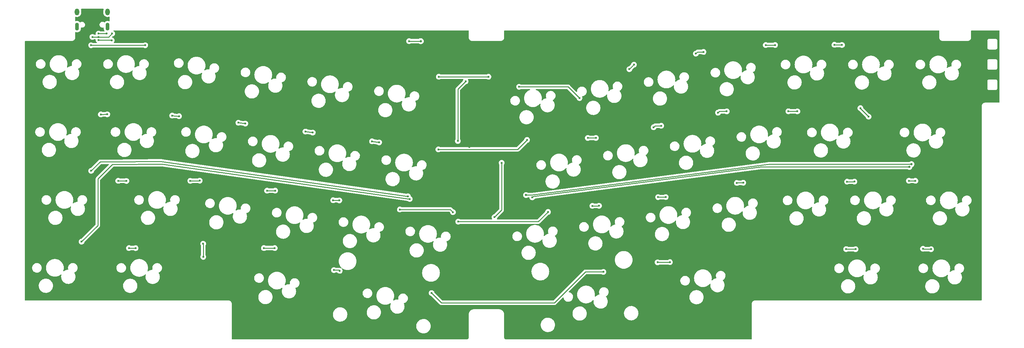
<source format=gbr>
%TF.GenerationSoftware,KiCad,Pcbnew,(5.99.0-9176-ga1730d51ff)*%
%TF.CreationDate,2021-05-08T16:46:04-05:00*%
%TF.ProjectId,prime e clone,7072696d-6520-4652-9063-6c6f6e652e6b,rev?*%
%TF.SameCoordinates,Original*%
%TF.FileFunction,Copper,L1,Top*%
%TF.FilePolarity,Positive*%
%FSLAX46Y46*%
G04 Gerber Fmt 4.6, Leading zero omitted, Abs format (unit mm)*
G04 Created by KiCad (PCBNEW (5.99.0-9176-ga1730d51ff)) date 2021-05-08 16:46:04*
%MOMM*%
%LPD*%
G01*
G04 APERTURE LIST*
%TA.AperFunction,ComponentPad*%
%ADD10O,1.300000X1.900000*%
%TD*%
%TA.AperFunction,ComponentPad*%
%ADD11O,1.100000X2.200000*%
%TD*%
%TA.AperFunction,ViaPad*%
%ADD12C,0.600000*%
%TD*%
%TA.AperFunction,ViaPad*%
%ADD13C,0.650000*%
%TD*%
%TA.AperFunction,Conductor*%
%ADD14C,0.254000*%
%TD*%
G04 APERTURE END LIST*
D10*
%TO.P,J1,S,SHIELD*%
%TO.N,Net-(C9-Pad1)*%
X97760000Y-86060000D03*
D11*
X106360000Y-90260000D03*
D10*
X106360000Y-86060000D03*
D11*
X97760000Y-90260000D03*
%TD*%
D12*
%TO.N,/DBUS+*%
X102100000Y-93175000D03*
D13*
%TO.N,GND*%
X208610000Y-124300000D03*
X209400000Y-119260000D03*
%TO.N,Net-(R7-Pad2)*%
X194920000Y-94370000D03*
%TO.N,ROW1*%
X224680000Y-137948000D03*
%TO.N,ROW0*%
X333040000Y-129970000D03*
%TO.N,ROW1*%
X333640000Y-129210000D03*
%TO.N,GND*%
X219030000Y-130350000D03*
D12*
%TO.N,ROW0*%
X214050000Y-104450000D03*
X200020000Y-104450000D03*
X117020000Y-95520000D03*
%TO.N,ROW1*%
X199890000Y-125020000D03*
X224960000Y-122330000D03*
%TO.N,COL7*%
X222710000Y-107290000D03*
%TO.N,ROW3*%
X336890000Y-153160000D03*
X339160000Y-153280000D03*
X315160000Y-153250000D03*
X317820000Y-153260000D03*
X265340000Y-156950000D03*
X261860000Y-156990000D03*
X246550000Y-159700000D03*
X197970000Y-165690000D03*
X171990000Y-159410000D03*
X170370000Y-159190000D03*
%TO.N,COL2*%
X133400000Y-151730000D03*
%TO.N,ROW3*%
X153630000Y-152970000D03*
X150570000Y-152970000D03*
%TO.N,ROW2*%
X332900000Y-133900000D03*
X334730000Y-133920000D03*
X317500000Y-134140000D03*
X315440000Y-134160000D03*
X284270000Y-134520000D03*
X286080000Y-134450000D03*
X264160000Y-138510000D03*
X262010000Y-138530000D03*
X245310000Y-140980000D03*
X243440000Y-141010000D03*
X230870000Y-142730000D03*
X205500000Y-145470000D03*
X204020000Y-142790000D03*
X189010000Y-142040000D03*
X171890000Y-139460000D03*
X170140000Y-139420000D03*
X153760000Y-136690000D03*
X151470000Y-136710000D03*
X132430000Y-133870000D03*
X129750000Y-133930000D03*
X111700000Y-133950000D03*
X109390000Y-133920000D03*
%TO.N,ROW3*%
X114280000Y-152980000D03*
X112420000Y-152960000D03*
X99030000Y-151140000D03*
%TO.N,ROW2*%
X101730000Y-131100000D03*
%TO.N,ROW3*%
X191790000Y-139070000D03*
%TO.N,ROW2*%
X191280000Y-138310000D03*
%TO.N,ROW0*%
X311850000Y-95400000D03*
X313990000Y-95430000D03*
X292440000Y-95470000D03*
X295080000Y-95460000D03*
X272680000Y-97890000D03*
X274840000Y-97430000D03*
X255180000Y-101010000D03*
X253870000Y-102300000D03*
%TO.N,ROW1*%
X242140000Y-121760000D03*
X244430000Y-121760000D03*
X260730000Y-118760000D03*
X262890000Y-118320000D03*
X278940000Y-114630000D03*
X281410000Y-114250000D03*
%TO.N,COL11*%
X319200000Y-113340000D03*
X321500000Y-115740000D03*
%TO.N,ROW1*%
X298840000Y-114220000D03*
X301370000Y-114230000D03*
X183150000Y-123040000D03*
X104470000Y-115120000D03*
X162310000Y-119970000D03*
X145310000Y-117710000D03*
X181140000Y-122740000D03*
X164370000Y-120260000D03*
X126580000Y-115610000D03*
X106290000Y-115090000D03*
X124650000Y-115450000D03*
X143370000Y-117460000D03*
%TO.N,ROW0*%
X101730000Y-95520000D03*
X226430000Y-138600000D03*
%TO.N,COL2*%
X133430000Y-155450000D03*
%TO.N,COL7*%
X239790000Y-110490000D03*
%TO.N,COL11*%
X207600000Y-105740000D03*
X205400000Y-122630000D03*
%TO.N,GND*%
X219090000Y-131940000D03*
X208540000Y-127680000D03*
X206590000Y-128770000D03*
X211000000Y-130231000D03*
%TO.N,/RESET*%
X215760000Y-144200000D03*
X217780000Y-128820000D03*
%TO.N,Net-(J1-PadB5)*%
X103829000Y-92230000D03*
X106150000Y-92220000D03*
%TO.N,Net-(R7-Pad2)*%
X191620000Y-94370000D03*
%TO.N,/DBUS+*%
X107670000Y-92230000D03*
X103825000Y-93175000D03*
%TO.N,/DBUS-*%
X103829000Y-94025000D03*
X107550000Y-94125000D03*
%TD*%
D14*
%TO.N,/DBUS+*%
X102100000Y-93175000D02*
X103825000Y-93175000D01*
%TO.N,GND*%
X208610000Y-124300000D02*
X208610000Y-120050000D01*
X208610000Y-120050000D02*
X209400000Y-119260000D01*
%TO.N,Net-(R7-Pad2)*%
X194919038Y-94369038D02*
X194920000Y-94370000D01*
X194520962Y-94369038D02*
X194919038Y-94369038D01*
%TO.N,ROW1*%
X293440000Y-129210000D02*
X226324363Y-137944363D01*
X224680000Y-137948000D02*
X224683637Y-137944363D01*
X224683637Y-137944363D02*
X226324363Y-137944363D01*
%TO.N,ROW0*%
X226673185Y-138356815D02*
X226430000Y-138600000D01*
X333040000Y-129970000D02*
X291118240Y-129970000D01*
X291118240Y-129970000D02*
X226673185Y-138356815D01*
%TO.N,GND*%
X219030000Y-130350000D02*
X219030000Y-131880000D01*
X219030000Y-131880000D02*
X219090000Y-131940000D01*
%TO.N,ROW0*%
X200020000Y-104450000D02*
X214050000Y-104450000D01*
%TO.N,ROW1*%
X222270000Y-125020000D02*
X199890000Y-125020000D01*
X224960000Y-122330000D02*
X222270000Y-125020000D01*
%TO.N,COL7*%
X239790000Y-110490000D02*
X236590000Y-107290000D01*
X236590000Y-107290000D02*
X222710000Y-107290000D01*
%TO.N,ROW3*%
X337010000Y-153280000D02*
X336890000Y-153160000D01*
X339160000Y-153280000D02*
X337010000Y-153280000D01*
X315170000Y-153260000D02*
X315160000Y-153250000D01*
X317820000Y-153260000D02*
X315170000Y-153260000D01*
X261860000Y-156990000D02*
X265300000Y-156990000D01*
X265300000Y-156990000D02*
X265340000Y-156950000D01*
X240220000Y-160930000D02*
X241450000Y-159700000D01*
X241450000Y-159700000D02*
X246550000Y-159700000D01*
X232620000Y-168480000D02*
X232670000Y-168480000D01*
X232670000Y-168480000D02*
X240220000Y-160930000D01*
X197970000Y-165690000D02*
X200760000Y-168480000D01*
X231920000Y-168480000D02*
X232620000Y-168480000D01*
X200760000Y-168480000D02*
X231920000Y-168480000D01*
X171770000Y-159190000D02*
X171990000Y-159410000D01*
X170370000Y-159190000D02*
X171770000Y-159190000D01*
%TO.N,COL2*%
X133430000Y-151760000D02*
X133400000Y-151730000D01*
X133430000Y-155450000D02*
X133430000Y-151760000D01*
%TO.N,ROW3*%
X150570000Y-152970000D02*
X153630000Y-152970000D01*
%TO.N,ROW2*%
X332920000Y-133920000D02*
X332900000Y-133900000D01*
X334730000Y-133920000D02*
X332920000Y-133920000D01*
X317480000Y-134160000D02*
X317500000Y-134140000D01*
X315440000Y-134160000D02*
X317480000Y-134160000D01*
X284340000Y-134450000D02*
X284270000Y-134520000D01*
X286080000Y-134450000D02*
X284340000Y-134450000D01*
X264140000Y-138530000D02*
X264160000Y-138510000D01*
X262010000Y-138530000D02*
X264140000Y-138530000D01*
X245280000Y-141010000D02*
X245310000Y-140980000D01*
X243440000Y-141010000D02*
X245280000Y-141010000D01*
X228130000Y-145470000D02*
X230870000Y-142730000D01*
X205500000Y-145470000D02*
X228130000Y-145470000D01*
X203270000Y-142040000D02*
X204020000Y-142790000D01*
X189010000Y-142040000D02*
X203270000Y-142040000D01*
X171850000Y-139420000D02*
X171890000Y-139460000D01*
X170140000Y-139420000D02*
X171850000Y-139420000D01*
X153740000Y-136710000D02*
X153760000Y-136690000D01*
X151470000Y-136710000D02*
X153740000Y-136710000D01*
X132370000Y-133930000D02*
X132430000Y-133870000D01*
X129750000Y-133930000D02*
X132370000Y-133930000D01*
X109390000Y-133920000D02*
X111670000Y-133920000D01*
X111670000Y-133920000D02*
X111700000Y-133950000D01*
%TO.N,ROW3*%
X114260000Y-152960000D02*
X114280000Y-152980000D01*
X112420000Y-152960000D02*
X114260000Y-152960000D01*
X103650000Y-146520000D02*
X99030000Y-151140000D01*
X103650000Y-146500000D02*
X103650000Y-146520000D01*
X107750000Y-129280000D02*
X103650000Y-133380000D01*
X103650000Y-133380000D02*
X103650000Y-146500000D01*
%TO.N,ROW2*%
X104300000Y-128530000D02*
X101730000Y-131100000D01*
X107070000Y-128530000D02*
X104300000Y-128530000D01*
%TO.N,ROW3*%
X121870000Y-129230000D02*
X107750000Y-129280000D01*
X191790000Y-139070000D02*
X121870000Y-129230000D01*
%TO.N,ROW2*%
X121430000Y-128400000D02*
X107070000Y-128530000D01*
X191280000Y-138310000D02*
X121430000Y-128400000D01*
%TO.N,ROW0*%
X311880000Y-95430000D02*
X311850000Y-95400000D01*
X313990000Y-95430000D02*
X311880000Y-95430000D01*
X292450000Y-95460000D02*
X292440000Y-95470000D01*
X295080000Y-95460000D02*
X292450000Y-95460000D01*
X273140000Y-97430000D02*
X272680000Y-97890000D01*
X274840000Y-97430000D02*
X273140000Y-97430000D01*
X253890000Y-102300000D02*
X255180000Y-101010000D01*
X253870000Y-102300000D02*
X253890000Y-102300000D01*
%TO.N,ROW1*%
X244430000Y-121760000D02*
X242140000Y-121760000D01*
X261170000Y-118320000D02*
X260730000Y-118760000D01*
X262890000Y-118320000D02*
X261170000Y-118320000D01*
X281410000Y-114250000D02*
X279320000Y-114250000D01*
X279320000Y-114250000D02*
X278940000Y-114630000D01*
%TO.N,COL11*%
X319200000Y-113440000D02*
X319200000Y-113340000D01*
X321500000Y-115740000D02*
X319200000Y-113440000D01*
%TO.N,ROW1*%
X298850000Y-114230000D02*
X298840000Y-114220000D01*
X301370000Y-114230000D02*
X298850000Y-114230000D01*
X333640000Y-129210000D02*
X293440000Y-129210000D01*
X124650000Y-115450000D02*
X126580000Y-115610000D01*
X143370000Y-117460000D02*
X145310000Y-117710000D01*
X181140000Y-122740000D02*
X183150000Y-123040000D01*
X162310000Y-119970000D02*
X164370000Y-120260000D01*
X104470000Y-115120000D02*
X106290000Y-115090000D01*
%TO.N,ROW0*%
X101730000Y-95520000D02*
X117020000Y-95520000D01*
%TO.N,COL2*%
X133460000Y-155420000D02*
X133430000Y-155450000D01*
%TO.N,COL11*%
X205400000Y-107940000D02*
X207600000Y-105740000D01*
X205400000Y-122630000D02*
X205400000Y-107940000D01*
%TO.N,GND*%
X211000000Y-130231000D02*
X211000000Y-130140000D01*
X207450000Y-128770000D02*
X208540000Y-127680000D01*
X211000000Y-130140000D02*
X208540000Y-127680000D01*
X206590000Y-128770000D02*
X207450000Y-128770000D01*
%TO.N,/RESET*%
X217780000Y-142180000D02*
X215760000Y-144200000D01*
X217780000Y-128820000D02*
X217780000Y-142180000D01*
%TO.N,Net-(J1-PadB5)*%
X103829000Y-92230000D02*
X106140000Y-92230000D01*
X106140000Y-92230000D02*
X106150000Y-92220000D01*
%TO.N,Net-(R7-Pad2)*%
X194520962Y-94369038D02*
X194520000Y-94370000D01*
X194520000Y-94370000D02*
X191620000Y-94370000D01*
%TO.N,/DBUS+*%
X106725000Y-93175000D02*
X107670000Y-92230000D01*
X103825000Y-93175000D02*
X106725000Y-93175000D01*
%TO.N,/DBUS-*%
X107450000Y-94025000D02*
X107550000Y-94125000D01*
X103829000Y-94025000D02*
X107450000Y-94025000D01*
%TD*%
%TA.AperFunction,Conductor*%
%TO.N,GND*%
G36*
X105215275Y-85228002D02*
G01*
X105261768Y-85281658D01*
X105271872Y-85351932D01*
X105267489Y-85371355D01*
X105221925Y-85518095D01*
X105201500Y-85690669D01*
X105201500Y-86414414D01*
X105215983Y-86572031D01*
X105273779Y-86776961D01*
X105367953Y-86967927D01*
X105495351Y-87138533D01*
X105651706Y-87283067D01*
X105656589Y-87286148D01*
X105656593Y-87286151D01*
X105826898Y-87393605D01*
X105826903Y-87393607D01*
X105831782Y-87396686D01*
X106029548Y-87475587D01*
X106035205Y-87476712D01*
X106035211Y-87476714D01*
X106232714Y-87515999D01*
X106232716Y-87515999D01*
X106238381Y-87517126D01*
X106244156Y-87517202D01*
X106244160Y-87517202D01*
X106350793Y-87518598D01*
X106451287Y-87519913D01*
X106456985Y-87518934D01*
X106655439Y-87484834D01*
X106655440Y-87484834D01*
X106661136Y-87483855D01*
X106802389Y-87431744D01*
X106873221Y-87426932D01*
X106935412Y-87461179D01*
X106969214Y-87523612D01*
X106971999Y-87549956D01*
X106971999Y-88626304D01*
X106951997Y-88694425D01*
X106898341Y-88740918D01*
X106828067Y-88751022D01*
X106786071Y-88737140D01*
X106777546Y-88732531D01*
X106777544Y-88732530D01*
X106772123Y-88729599D01*
X106658494Y-88694425D01*
X106579733Y-88670044D01*
X106579730Y-88670043D01*
X106573846Y-88668222D01*
X106567721Y-88667578D01*
X106567720Y-88667578D01*
X106373553Y-88647170D01*
X106373552Y-88647170D01*
X106367425Y-88646526D01*
X106281717Y-88654326D01*
X106166859Y-88664779D01*
X106166856Y-88664780D01*
X106160720Y-88665338D01*
X106154814Y-88667076D01*
X106154810Y-88667077D01*
X106061890Y-88694425D01*
X105961606Y-88723940D01*
X105777667Y-88820101D01*
X105615908Y-88950158D01*
X105597173Y-88972486D01*
X105580337Y-88992550D01*
X105521227Y-89031877D01*
X105450239Y-89033003D01*
X105412993Y-89015771D01*
X105349300Y-88972486D01*
X105349297Y-88972485D01*
X105343652Y-88968648D01*
X105175489Y-88901388D01*
X105168762Y-88900274D01*
X105168757Y-88900273D01*
X105003544Y-88872922D01*
X105003540Y-88872922D01*
X104996806Y-88871807D01*
X104989989Y-88872164D01*
X104989985Y-88872164D01*
X104841905Y-88879925D01*
X104815940Y-88881286D01*
X104809367Y-88883097D01*
X104809364Y-88883097D01*
X104647910Y-88927569D01*
X104641328Y-88929382D01*
X104481117Y-89013852D01*
X104342782Y-89130754D01*
X104338639Y-89136173D01*
X104338637Y-89136175D01*
X104236923Y-89269211D01*
X104232777Y-89274634D01*
X104229894Y-89280817D01*
X104229892Y-89280820D01*
X104159115Y-89432603D01*
X104156235Y-89438780D01*
X104116726Y-89615533D01*
X104116093Y-89796647D01*
X104154367Y-89973672D01*
X104229762Y-90138348D01*
X104338760Y-90282993D01*
X104343939Y-90287432D01*
X104343940Y-90287433D01*
X104467273Y-90393142D01*
X104476275Y-90400858D01*
X104482290Y-90404083D01*
X104482294Y-90404086D01*
X104629877Y-90483219D01*
X104635892Y-90486444D01*
X104723028Y-90511101D01*
X104803596Y-90533900D01*
X104803601Y-90533901D01*
X104810164Y-90535758D01*
X104816973Y-90536163D01*
X104816976Y-90536163D01*
X104953982Y-90544302D01*
X104990961Y-90546499D01*
X105155791Y-90520392D01*
X105226200Y-90529491D01*
X105280514Y-90575213D01*
X105301500Y-90644841D01*
X105301500Y-90860994D01*
X105316754Y-91016568D01*
X105376745Y-91215268D01*
X105401514Y-91261852D01*
X105459450Y-91370813D01*
X105474188Y-91398532D01*
X105475492Y-91400131D01*
X105496107Y-91466585D01*
X105477143Y-91535002D01*
X105424201Y-91582305D01*
X105370122Y-91594500D01*
X104372971Y-91594500D01*
X104305456Y-91574885D01*
X104191561Y-91502604D01*
X104191558Y-91502602D01*
X104185615Y-91498831D01*
X104014763Y-91437994D01*
X104007771Y-91437160D01*
X104007770Y-91437160D01*
X103924721Y-91427257D01*
X103834679Y-91416520D01*
X103827676Y-91417256D01*
X103827675Y-91417256D01*
X103661321Y-91434740D01*
X103661317Y-91434741D01*
X103654313Y-91435477D01*
X103647642Y-91437748D01*
X103489299Y-91491652D01*
X103489296Y-91491653D01*
X103482629Y-91493923D01*
X103328159Y-91588953D01*
X103198583Y-91715844D01*
X103100338Y-91868289D01*
X103078958Y-91927032D01*
X103040720Y-92032089D01*
X103040719Y-92032093D01*
X103038310Y-92038712D01*
X103015579Y-92218642D01*
X103031375Y-92379740D01*
X103033277Y-92399136D01*
X103030637Y-92399395D01*
X103026172Y-92458070D01*
X102983366Y-92514711D01*
X102916734Y-92539219D01*
X102908318Y-92539500D01*
X102643971Y-92539500D01*
X102576456Y-92519885D01*
X102462561Y-92447604D01*
X102462558Y-92447602D01*
X102456615Y-92443831D01*
X102285763Y-92382994D01*
X102278771Y-92382160D01*
X102278770Y-92382160D01*
X102195721Y-92372257D01*
X102105679Y-92361520D01*
X102098676Y-92362256D01*
X102098675Y-92362256D01*
X101932321Y-92379740D01*
X101932317Y-92379741D01*
X101925313Y-92380477D01*
X101918642Y-92382748D01*
X101760299Y-92436652D01*
X101760296Y-92436653D01*
X101753629Y-92438923D01*
X101599159Y-92533953D01*
X101469583Y-92660844D01*
X101371338Y-92813289D01*
X101368927Y-92819914D01*
X101311720Y-92977089D01*
X101311719Y-92977093D01*
X101309310Y-92983712D01*
X101286579Y-93163642D01*
X101304277Y-93344136D01*
X101361523Y-93516224D01*
X101365170Y-93522246D01*
X101365171Y-93522248D01*
X101449786Y-93661964D01*
X101455472Y-93671353D01*
X101581456Y-93801813D01*
X101587348Y-93805668D01*
X101587352Y-93805672D01*
X101673187Y-93861840D01*
X101733211Y-93901119D01*
X101903197Y-93964336D01*
X101910178Y-93965267D01*
X101910180Y-93965268D01*
X101959766Y-93971884D01*
X102082963Y-93988322D01*
X102089974Y-93987684D01*
X102089978Y-93987684D01*
X102230059Y-93974934D01*
X102263577Y-93971884D01*
X102270279Y-93969706D01*
X102270281Y-93969706D01*
X102429361Y-93918018D01*
X102429364Y-93918017D01*
X102436060Y-93915841D01*
X102582960Y-93828271D01*
X102647477Y-93810500D01*
X102898323Y-93810500D01*
X102966444Y-93830502D01*
X103012937Y-93884158D01*
X103023330Y-93952290D01*
X103015579Y-94013642D01*
X103033277Y-94194136D01*
X103035501Y-94200821D01*
X103035501Y-94200822D01*
X103051518Y-94248972D01*
X103090523Y-94366224D01*
X103094170Y-94372246D01*
X103094171Y-94372248D01*
X103094578Y-94372919D01*
X103184472Y-94521353D01*
X103310456Y-94651813D01*
X103316353Y-94655672D01*
X103321777Y-94660159D01*
X103320121Y-94662160D01*
X103358421Y-94707101D01*
X103367947Y-94777455D01*
X103337925Y-94841792D01*
X103277885Y-94879684D01*
X103243381Y-94884500D01*
X102273971Y-94884500D01*
X102206456Y-94864885D01*
X102092561Y-94792604D01*
X102092558Y-94792602D01*
X102086615Y-94788831D01*
X101915763Y-94727994D01*
X101908771Y-94727160D01*
X101908770Y-94727160D01*
X101775127Y-94711224D01*
X101735679Y-94706520D01*
X101728676Y-94707256D01*
X101728675Y-94707256D01*
X101562321Y-94724740D01*
X101562317Y-94724741D01*
X101555313Y-94725477D01*
X101548642Y-94727748D01*
X101390299Y-94781652D01*
X101390296Y-94781653D01*
X101383629Y-94783923D01*
X101377630Y-94787613D01*
X101377629Y-94787614D01*
X101348039Y-94805818D01*
X101229159Y-94878953D01*
X101099583Y-95005844D01*
X101095772Y-95011758D01*
X101095770Y-95011760D01*
X101090029Y-95020668D01*
X101001338Y-95158289D01*
X100994645Y-95176678D01*
X100941720Y-95322089D01*
X100941719Y-95322093D01*
X100939310Y-95328712D01*
X100916579Y-95508642D01*
X100934277Y-95689136D01*
X100991523Y-95861224D01*
X100995170Y-95867246D01*
X100995171Y-95867248D01*
X101068160Y-95987767D01*
X101085472Y-96016353D01*
X101211456Y-96146813D01*
X101217348Y-96150668D01*
X101217352Y-96150672D01*
X101281086Y-96192378D01*
X101363211Y-96246119D01*
X101533197Y-96309336D01*
X101540178Y-96310267D01*
X101540180Y-96310268D01*
X101589766Y-96316884D01*
X101712963Y-96333322D01*
X101719974Y-96332684D01*
X101719978Y-96332684D01*
X101860059Y-96319934D01*
X101893577Y-96316884D01*
X101900279Y-96314706D01*
X101900281Y-96314706D01*
X102059361Y-96263018D01*
X102059364Y-96263017D01*
X102066060Y-96260841D01*
X102212960Y-96173271D01*
X102277477Y-96155500D01*
X116477169Y-96155500D01*
X116546162Y-96176068D01*
X116653211Y-96246119D01*
X116823197Y-96309336D01*
X116830178Y-96310267D01*
X116830180Y-96310268D01*
X116879766Y-96316884D01*
X117002963Y-96333322D01*
X117009974Y-96332684D01*
X117009978Y-96332684D01*
X117150059Y-96319934D01*
X117183577Y-96316884D01*
X117190279Y-96314706D01*
X117190281Y-96314706D01*
X117349361Y-96263018D01*
X117349364Y-96263017D01*
X117356060Y-96260841D01*
X117472200Y-96191608D01*
X117505789Y-96171585D01*
X117505791Y-96171584D01*
X117511841Y-96167977D01*
X117643177Y-96042908D01*
X117743540Y-95891849D01*
X117807942Y-95722309D01*
X117833183Y-95542714D01*
X117833500Y-95520000D01*
X117826618Y-95458642D01*
X291626579Y-95458642D01*
X291644277Y-95639136D01*
X291701523Y-95811224D01*
X291705170Y-95817246D01*
X291705171Y-95817248D01*
X291756146Y-95901417D01*
X291795472Y-95966353D01*
X291921456Y-96096813D01*
X291927348Y-96100668D01*
X291927352Y-96100672D01*
X292003761Y-96150672D01*
X292073211Y-96196119D01*
X292243197Y-96259336D01*
X292250178Y-96260267D01*
X292250180Y-96260268D01*
X292299766Y-96266884D01*
X292422963Y-96283322D01*
X292429974Y-96282684D01*
X292429978Y-96282684D01*
X292570059Y-96269934D01*
X292603577Y-96266884D01*
X292610279Y-96264706D01*
X292610281Y-96264706D01*
X292769361Y-96213018D01*
X292769364Y-96213017D01*
X292776060Y-96210841D01*
X292931841Y-96117977D01*
X292932366Y-96118858D01*
X292992733Y-96095884D01*
X293002558Y-96095500D01*
X294537169Y-96095500D01*
X294606162Y-96116068D01*
X294613908Y-96121137D01*
X294713211Y-96186119D01*
X294883197Y-96249336D01*
X294890178Y-96250267D01*
X294890180Y-96250268D01*
X294944555Y-96257523D01*
X295062963Y-96273322D01*
X295069974Y-96272684D01*
X295069978Y-96272684D01*
X295216635Y-96259336D01*
X295243577Y-96256884D01*
X295250279Y-96254706D01*
X295250281Y-96254706D01*
X295409361Y-96203018D01*
X295409364Y-96203017D01*
X295416060Y-96200841D01*
X295522762Y-96137234D01*
X295565789Y-96111585D01*
X295565791Y-96111584D01*
X295571841Y-96107977D01*
X295703177Y-95982908D01*
X295780021Y-95867248D01*
X295799639Y-95837721D01*
X295799640Y-95837719D01*
X295803540Y-95831849D01*
X295867942Y-95662309D01*
X295888496Y-95516062D01*
X295892632Y-95486636D01*
X295892632Y-95486633D01*
X295893183Y-95482714D01*
X295893500Y-95460000D01*
X295885496Y-95388642D01*
X311036579Y-95388642D01*
X311054277Y-95569136D01*
X311111523Y-95741224D01*
X311115170Y-95747246D01*
X311115171Y-95747248D01*
X311157565Y-95817248D01*
X311205472Y-95896353D01*
X311331456Y-96026813D01*
X311337348Y-96030668D01*
X311337352Y-96030672D01*
X311422007Y-96086068D01*
X311483211Y-96126119D01*
X311653197Y-96189336D01*
X311660178Y-96190267D01*
X311660180Y-96190268D01*
X311714555Y-96197523D01*
X311832963Y-96213322D01*
X311839974Y-96212684D01*
X311839978Y-96212684D01*
X311980059Y-96199934D01*
X312013577Y-96196884D01*
X312020279Y-96194706D01*
X312020281Y-96194706D01*
X312179361Y-96143018D01*
X312179364Y-96143017D01*
X312186060Y-96140841D01*
X312192111Y-96137234D01*
X312282635Y-96083271D01*
X312347152Y-96065500D01*
X313447169Y-96065500D01*
X313516162Y-96086068D01*
X313623211Y-96156119D01*
X313793197Y-96219336D01*
X313800178Y-96220267D01*
X313800180Y-96220268D01*
X313849766Y-96226884D01*
X313972963Y-96243322D01*
X313979974Y-96242684D01*
X313979978Y-96242684D01*
X314120059Y-96229934D01*
X314153577Y-96226884D01*
X314160279Y-96224706D01*
X314160281Y-96224706D01*
X314319361Y-96173018D01*
X314319364Y-96173017D01*
X314326060Y-96170841D01*
X314425463Y-96111585D01*
X314475789Y-96081585D01*
X314475791Y-96081584D01*
X314481841Y-96077977D01*
X314613177Y-95952908D01*
X314693608Y-95831849D01*
X314709639Y-95807721D01*
X314709640Y-95807719D01*
X314713540Y-95801849D01*
X314777942Y-95632309D01*
X314796306Y-95501648D01*
X314802632Y-95456636D01*
X314802632Y-95456633D01*
X314803183Y-95452714D01*
X314803500Y-95430000D01*
X314783284Y-95249770D01*
X314723641Y-95078498D01*
X314650013Y-94960668D01*
X314631267Y-94930668D01*
X314631266Y-94930666D01*
X314627535Y-94924696D01*
X314499742Y-94796009D01*
X314392181Y-94727748D01*
X314352570Y-94702610D01*
X314352569Y-94702609D01*
X314346615Y-94698831D01*
X314175763Y-94637994D01*
X314168771Y-94637160D01*
X314168770Y-94637160D01*
X314085721Y-94627257D01*
X313995679Y-94616520D01*
X313988676Y-94617256D01*
X313988675Y-94617256D01*
X313822321Y-94634740D01*
X313822317Y-94634741D01*
X313815313Y-94635477D01*
X313808642Y-94637748D01*
X313650299Y-94691652D01*
X313650296Y-94691653D01*
X313643629Y-94693923D01*
X313637630Y-94697613D01*
X313637629Y-94697614D01*
X313572610Y-94737614D01*
X313512656Y-94774498D01*
X313510510Y-94775818D01*
X313444488Y-94794500D01*
X312438296Y-94794500D01*
X312370175Y-94774498D01*
X312363140Y-94769431D01*
X312359742Y-94766009D01*
X312342810Y-94755263D01*
X312212570Y-94672610D01*
X312212569Y-94672609D01*
X312206615Y-94668831D01*
X312035763Y-94607994D01*
X312028771Y-94607160D01*
X312028770Y-94607160D01*
X311945721Y-94597257D01*
X311855679Y-94586520D01*
X311848676Y-94587256D01*
X311848675Y-94587256D01*
X311682321Y-94604740D01*
X311682317Y-94604741D01*
X311675313Y-94605477D01*
X311668642Y-94607748D01*
X311510299Y-94661652D01*
X311510296Y-94661653D01*
X311503629Y-94663923D01*
X311497630Y-94667613D01*
X311497629Y-94667614D01*
X311480757Y-94677994D01*
X311349159Y-94758953D01*
X311219583Y-94885844D01*
X311215772Y-94891758D01*
X311215770Y-94891760D01*
X311174471Y-94955844D01*
X311121338Y-95038289D01*
X311118927Y-95044914D01*
X311061720Y-95202089D01*
X311061719Y-95202093D01*
X311059310Y-95208712D01*
X311036579Y-95388642D01*
X295885496Y-95388642D01*
X295873284Y-95279770D01*
X295813641Y-95108498D01*
X295766068Y-95032365D01*
X295721267Y-94960668D01*
X295721266Y-94960666D01*
X295717535Y-94954696D01*
X295687744Y-94924696D01*
X295638654Y-94875263D01*
X295589742Y-94826009D01*
X295458327Y-94742610D01*
X295442570Y-94732610D01*
X295442569Y-94732609D01*
X295436615Y-94728831D01*
X295265763Y-94667994D01*
X295258771Y-94667160D01*
X295258770Y-94667160D01*
X295169540Y-94656520D01*
X295085679Y-94646520D01*
X295078676Y-94647256D01*
X295078675Y-94647256D01*
X294912321Y-94664740D01*
X294912317Y-94664741D01*
X294905313Y-94665477D01*
X294898642Y-94667748D01*
X294740299Y-94721652D01*
X294740296Y-94721653D01*
X294733629Y-94723923D01*
X294727630Y-94727613D01*
X294727629Y-94727614D01*
X294689422Y-94751119D01*
X294602027Y-94804885D01*
X294600510Y-94805818D01*
X294534488Y-94824500D01*
X292968213Y-94824500D01*
X292900699Y-94804885D01*
X292802570Y-94742610D01*
X292802569Y-94742609D01*
X292796615Y-94738831D01*
X292625763Y-94677994D01*
X292618771Y-94677160D01*
X292618770Y-94677160D01*
X292529079Y-94666465D01*
X292445679Y-94656520D01*
X292438676Y-94657256D01*
X292438675Y-94657256D01*
X292272321Y-94674740D01*
X292272317Y-94674741D01*
X292265313Y-94675477D01*
X292258642Y-94677748D01*
X292100299Y-94731652D01*
X292100296Y-94731653D01*
X292093629Y-94733923D01*
X292087630Y-94737613D01*
X292087629Y-94737614D01*
X292079508Y-94742610D01*
X291939159Y-94828953D01*
X291809583Y-94955844D01*
X291805772Y-94961758D01*
X291805770Y-94961760D01*
X291777360Y-95005844D01*
X291711338Y-95108289D01*
X291691599Y-95162521D01*
X291651720Y-95272089D01*
X291651719Y-95272093D01*
X291649310Y-95278712D01*
X291626579Y-95458642D01*
X117826618Y-95458642D01*
X117813284Y-95339770D01*
X117753641Y-95168498D01*
X117668576Y-95032365D01*
X117661267Y-95020668D01*
X117661266Y-95020666D01*
X117657535Y-95014696D01*
X117648745Y-95005844D01*
X117534710Y-94891012D01*
X117529742Y-94886009D01*
X117376615Y-94788831D01*
X117205763Y-94727994D01*
X117198771Y-94727160D01*
X117198770Y-94727160D01*
X117065127Y-94711224D01*
X117025679Y-94706520D01*
X117018676Y-94707256D01*
X117018675Y-94707256D01*
X116852321Y-94724740D01*
X116852317Y-94724741D01*
X116845313Y-94725477D01*
X116838642Y-94727748D01*
X116680299Y-94781652D01*
X116680296Y-94781653D01*
X116673629Y-94783923D01*
X116667630Y-94787613D01*
X116667629Y-94787614D01*
X116624193Y-94814336D01*
X116542027Y-94864885D01*
X116540510Y-94865818D01*
X116474488Y-94884500D01*
X108239754Y-94884500D01*
X108171633Y-94864498D01*
X108125140Y-94810842D01*
X108115036Y-94740568D01*
X108144530Y-94675988D01*
X108152861Y-94667255D01*
X108168074Y-94652768D01*
X108168076Y-94652766D01*
X108173177Y-94647908D01*
X108245445Y-94539136D01*
X108269639Y-94502721D01*
X108269640Y-94502719D01*
X108273540Y-94496849D01*
X108326040Y-94358642D01*
X190806579Y-94358642D01*
X190824277Y-94539136D01*
X190826501Y-94545821D01*
X190826501Y-94545822D01*
X190846346Y-94605477D01*
X190881523Y-94711224D01*
X190885170Y-94717246D01*
X190885171Y-94717248D01*
X190954069Y-94831012D01*
X190975472Y-94866353D01*
X191101456Y-94996813D01*
X191107348Y-95000668D01*
X191107352Y-95000672D01*
X191174962Y-95044914D01*
X191253211Y-95096119D01*
X191423197Y-95159336D01*
X191430178Y-95160267D01*
X191430180Y-95160268D01*
X191479766Y-95166884D01*
X191602963Y-95183322D01*
X191609974Y-95182684D01*
X191609978Y-95182684D01*
X191750059Y-95169934D01*
X191783577Y-95166884D01*
X191790279Y-95164706D01*
X191790281Y-95164706D01*
X191949361Y-95113018D01*
X191949364Y-95113017D01*
X191956060Y-95110841D01*
X192102960Y-95023271D01*
X192167477Y-95005500D01*
X194333912Y-95005500D01*
X194402033Y-95025502D01*
X194415910Y-95035832D01*
X194446275Y-95061858D01*
X194452290Y-95065083D01*
X194452294Y-95065086D01*
X194599877Y-95144219D01*
X194605892Y-95147444D01*
X194693028Y-95172101D01*
X194773596Y-95194900D01*
X194773601Y-95194901D01*
X194780164Y-95196758D01*
X194786973Y-95197163D01*
X194786976Y-95197163D01*
X194923982Y-95205302D01*
X194960961Y-95207499D01*
X195040507Y-95194900D01*
X195133112Y-95180233D01*
X195133116Y-95180232D01*
X195139846Y-95179166D01*
X195146192Y-95176679D01*
X195146196Y-95176678D01*
X195302119Y-95115573D01*
X195302123Y-95115571D01*
X195308474Y-95113082D01*
X195458977Y-95012328D01*
X195470155Y-95000672D01*
X195579608Y-94886537D01*
X195579611Y-94886533D01*
X195584335Y-94881607D01*
X195663985Y-94751119D01*
X195675144Y-94732837D01*
X195675144Y-94732836D01*
X195678697Y-94727016D01*
X195696268Y-94675988D01*
X195735440Y-94562225D01*
X195735441Y-94562222D01*
X195737663Y-94555768D01*
X195739588Y-94539136D01*
X195758074Y-94379359D01*
X195758480Y-94375854D01*
X195758500Y-94370000D01*
X195738940Y-94189944D01*
X195736764Y-94183477D01*
X195683349Y-94024759D01*
X195683347Y-94024754D01*
X195681171Y-94018289D01*
X195676507Y-94010526D01*
X195632998Y-93938116D01*
X195587890Y-93863044D01*
X195516088Y-93787115D01*
X195468136Y-93736406D01*
X195468134Y-93736404D01*
X195463449Y-93731450D01*
X195313652Y-93629648D01*
X195145489Y-93562388D01*
X195138762Y-93561274D01*
X195138757Y-93561273D01*
X194973544Y-93533922D01*
X194973540Y-93533922D01*
X194966806Y-93532807D01*
X194959989Y-93533164D01*
X194959985Y-93533164D01*
X194811905Y-93540925D01*
X194785940Y-93542286D01*
X194779367Y-93544097D01*
X194779364Y-93544097D01*
X194656302Y-93577994D01*
X194611328Y-93590382D01*
X194451117Y-93674852D01*
X194445904Y-93679257D01*
X194445900Y-93679260D01*
X194415752Y-93704738D01*
X194350811Y-93733430D01*
X194334424Y-93734500D01*
X192163971Y-93734500D01*
X192096456Y-93714885D01*
X191982561Y-93642604D01*
X191982558Y-93642602D01*
X191976615Y-93638831D01*
X191805763Y-93577994D01*
X191798771Y-93577160D01*
X191798770Y-93577160D01*
X191696148Y-93564923D01*
X191625679Y-93556520D01*
X191618676Y-93557256D01*
X191618675Y-93557256D01*
X191452321Y-93574740D01*
X191452317Y-93574741D01*
X191445313Y-93575477D01*
X191438642Y-93577748D01*
X191280299Y-93631652D01*
X191280296Y-93631653D01*
X191273629Y-93633923D01*
X191267630Y-93637613D01*
X191267629Y-93637614D01*
X191247125Y-93650228D01*
X191119159Y-93728953D01*
X191073511Y-93773655D01*
X191005103Y-93840646D01*
X190989583Y-93855844D01*
X190985772Y-93861758D01*
X190985770Y-93861760D01*
X190932796Y-93943959D01*
X190891338Y-94008289D01*
X190876434Y-94049238D01*
X190831720Y-94172089D01*
X190831719Y-94172093D01*
X190829310Y-94178712D01*
X190806579Y-94358642D01*
X108326040Y-94358642D01*
X108337942Y-94327309D01*
X108358533Y-94180803D01*
X108362632Y-94151636D01*
X108362632Y-94151633D01*
X108363183Y-94147714D01*
X108363500Y-94125000D01*
X108343284Y-93944770D01*
X108338706Y-93931622D01*
X108306877Y-93840223D01*
X108283641Y-93773498D01*
X108245212Y-93711998D01*
X108191267Y-93625668D01*
X108191266Y-93625666D01*
X108187535Y-93619696D01*
X108168042Y-93600066D01*
X108090764Y-93522248D01*
X108059742Y-93491009D01*
X107939271Y-93414555D01*
X107912570Y-93397610D01*
X107912569Y-93397609D01*
X107906615Y-93393831D01*
X107813715Y-93360751D01*
X107742403Y-93335358D01*
X107742400Y-93335357D01*
X107735763Y-93332994D01*
X107734718Y-93332869D01*
X107675028Y-93299011D01*
X107642016Y-93236156D01*
X107648226Y-93165432D01*
X107676459Y-93122274D01*
X107733417Y-93065316D01*
X107795729Y-93031290D01*
X107811074Y-93028932D01*
X107833577Y-93026884D01*
X107865133Y-93016631D01*
X107999361Y-92973018D01*
X107999364Y-92973017D01*
X108006060Y-92970841D01*
X108161841Y-92877977D01*
X108293177Y-92752908D01*
X108393540Y-92601849D01*
X108457942Y-92432309D01*
X108483183Y-92252714D01*
X108483500Y-92230000D01*
X108463284Y-92049770D01*
X108403641Y-91878498D01*
X108307535Y-91724696D01*
X108298745Y-91715844D01*
X108184710Y-91601012D01*
X108179742Y-91596009D01*
X108092093Y-91540385D01*
X108045294Y-91486996D01*
X108034789Y-91416781D01*
X108063913Y-91352033D01*
X108123419Y-91313309D01*
X108159607Y-91308000D01*
X207979999Y-91308000D01*
X208345999Y-91308001D01*
X208414120Y-91328003D01*
X208460613Y-91381659D01*
X208471999Y-91434001D01*
X208472000Y-93222039D01*
X208470985Y-93238003D01*
X208466146Y-93275889D01*
X208466279Y-93280748D01*
X208466279Y-93280753D01*
X208467225Y-93315226D01*
X208465895Y-93332953D01*
X208465695Y-93338680D01*
X208464114Y-93347512D01*
X208465075Y-93356430D01*
X208465075Y-93356432D01*
X208468935Y-93392246D01*
X208469613Y-93402295D01*
X208469731Y-93406584D01*
X208469949Y-93414555D01*
X208473034Y-93432563D01*
X208474115Y-93440316D01*
X208476395Y-93461475D01*
X208479306Y-93472336D01*
X208481792Y-93483682D01*
X208486573Y-93511589D01*
X208488793Y-93524551D01*
X208492731Y-93532618D01*
X208493444Y-93534079D01*
X208501920Y-93556738D01*
X208505883Y-93571527D01*
X208509726Y-93593487D01*
X208511027Y-93608821D01*
X208524364Y-93643296D01*
X208526626Y-93650228D01*
X208526640Y-93650223D01*
X208528108Y-93654469D01*
X208529268Y-93658797D01*
X208539894Y-93683649D01*
X208541535Y-93687682D01*
X208548134Y-93704738D01*
X208552384Y-93715723D01*
X208554817Y-93719937D01*
X208556918Y-93724327D01*
X208556835Y-93724367D01*
X208560064Y-93730823D01*
X208573142Y-93761410D01*
X208581899Y-93772052D01*
X208585360Y-93776258D01*
X208597183Y-93793318D01*
X208599410Y-93797174D01*
X208609353Y-93814397D01*
X208618744Y-93834605D01*
X208620925Y-93840646D01*
X208623973Y-93849088D01*
X208629266Y-93856334D01*
X208629268Y-93856337D01*
X208645780Y-93878940D01*
X208649761Y-93885051D01*
X208649773Y-93885043D01*
X208652284Y-93888755D01*
X208654525Y-93892636D01*
X208657297Y-93896164D01*
X208657297Y-93896165D01*
X208671212Y-93913881D01*
X208673866Y-93917384D01*
X208684268Y-93931622D01*
X208691589Y-93941643D01*
X208695037Y-93945091D01*
X208698196Y-93948780D01*
X208698125Y-93948841D01*
X208702918Y-93954244D01*
X208723462Y-93980398D01*
X208737906Y-93990720D01*
X208739108Y-93991579D01*
X208754944Y-94004998D01*
X208772150Y-94022204D01*
X208786456Y-94039297D01*
X208795257Y-94051936D01*
X208802248Y-94057567D01*
X208802250Y-94057569D01*
X208824046Y-94075124D01*
X208829479Y-94080003D01*
X208829489Y-94079991D01*
X208832868Y-94082921D01*
X208836040Y-94086093D01*
X208839623Y-94088778D01*
X208839626Y-94088781D01*
X208857660Y-94102297D01*
X208861129Y-94104993D01*
X208864447Y-94107665D01*
X208884524Y-94123836D01*
X208888739Y-94126269D01*
X208892759Y-94129024D01*
X208892706Y-94129101D01*
X208898725Y-94133073D01*
X208925342Y-94153022D01*
X208943354Y-94159774D01*
X208962116Y-94168634D01*
X208965612Y-94170652D01*
X208983194Y-94180803D01*
X209001432Y-94193608D01*
X209013202Y-94203537D01*
X209021413Y-94207167D01*
X209047002Y-94218480D01*
X209053522Y-94221791D01*
X209053528Y-94221778D01*
X209057560Y-94223738D01*
X209061438Y-94225977D01*
X209065589Y-94227641D01*
X209065594Y-94227644D01*
X209086528Y-94236038D01*
X209090578Y-94237745D01*
X209113587Y-94247917D01*
X209113590Y-94247918D01*
X209118037Y-94249884D01*
X209122736Y-94251143D01*
X209127326Y-94252762D01*
X209127295Y-94252849D01*
X209134143Y-94255131D01*
X209156684Y-94264169D01*
X209156687Y-94264170D01*
X209165020Y-94267511D01*
X209182636Y-94269223D01*
X209184153Y-94269370D01*
X209204579Y-94273073D01*
X209219380Y-94277039D01*
X209235980Y-94283365D01*
X209241423Y-94285193D01*
X209249437Y-94289228D01*
X209258264Y-94290851D01*
X209258269Y-94290853D01*
X209293696Y-94297369D01*
X209303512Y-94299583D01*
X209310227Y-94301382D01*
X209315359Y-94302757D01*
X209326765Y-94304127D01*
X209333492Y-94304935D01*
X209341250Y-94306113D01*
X209362169Y-94309961D01*
X209367032Y-94310094D01*
X209367046Y-94310096D01*
X209373417Y-94310271D01*
X209384983Y-94311122D01*
X209411676Y-94314328D01*
X209426161Y-94316068D01*
X209435017Y-94314594D01*
X209435021Y-94314594D01*
X209436617Y-94314328D01*
X209460755Y-94312665D01*
X209500835Y-94313764D01*
X209543617Y-94308830D01*
X209558052Y-94308000D01*
X217402038Y-94308000D01*
X217418002Y-94309015D01*
X217455888Y-94313854D01*
X217460747Y-94313721D01*
X217460752Y-94313721D01*
X217477880Y-94313251D01*
X217495230Y-94312775D01*
X217512934Y-94314104D01*
X217518673Y-94314305D01*
X217527507Y-94315886D01*
X217536426Y-94314925D01*
X217536429Y-94314925D01*
X217572245Y-94311065D01*
X217582293Y-94310387D01*
X217590072Y-94310174D01*
X217590075Y-94310174D01*
X217594554Y-94310051D01*
X217612548Y-94306969D01*
X217620313Y-94305886D01*
X217620323Y-94305885D01*
X217641470Y-94303606D01*
X217646172Y-94302346D01*
X217652338Y-94300694D01*
X217663676Y-94298209D01*
X217695703Y-94292723D01*
X217695706Y-94292722D01*
X217704550Y-94291207D01*
X217714078Y-94286556D01*
X217736737Y-94278080D01*
X217742652Y-94276495D01*
X217751522Y-94274118D01*
X217773481Y-94270276D01*
X217775615Y-94270095D01*
X217788818Y-94268975D01*
X217823291Y-94255638D01*
X217830237Y-94253371D01*
X217830232Y-94253357D01*
X217834462Y-94251894D01*
X217838793Y-94250734D01*
X217849489Y-94246161D01*
X217863639Y-94240112D01*
X217867707Y-94238456D01*
X217891185Y-94229373D01*
X217891190Y-94229370D01*
X217895720Y-94227618D01*
X217899933Y-94225186D01*
X217904320Y-94223086D01*
X217904360Y-94223169D01*
X217910821Y-94219938D01*
X217914231Y-94218480D01*
X217941406Y-94206861D01*
X217956253Y-94194644D01*
X217973310Y-94182822D01*
X217983588Y-94176887D01*
X217994391Y-94170650D01*
X218014607Y-94161256D01*
X218020645Y-94159076D01*
X218029091Y-94156027D01*
X218058942Y-94134219D01*
X218065051Y-94130240D01*
X218065043Y-94130228D01*
X218068751Y-94127720D01*
X218072635Y-94125477D01*
X218093897Y-94108776D01*
X218097370Y-94106145D01*
X218117707Y-94091287D01*
X218121645Y-94088410D01*
X218125096Y-94084959D01*
X218128780Y-94081804D01*
X218128841Y-94081875D01*
X218134241Y-94077085D01*
X218153339Y-94062084D01*
X218153341Y-94062081D01*
X218160396Y-94056540D01*
X218165612Y-94049241D01*
X218165615Y-94049238D01*
X218171578Y-94040894D01*
X218184989Y-94025066D01*
X218197617Y-94012437D01*
X218202203Y-94007850D01*
X218219305Y-93993538D01*
X218224563Y-93989877D01*
X218231932Y-93984746D01*
X218237564Y-93977754D01*
X218237567Y-93977751D01*
X218255121Y-93955957D01*
X218259999Y-93950526D01*
X218259987Y-93950516D01*
X218262920Y-93947133D01*
X218266094Y-93943959D01*
X218282317Y-93922312D01*
X218284984Y-93918881D01*
X218300772Y-93899280D01*
X218300775Y-93899275D01*
X218303833Y-93895479D01*
X218306271Y-93891256D01*
X218309017Y-93887249D01*
X218309095Y-93887302D01*
X218313072Y-93881275D01*
X218323038Y-93867977D01*
X218333022Y-93854656D01*
X218339770Y-93836657D01*
X218348632Y-93817887D01*
X218348636Y-93817881D01*
X218360803Y-93796806D01*
X218373613Y-93778563D01*
X218373615Y-93778561D01*
X218383537Y-93766799D01*
X218387167Y-93758587D01*
X218387170Y-93758583D01*
X218398480Y-93733001D01*
X218401788Y-93726488D01*
X218401774Y-93726481D01*
X218403734Y-93722449D01*
X218405976Y-93718566D01*
X218416059Y-93693421D01*
X218417731Y-93689455D01*
X218429884Y-93661964D01*
X218431146Y-93657256D01*
X218432762Y-93652672D01*
X218432850Y-93652703D01*
X218435129Y-93645862D01*
X218436436Y-93642604D01*
X218447511Y-93614984D01*
X218449371Y-93595845D01*
X218453071Y-93575431D01*
X218455886Y-93564923D01*
X218457040Y-93560619D01*
X218463359Y-93544038D01*
X218465193Y-93538580D01*
X218469228Y-93530564D01*
X218470851Y-93521737D01*
X218470853Y-93521732D01*
X218477369Y-93486305D01*
X218479583Y-93476489D01*
X218481594Y-93468982D01*
X218481594Y-93468981D01*
X218482757Y-93464642D01*
X218484935Y-93446508D01*
X218486115Y-93438740D01*
X218489961Y-93417832D01*
X218490094Y-93412969D01*
X218490096Y-93412955D01*
X218490271Y-93406584D01*
X218491122Y-93395018D01*
X218494997Y-93362755D01*
X218494997Y-93362754D01*
X218496068Y-93353840D01*
X218494594Y-93344984D01*
X218494594Y-93344980D01*
X218494328Y-93343384D01*
X218492665Y-93319245D01*
X218492877Y-93311520D01*
X218493764Y-93279166D01*
X218488830Y-93236384D01*
X218488000Y-93221949D01*
X218488000Y-91434000D01*
X218508002Y-91365879D01*
X218561658Y-91319386D01*
X218614000Y-91308000D01*
X341345999Y-91308000D01*
X341414120Y-91328002D01*
X341460613Y-91381658D01*
X341471999Y-91434000D01*
X341471999Y-93222039D01*
X341470984Y-93238003D01*
X341466145Y-93275889D01*
X341466278Y-93280748D01*
X341466278Y-93280753D01*
X341467224Y-93315226D01*
X341465894Y-93332953D01*
X341465694Y-93338680D01*
X341464113Y-93347512D01*
X341465074Y-93356430D01*
X341465074Y-93356432D01*
X341468934Y-93392246D01*
X341469612Y-93402295D01*
X341469730Y-93406584D01*
X341469948Y-93414555D01*
X341473033Y-93432563D01*
X341474114Y-93440316D01*
X341476394Y-93461475D01*
X341479305Y-93472336D01*
X341481791Y-93483682D01*
X341486572Y-93511589D01*
X341488792Y-93524551D01*
X341492730Y-93532618D01*
X341493443Y-93534079D01*
X341501919Y-93556738D01*
X341505882Y-93571527D01*
X341509725Y-93593487D01*
X341511026Y-93608821D01*
X341524363Y-93643296D01*
X341526625Y-93650228D01*
X341526639Y-93650223D01*
X341528107Y-93654469D01*
X341529267Y-93658797D01*
X341539893Y-93683649D01*
X341541534Y-93687682D01*
X341548133Y-93704738D01*
X341552383Y-93715723D01*
X341554816Y-93719937D01*
X341556917Y-93724327D01*
X341556834Y-93724367D01*
X341560063Y-93730823D01*
X341573141Y-93761410D01*
X341581898Y-93772052D01*
X341585359Y-93776258D01*
X341597182Y-93793318D01*
X341599409Y-93797174D01*
X341609352Y-93814397D01*
X341618743Y-93834605D01*
X341620924Y-93840646D01*
X341623972Y-93849088D01*
X341629265Y-93856334D01*
X341629267Y-93856337D01*
X341645779Y-93878940D01*
X341649760Y-93885051D01*
X341649772Y-93885043D01*
X341652283Y-93888755D01*
X341654524Y-93892636D01*
X341657296Y-93896164D01*
X341657296Y-93896165D01*
X341671211Y-93913881D01*
X341673865Y-93917384D01*
X341684267Y-93931622D01*
X341691588Y-93941643D01*
X341695036Y-93945091D01*
X341698195Y-93948780D01*
X341698124Y-93948841D01*
X341702917Y-93954244D01*
X341723461Y-93980398D01*
X341737905Y-93990720D01*
X341739107Y-93991579D01*
X341754943Y-94004998D01*
X341772149Y-94022204D01*
X341786455Y-94039297D01*
X341795256Y-94051936D01*
X341802247Y-94057567D01*
X341802249Y-94057569D01*
X341824045Y-94075124D01*
X341829478Y-94080003D01*
X341829488Y-94079991D01*
X341832867Y-94082921D01*
X341836039Y-94086093D01*
X341839622Y-94088778D01*
X341839625Y-94088781D01*
X341857659Y-94102297D01*
X341861128Y-94104993D01*
X341864446Y-94107665D01*
X341884523Y-94123836D01*
X341888738Y-94126269D01*
X341892758Y-94129024D01*
X341892705Y-94129101D01*
X341898724Y-94133073D01*
X341925341Y-94153022D01*
X341943353Y-94159774D01*
X341962115Y-94168634D01*
X341965611Y-94170652D01*
X341983193Y-94180803D01*
X342001431Y-94193608D01*
X342013201Y-94203537D01*
X342021412Y-94207167D01*
X342047001Y-94218480D01*
X342053521Y-94221791D01*
X342053527Y-94221778D01*
X342057559Y-94223738D01*
X342061437Y-94225977D01*
X342065588Y-94227641D01*
X342065593Y-94227644D01*
X342086527Y-94236038D01*
X342090577Y-94237745D01*
X342113586Y-94247917D01*
X342113589Y-94247918D01*
X342118036Y-94249884D01*
X342122735Y-94251143D01*
X342127325Y-94252762D01*
X342127294Y-94252849D01*
X342134142Y-94255131D01*
X342156683Y-94264169D01*
X342156686Y-94264170D01*
X342165019Y-94267511D01*
X342182635Y-94269223D01*
X342184152Y-94269370D01*
X342204578Y-94273073D01*
X342219379Y-94277039D01*
X342235979Y-94283365D01*
X342241422Y-94285193D01*
X342249436Y-94289228D01*
X342258263Y-94290851D01*
X342258268Y-94290853D01*
X342293695Y-94297369D01*
X342303511Y-94299583D01*
X342310226Y-94301382D01*
X342315358Y-94302757D01*
X342326764Y-94304127D01*
X342333491Y-94304935D01*
X342341249Y-94306113D01*
X342362168Y-94309961D01*
X342367031Y-94310094D01*
X342367045Y-94310096D01*
X342373416Y-94310271D01*
X342384982Y-94311122D01*
X342411675Y-94314328D01*
X342426160Y-94316068D01*
X342435016Y-94314594D01*
X342435020Y-94314594D01*
X342436616Y-94314328D01*
X342460754Y-94312665D01*
X342500834Y-94313764D01*
X342543616Y-94308830D01*
X342558051Y-94308000D01*
X349402038Y-94308000D01*
X349418002Y-94309015D01*
X349455888Y-94313854D01*
X349460747Y-94313721D01*
X349460752Y-94313721D01*
X349475488Y-94313317D01*
X349495230Y-94312775D01*
X349512952Y-94314105D01*
X349518679Y-94314305D01*
X349527511Y-94315886D01*
X349536429Y-94314925D01*
X349536431Y-94314925D01*
X349572245Y-94311065D01*
X349582294Y-94310387D01*
X349590072Y-94310174D01*
X349590075Y-94310174D01*
X349594554Y-94310051D01*
X349612562Y-94306966D01*
X349620315Y-94305885D01*
X349629134Y-94304935D01*
X349636641Y-94304126D01*
X349636643Y-94304126D01*
X349641474Y-94303605D01*
X349652344Y-94300692D01*
X349663681Y-94298208D01*
X349695701Y-94292723D01*
X349695702Y-94292723D01*
X349704550Y-94291207D01*
X349707797Y-94289622D01*
X355071746Y-94289622D01*
X355071984Y-94290454D01*
X355072000Y-94290692D01*
X355072000Y-96247622D01*
X355071998Y-96248392D01*
X355071746Y-96289622D01*
X355074212Y-96298250D01*
X355074212Y-96298251D01*
X355079859Y-96318013D01*
X355083436Y-96334770D01*
X355084303Y-96340820D01*
X355087620Y-96363982D01*
X355091335Y-96372152D01*
X355091336Y-96372156D01*
X355098224Y-96387305D01*
X355104673Y-96404833D01*
X355109248Y-96420842D01*
X355109251Y-96420849D01*
X355111716Y-96429474D01*
X355127472Y-96454445D01*
X355135605Y-96469519D01*
X355147822Y-96496389D01*
X355164550Y-96515803D01*
X355175654Y-96530810D01*
X355189331Y-96552486D01*
X355201344Y-96563095D01*
X355211453Y-96572023D01*
X355223500Y-96584219D01*
X355236905Y-96599777D01*
X355236909Y-96599780D01*
X355242766Y-96606578D01*
X355250295Y-96611458D01*
X355250296Y-96611459D01*
X355264271Y-96620517D01*
X355279145Y-96631807D01*
X355298351Y-96648769D01*
X355325077Y-96661317D01*
X355340048Y-96669633D01*
X355364821Y-96685690D01*
X355373425Y-96688263D01*
X355373427Y-96688264D01*
X355389377Y-96693034D01*
X355406822Y-96699696D01*
X355421887Y-96706769D01*
X355421889Y-96706769D01*
X355430013Y-96710584D01*
X355438877Y-96711964D01*
X355438886Y-96711967D01*
X355459180Y-96715127D01*
X355475891Y-96718908D01*
X355495572Y-96724793D01*
X355495575Y-96724793D01*
X355504174Y-96727365D01*
X355513146Y-96727420D01*
X355513147Y-96727420D01*
X355536998Y-96727566D01*
X355539838Y-96727684D01*
X355541865Y-96728000D01*
X355607622Y-96728000D01*
X355608392Y-96728002D01*
X355649622Y-96728254D01*
X355650454Y-96728016D01*
X355650692Y-96728000D01*
X357407622Y-96728000D01*
X357408392Y-96728002D01*
X357449622Y-96728254D01*
X357458251Y-96725788D01*
X357478013Y-96720141D01*
X357494770Y-96716564D01*
X357515097Y-96713653D01*
X357515100Y-96713652D01*
X357523982Y-96712380D01*
X357532152Y-96708665D01*
X357532156Y-96708664D01*
X357547305Y-96701776D01*
X357564833Y-96695327D01*
X357580842Y-96690752D01*
X357580849Y-96690749D01*
X357589474Y-96688284D01*
X357614445Y-96672528D01*
X357629519Y-96664395D01*
X357656389Y-96652178D01*
X357675803Y-96635450D01*
X357690810Y-96624346D01*
X357712486Y-96610669D01*
X357732026Y-96588544D01*
X357744219Y-96576500D01*
X357759777Y-96563095D01*
X357759780Y-96563091D01*
X357766578Y-96557234D01*
X357780517Y-96535729D01*
X357791807Y-96520855D01*
X357802826Y-96508378D01*
X357808769Y-96501649D01*
X357821317Y-96474923D01*
X357829633Y-96459952D01*
X357845690Y-96435179D01*
X357848264Y-96426573D01*
X357853034Y-96410623D01*
X357859696Y-96393178D01*
X357866769Y-96378113D01*
X357866769Y-96378111D01*
X357870584Y-96369987D01*
X357871964Y-96361123D01*
X357871967Y-96361114D01*
X357875127Y-96340820D01*
X357878908Y-96324109D01*
X357884793Y-96304428D01*
X357884793Y-96304425D01*
X357887365Y-96295826D01*
X357887420Y-96286853D01*
X357887566Y-96263002D01*
X357887684Y-96260162D01*
X357888000Y-96258135D01*
X357888000Y-96192259D01*
X357888002Y-96191608D01*
X357888239Y-96152817D01*
X357888254Y-96150378D01*
X357888016Y-96149546D01*
X357888000Y-96149308D01*
X357888000Y-94192378D01*
X357888002Y-94191608D01*
X357888060Y-94182169D01*
X357888254Y-94150378D01*
X357883962Y-94135359D01*
X357880141Y-94121987D01*
X357876564Y-94105230D01*
X357873653Y-94084903D01*
X357873652Y-94084900D01*
X357872380Y-94076018D01*
X357868665Y-94067848D01*
X357868664Y-94067844D01*
X357861776Y-94052695D01*
X357855327Y-94035167D01*
X357850752Y-94019158D01*
X357850749Y-94019151D01*
X357848284Y-94010526D01*
X357832528Y-93985555D01*
X357824395Y-93970481D01*
X357812178Y-93943611D01*
X357795450Y-93924197D01*
X357784346Y-93909190D01*
X357770669Y-93887514D01*
X357748544Y-93867974D01*
X357736500Y-93855781D01*
X357723095Y-93840223D01*
X357723091Y-93840220D01*
X357717234Y-93833422D01*
X357702828Y-93824084D01*
X357695729Y-93819483D01*
X357680855Y-93808193D01*
X357661649Y-93791231D01*
X357634923Y-93778683D01*
X357619952Y-93770367D01*
X357595179Y-93754310D01*
X357586575Y-93751737D01*
X357586573Y-93751736D01*
X357570623Y-93746966D01*
X357553178Y-93740304D01*
X357538113Y-93733231D01*
X357538111Y-93733231D01*
X357529987Y-93729416D01*
X357521123Y-93728036D01*
X357521114Y-93728033D01*
X357500820Y-93724873D01*
X357484109Y-93721092D01*
X357464428Y-93715207D01*
X357464425Y-93715207D01*
X357455826Y-93712635D01*
X357446854Y-93712580D01*
X357446853Y-93712580D01*
X357423002Y-93712434D01*
X357420162Y-93712316D01*
X357418135Y-93712000D01*
X357352378Y-93712000D01*
X357351608Y-93711998D01*
X357351052Y-93711995D01*
X357310378Y-93711746D01*
X357309546Y-93711984D01*
X357309308Y-93712000D01*
X355552378Y-93712000D01*
X355551608Y-93711998D01*
X355551352Y-93711996D01*
X355510378Y-93711746D01*
X355501750Y-93714212D01*
X355501749Y-93714212D01*
X355481987Y-93719859D01*
X355465230Y-93723436D01*
X355444903Y-93726347D01*
X355444900Y-93726348D01*
X355436018Y-93727620D01*
X355427848Y-93731335D01*
X355427844Y-93731336D01*
X355412695Y-93738224D01*
X355395167Y-93744673D01*
X355379158Y-93749248D01*
X355379151Y-93749251D01*
X355370526Y-93751716D01*
X355345555Y-93767472D01*
X355330481Y-93775605D01*
X355303611Y-93787822D01*
X355284197Y-93804550D01*
X355269190Y-93815654D01*
X355247514Y-93829331D01*
X355228449Y-93850919D01*
X355227977Y-93851453D01*
X355215781Y-93863500D01*
X355200223Y-93876905D01*
X355200220Y-93876909D01*
X355193422Y-93882766D01*
X355188542Y-93890295D01*
X355188541Y-93890296D01*
X355179483Y-93904271D01*
X355168193Y-93919145D01*
X355151231Y-93938351D01*
X355138683Y-93965077D01*
X355130367Y-93980048D01*
X355114310Y-94004821D01*
X355111737Y-94013425D01*
X355111736Y-94013427D01*
X355106966Y-94029377D01*
X355100304Y-94046822D01*
X355093231Y-94061887D01*
X355089416Y-94070013D01*
X355088036Y-94078877D01*
X355088033Y-94078886D01*
X355084873Y-94099180D01*
X355081092Y-94115891D01*
X355075271Y-94135359D01*
X355072635Y-94144174D01*
X355072580Y-94153146D01*
X355072580Y-94153147D01*
X355072434Y-94176998D01*
X355072316Y-94179838D01*
X355072000Y-94181865D01*
X355072000Y-94247622D01*
X355071998Y-94248392D01*
X355071746Y-94289622D01*
X349707797Y-94289622D01*
X349712793Y-94287183D01*
X349714078Y-94286556D01*
X349736737Y-94278080D01*
X349751526Y-94274117D01*
X349773486Y-94270274D01*
X349777435Y-94269939D01*
X349788820Y-94268973D01*
X349823295Y-94255636D01*
X349830227Y-94253374D01*
X349830222Y-94253360D01*
X349834468Y-94251892D01*
X349838796Y-94250732D01*
X349863648Y-94240106D01*
X349867681Y-94238465D01*
X349891181Y-94229373D01*
X349891183Y-94229372D01*
X349895722Y-94227616D01*
X349899936Y-94225183D01*
X349904326Y-94223082D01*
X349904366Y-94223165D01*
X349910822Y-94219936D01*
X349941409Y-94206858D01*
X349956257Y-94194640D01*
X349973317Y-94182817D01*
X349994396Y-94170647D01*
X350014604Y-94161256D01*
X350020645Y-94159075D01*
X350020646Y-94159074D01*
X350029087Y-94156027D01*
X350036333Y-94150734D01*
X350036336Y-94150732D01*
X350058939Y-94134220D01*
X350065050Y-94130239D01*
X350065042Y-94130227D01*
X350068754Y-94127716D01*
X350072635Y-94125475D01*
X350076164Y-94122703D01*
X350093880Y-94108788D01*
X350097383Y-94106134D01*
X350117705Y-94091287D01*
X350121642Y-94088411D01*
X350125090Y-94084963D01*
X350128779Y-94081804D01*
X350128840Y-94081875D01*
X350134243Y-94077082D01*
X350143242Y-94070013D01*
X350160397Y-94056538D01*
X350170719Y-94042094D01*
X350171578Y-94040892D01*
X350184997Y-94025056D01*
X350202203Y-94007850D01*
X350219296Y-93993544D01*
X350219305Y-93993538D01*
X350231935Y-93984743D01*
X350242293Y-93971884D01*
X350255123Y-93955954D01*
X350260002Y-93950521D01*
X350259990Y-93950511D01*
X350262920Y-93947132D01*
X350266092Y-93943960D01*
X350270532Y-93938037D01*
X350282296Y-93922340D01*
X350284992Y-93918871D01*
X350300781Y-93899268D01*
X350300782Y-93899266D01*
X350303835Y-93895476D01*
X350306268Y-93891261D01*
X350309023Y-93887241D01*
X350309100Y-93887294D01*
X350313072Y-93881275D01*
X350333021Y-93854658D01*
X350339773Y-93836646D01*
X350348634Y-93817881D01*
X350349918Y-93815658D01*
X350357911Y-93801813D01*
X350360802Y-93796806D01*
X350373611Y-93778563D01*
X350383536Y-93766798D01*
X350398479Y-93732998D01*
X350401790Y-93726478D01*
X350401777Y-93726472D01*
X350403737Y-93722440D01*
X350405976Y-93718562D01*
X350407721Y-93714212D01*
X350416037Y-93693472D01*
X350417744Y-93689422D01*
X350427916Y-93666413D01*
X350427917Y-93666410D01*
X350429883Y-93661963D01*
X350431142Y-93657264D01*
X350432761Y-93652674D01*
X350432848Y-93652705D01*
X350435130Y-93645857D01*
X350444168Y-93623316D01*
X350444169Y-93623313D01*
X350447510Y-93614980D01*
X350449369Y-93595845D01*
X350453072Y-93575421D01*
X350457038Y-93560620D01*
X350463364Y-93544020D01*
X350465192Y-93538577D01*
X350469227Y-93530563D01*
X350470850Y-93521736D01*
X350470852Y-93521731D01*
X350477368Y-93486304D01*
X350479582Y-93476488D01*
X350481593Y-93468981D01*
X350482756Y-93464641D01*
X350484934Y-93446507D01*
X350486114Y-93438739D01*
X350489079Y-93422619D01*
X350489960Y-93417831D01*
X350490093Y-93412968D01*
X350490095Y-93412954D01*
X350490270Y-93406583D01*
X350491121Y-93395017D01*
X350494996Y-93362754D01*
X350496067Y-93353839D01*
X350494593Y-93344980D01*
X350494593Y-93344979D01*
X350494327Y-93343383D01*
X350492664Y-93319244D01*
X350492876Y-93311520D01*
X350493763Y-93279165D01*
X350488829Y-93236383D01*
X350487999Y-93221948D01*
X350487999Y-91765087D01*
X350488000Y-91434000D01*
X350508002Y-91365879D01*
X350561658Y-91319386D01*
X350614000Y-91308000D01*
X358346000Y-91308000D01*
X358414121Y-91328002D01*
X358460614Y-91381658D01*
X358472000Y-91434000D01*
X358472000Y-111666000D01*
X358451998Y-111734121D01*
X358398342Y-111780614D01*
X358346000Y-111792000D01*
X354557961Y-111792000D01*
X354541997Y-111790985D01*
X354504111Y-111786146D01*
X354499252Y-111786279D01*
X354499247Y-111786279D01*
X354484451Y-111786685D01*
X354464768Y-111787225D01*
X354447046Y-111785895D01*
X354441319Y-111785695D01*
X354432487Y-111784114D01*
X354423569Y-111785075D01*
X354423567Y-111785075D01*
X354387752Y-111788935D01*
X354377704Y-111789613D01*
X354369926Y-111789826D01*
X354369923Y-111789826D01*
X354365445Y-111789949D01*
X354361030Y-111790705D01*
X354361023Y-111790706D01*
X354347452Y-111793031D01*
X354339680Y-111794115D01*
X354336928Y-111794412D01*
X354318524Y-111796395D01*
X354313823Y-111797655D01*
X354313816Y-111797656D01*
X354307659Y-111799306D01*
X354296326Y-111801790D01*
X354287122Y-111803367D01*
X354255448Y-111808793D01*
X354247381Y-111812731D01*
X354245920Y-111813444D01*
X354223261Y-111821920D01*
X354208472Y-111825883D01*
X354186512Y-111829726D01*
X354180120Y-111830268D01*
X354180118Y-111830269D01*
X354171177Y-111831027D01*
X354162810Y-111834264D01*
X354162805Y-111834265D01*
X354136705Y-111844363D01*
X354129765Y-111846627D01*
X354129770Y-111846642D01*
X354125533Y-111848107D01*
X354121202Y-111849268D01*
X354117075Y-111851033D01*
X354117071Y-111851034D01*
X354096372Y-111859884D01*
X354092300Y-111861542D01*
X354068817Y-111870627D01*
X354068814Y-111870628D01*
X354064276Y-111872384D01*
X354060061Y-111874817D01*
X354055670Y-111876919D01*
X354055630Y-111876836D01*
X354049176Y-111880064D01*
X354018589Y-111893142D01*
X354011657Y-111898846D01*
X354011656Y-111898847D01*
X354003748Y-111905355D01*
X353986691Y-111917178D01*
X353965604Y-111929353D01*
X353945396Y-111938743D01*
X353930911Y-111943972D01*
X353923662Y-111949268D01*
X353901066Y-111965776D01*
X353894947Y-111969761D01*
X353894956Y-111969774D01*
X353891252Y-111972279D01*
X353887362Y-111974525D01*
X353868232Y-111989552D01*
X353866112Y-111991217D01*
X353862609Y-111993871D01*
X353838357Y-112011589D01*
X353834914Y-112015032D01*
X353831222Y-112018194D01*
X353831161Y-112018123D01*
X353825766Y-112022909D01*
X353799601Y-112043462D01*
X353794383Y-112050763D01*
X353794382Y-112050765D01*
X353788424Y-112059103D01*
X353775002Y-112074943D01*
X353757790Y-112092155D01*
X353740698Y-112106459D01*
X353728063Y-112115257D01*
X353716614Y-112129472D01*
X353704876Y-112144045D01*
X353700001Y-112149473D01*
X353700013Y-112149483D01*
X353697086Y-112152859D01*
X353693906Y-112156039D01*
X353677696Y-112177670D01*
X353675008Y-112181128D01*
X353659226Y-112200721D01*
X353659220Y-112200730D01*
X353656163Y-112204525D01*
X353653726Y-112208745D01*
X353650977Y-112212757D01*
X353650900Y-112212704D01*
X353646926Y-112218725D01*
X353642369Y-112224806D01*
X353626978Y-112245342D01*
X353623829Y-112253742D01*
X353623827Y-112253746D01*
X353620230Y-112263342D01*
X353611365Y-112282118D01*
X353599195Y-112303196D01*
X353586386Y-112321438D01*
X353582251Y-112326339D01*
X353582249Y-112326341D01*
X353576462Y-112333202D01*
X353572831Y-112341414D01*
X353572831Y-112341415D01*
X353561517Y-112367007D01*
X353558209Y-112373519D01*
X353558223Y-112373526D01*
X353556265Y-112377553D01*
X353554022Y-112381438D01*
X353552355Y-112385596D01*
X353552350Y-112385606D01*
X353543967Y-112406514D01*
X353542258Y-112410571D01*
X353530115Y-112438037D01*
X353528856Y-112442737D01*
X353527236Y-112447330D01*
X353527148Y-112447299D01*
X353524867Y-112454147D01*
X353515830Y-112476685D01*
X353515829Y-112476688D01*
X353512488Y-112485021D01*
X353510628Y-112504159D01*
X353506926Y-112524577D01*
X353502957Y-112539387D01*
X353496635Y-112555979D01*
X353494807Y-112561420D01*
X353490771Y-112569437D01*
X353489148Y-112578264D01*
X353489146Y-112578269D01*
X353482630Y-112613696D01*
X353480416Y-112623512D01*
X353479783Y-112625875D01*
X353477242Y-112635359D01*
X353476708Y-112639801D01*
X353476708Y-112639803D01*
X353475064Y-112653490D01*
X353473885Y-112661251D01*
X353470038Y-112682169D01*
X353469803Y-112690729D01*
X353469729Y-112693423D01*
X353468877Y-112704990D01*
X353465002Y-112737248D01*
X353465002Y-112737252D01*
X353463932Y-112746161D01*
X353465406Y-112755018D01*
X353465406Y-112755021D01*
X353465671Y-112756616D01*
X353467334Y-112780753D01*
X353466235Y-112820834D01*
X353466748Y-112825282D01*
X353471170Y-112863624D01*
X353472000Y-112878060D01*
X353472000Y-167666000D01*
X353451998Y-167734121D01*
X353398342Y-167780614D01*
X353346000Y-167792000D01*
X350018134Y-167792000D01*
X289557962Y-167791999D01*
X289541999Y-167790984D01*
X289539807Y-167790704D01*
X289504112Y-167786145D01*
X289499253Y-167786278D01*
X289499248Y-167786278D01*
X289481738Y-167786758D01*
X289464768Y-167787224D01*
X289447063Y-167785895D01*
X289441326Y-167785695D01*
X289432491Y-167784113D01*
X289423572Y-167785074D01*
X289423569Y-167785074D01*
X289387753Y-167788934D01*
X289377705Y-167789612D01*
X289369926Y-167789825D01*
X289369923Y-167789825D01*
X289365445Y-167789948D01*
X289347438Y-167793033D01*
X289339685Y-167794113D01*
X289318528Y-167796393D01*
X289313834Y-167797651D01*
X289313827Y-167797652D01*
X289307655Y-167799306D01*
X289296322Y-167801790D01*
X289255448Y-167808792D01*
X289247388Y-167812727D01*
X289245928Y-167813440D01*
X289223260Y-167821919D01*
X289208470Y-167825882D01*
X289186519Y-167829723D01*
X289171174Y-167831025D01*
X289136690Y-167844366D01*
X289129766Y-167846625D01*
X289129771Y-167846639D01*
X289125537Y-167848103D01*
X289121206Y-167849264D01*
X289096319Y-167859905D01*
X289092354Y-167861519D01*
X289064273Y-167872383D01*
X289060060Y-167874816D01*
X289055665Y-167876919D01*
X289055625Y-167876835D01*
X289049172Y-167880063D01*
X289041557Y-167883319D01*
X289018592Y-167893138D01*
X289011661Y-167898841D01*
X289011660Y-167898842D01*
X289003749Y-167905352D01*
X288986689Y-167917177D01*
X288965605Y-167929350D01*
X288945387Y-167938745D01*
X288939353Y-167940923D01*
X288939352Y-167940924D01*
X288930913Y-167943970D01*
X288901051Y-167965785D01*
X288894947Y-167969760D01*
X288894955Y-167969772D01*
X288891241Y-167972284D01*
X288887359Y-167974526D01*
X288866103Y-167991224D01*
X288862624Y-167993858D01*
X288857349Y-167997712D01*
X288838358Y-168011586D01*
X288834910Y-168015034D01*
X288831221Y-168018193D01*
X288831161Y-168018122D01*
X288825757Y-168022916D01*
X288799599Y-168043464D01*
X288794384Y-168050762D01*
X288794380Y-168050766D01*
X288788427Y-168059098D01*
X288775005Y-168074938D01*
X288757790Y-168092153D01*
X288740704Y-168106453D01*
X288728066Y-168115253D01*
X288722435Y-168122244D01*
X288704884Y-168144034D01*
X288700000Y-168149472D01*
X288700012Y-168149482D01*
X288697084Y-168152859D01*
X288693908Y-168156035D01*
X288677673Y-168177698D01*
X288675013Y-168181120D01*
X288656165Y-168204520D01*
X288653731Y-168208735D01*
X288650980Y-168212749D01*
X288650903Y-168212696D01*
X288646928Y-168218720D01*
X288634363Y-168235486D01*
X288626979Y-168245338D01*
X288620226Y-168263351D01*
X288611373Y-168282101D01*
X288599197Y-168303191D01*
X288586390Y-168321430D01*
X288576461Y-168333200D01*
X288572831Y-168341411D01*
X288561516Y-168367005D01*
X288558210Y-168373515D01*
X288558223Y-168373521D01*
X288556261Y-168377557D01*
X288554023Y-168381433D01*
X288552358Y-168385585D01*
X288543968Y-168406508D01*
X288542264Y-168410551D01*
X288530114Y-168438035D01*
X288528856Y-168442730D01*
X288527236Y-168447323D01*
X288527149Y-168447292D01*
X288524869Y-168454135D01*
X288512487Y-168485015D01*
X288511619Y-168493951D01*
X288510627Y-168504154D01*
X288506927Y-168524568D01*
X288502958Y-168539380D01*
X288496639Y-168555961D01*
X288494805Y-168561419D01*
X288490770Y-168569435D01*
X288489147Y-168578262D01*
X288489145Y-168578267D01*
X288482629Y-168613694D01*
X288480415Y-168623510D01*
X288478402Y-168631024D01*
X288477241Y-168635357D01*
X288476707Y-168639799D01*
X288476707Y-168639801D01*
X288475063Y-168653488D01*
X288473884Y-168661249D01*
X288470037Y-168682167D01*
X288469904Y-168687023D01*
X288469728Y-168693421D01*
X288468876Y-168704988D01*
X288465001Y-168737246D01*
X288465001Y-168737250D01*
X288463931Y-168746159D01*
X288465405Y-168755016D01*
X288465405Y-168755019D01*
X288465670Y-168756614D01*
X288467333Y-168780751D01*
X288466234Y-168820834D01*
X288466747Y-168825282D01*
X288471169Y-168863624D01*
X288471999Y-168878060D01*
X288471999Y-178666000D01*
X288451997Y-178734121D01*
X288398341Y-178780614D01*
X288345999Y-178792000D01*
X219063528Y-178792000D01*
X219041203Y-178790006D01*
X219037582Y-178789354D01*
X219030326Y-178788048D01*
X218965799Y-178786520D01*
X218949168Y-178786126D01*
X218927576Y-178783741D01*
X218850800Y-178768469D01*
X218827164Y-178761299D01*
X218761884Y-178734259D01*
X218740101Y-178722616D01*
X218700553Y-178696191D01*
X218681354Y-178683363D01*
X218662263Y-178667694D01*
X218612306Y-178617737D01*
X218596636Y-178598644D01*
X218557385Y-178539901D01*
X218545741Y-178518118D01*
X218522035Y-178460886D01*
X218518699Y-178452834D01*
X218511530Y-178429197D01*
X218496260Y-178352425D01*
X218493874Y-178330828D01*
X218492136Y-178257424D01*
X218492136Y-178257422D01*
X218492030Y-178252952D01*
X218491291Y-178248540D01*
X218491290Y-178248528D01*
X218489731Y-178239218D01*
X218488000Y-178218407D01*
X218488000Y-174571876D01*
X228800081Y-174571876D01*
X228800081Y-174856134D01*
X228839642Y-175137625D01*
X228917994Y-175410871D01*
X229033612Y-175670553D01*
X229184246Y-175911617D01*
X229187070Y-175914983D01*
X229187074Y-175914988D01*
X229275292Y-176020122D01*
X229366963Y-176129371D01*
X229578208Y-176319577D01*
X229581847Y-176322032D01*
X229581854Y-176322037D01*
X229810223Y-176476074D01*
X229810229Y-176476077D01*
X229813868Y-176478532D01*
X229817819Y-176480459D01*
X230065399Y-176601212D01*
X230065404Y-176601214D01*
X230069357Y-176603142D01*
X230339702Y-176690983D01*
X230619641Y-176740343D01*
X230624033Y-176740496D01*
X230624039Y-176740497D01*
X230899332Y-176750111D01*
X230899338Y-176750111D01*
X230903726Y-176750264D01*
X230908092Y-176749805D01*
X230908095Y-176749805D01*
X231182053Y-176721011D01*
X231182058Y-176721010D01*
X231186426Y-176720551D01*
X231350752Y-176679580D01*
X231457965Y-176652849D01*
X231457967Y-176652848D01*
X231462240Y-176651783D01*
X231725799Y-176545298D01*
X231971974Y-176403169D01*
X232195972Y-176228163D01*
X232268777Y-176152772D01*
X232390376Y-176026852D01*
X232390378Y-176026849D01*
X232393434Y-176023685D01*
X232474856Y-175911617D01*
X232557927Y-175797280D01*
X232557929Y-175797276D01*
X232560516Y-175793716D01*
X232562582Y-175789830D01*
X232562586Y-175789824D01*
X232691900Y-175546618D01*
X232693967Y-175542731D01*
X232791189Y-175275616D01*
X232850289Y-174997570D01*
X232870118Y-174714005D01*
X232850289Y-174430440D01*
X232791189Y-174152394D01*
X232781006Y-174124415D01*
X232695471Y-173889412D01*
X232693967Y-173885279D01*
X232617578Y-173741612D01*
X232562586Y-173638186D01*
X232562582Y-173638180D01*
X232560516Y-173634294D01*
X232533839Y-173597575D01*
X232396023Y-173407888D01*
X232396021Y-173407885D01*
X232393434Y-173404325D01*
X232390376Y-173401158D01*
X232199026Y-173203009D01*
X232199022Y-173203006D01*
X232195972Y-173199847D01*
X231971974Y-173024841D01*
X231725799Y-172882712D01*
X231462240Y-172776227D01*
X231457967Y-172775162D01*
X231457965Y-172775161D01*
X231241466Y-172721182D01*
X231186426Y-172707459D01*
X231182058Y-172707000D01*
X231182053Y-172706999D01*
X230908095Y-172678205D01*
X230908092Y-172678205D01*
X230903726Y-172677746D01*
X230899338Y-172677899D01*
X230899332Y-172677899D01*
X230624039Y-172687513D01*
X230624033Y-172687514D01*
X230619641Y-172687667D01*
X230339702Y-172737027D01*
X230069357Y-172824868D01*
X230065404Y-172826796D01*
X230065399Y-172826798D01*
X229882828Y-172915844D01*
X229813868Y-172949478D01*
X229810229Y-172951933D01*
X229810223Y-172951936D01*
X229581854Y-173105973D01*
X229581847Y-173105978D01*
X229578208Y-173108433D01*
X229574939Y-173111377D01*
X229574937Y-173111378D01*
X229564526Y-173120752D01*
X229366963Y-173298639D01*
X229306911Y-173370206D01*
X229187074Y-173513022D01*
X229187070Y-173513027D01*
X229184246Y-173516393D01*
X229033612Y-173757457D01*
X229014341Y-173800740D01*
X228928440Y-173993678D01*
X228917994Y-174017139D01*
X228839642Y-174290385D01*
X228800081Y-174571876D01*
X218488000Y-174571876D01*
X218488000Y-173595927D01*
X218487999Y-171878079D01*
X218489075Y-171861648D01*
X218493125Y-171830858D01*
X218493125Y-171830854D01*
X218493759Y-171826035D01*
X218493575Y-171818279D01*
X218492181Y-171759377D01*
X218492279Y-171756815D01*
X218493066Y-171753636D01*
X218491916Y-171726191D01*
X218490769Y-171698845D01*
X218490693Y-171696549D01*
X218489808Y-171659166D01*
X218489808Y-171659165D01*
X218489702Y-171654690D01*
X218488963Y-171650276D01*
X218488869Y-171649291D01*
X218488553Y-171644684D01*
X218488469Y-171643982D01*
X218488265Y-171639114D01*
X218481223Y-171603712D01*
X218480543Y-171599998D01*
X218479306Y-171592607D01*
X218471270Y-171544623D01*
X218468778Y-171539469D01*
X218467319Y-171533810D01*
X218467195Y-171533184D01*
X218459413Y-171494061D01*
X218455995Y-171476875D01*
X218454581Y-171467272D01*
X218454948Y-171459342D01*
X218442075Y-171406337D01*
X218440944Y-171401210D01*
X218436540Y-171379070D01*
X218435664Y-171374666D01*
X218433640Y-171368919D01*
X218430047Y-171356808D01*
X218429269Y-171353606D01*
X237822661Y-171353606D01*
X237822661Y-171634516D01*
X237838238Y-171745350D01*
X237856892Y-171878079D01*
X237861756Y-171912691D01*
X237939185Y-172182719D01*
X238053441Y-172439342D01*
X238202300Y-172677567D01*
X238205124Y-172680933D01*
X238205128Y-172680938D01*
X238286470Y-172777877D01*
X238382865Y-172892756D01*
X238386138Y-172895703D01*
X238386139Y-172895704D01*
X238402909Y-172910804D01*
X238591622Y-173080721D01*
X238652100Y-173121514D01*
X238820861Y-173235345D01*
X238820867Y-173235348D01*
X238824506Y-173237803D01*
X238943194Y-173295691D01*
X239073028Y-173359016D01*
X239073033Y-173359018D01*
X239076986Y-173360946D01*
X239344146Y-173447751D01*
X239464206Y-173468921D01*
X239616459Y-173495768D01*
X239616464Y-173495768D01*
X239620788Y-173496531D01*
X239625178Y-173496684D01*
X239625185Y-173496685D01*
X239897132Y-173506181D01*
X239897138Y-173506181D01*
X239901526Y-173506334D01*
X239905892Y-173505875D01*
X239905895Y-173505875D01*
X240176524Y-173477431D01*
X240176529Y-173477430D01*
X240180897Y-173476971D01*
X240339263Y-173437486D01*
X240449191Y-173410078D01*
X240449193Y-173410077D01*
X240453462Y-173409013D01*
X240569064Y-173362307D01*
X240709826Y-173305436D01*
X240709832Y-173305433D01*
X240713916Y-173303783D01*
X240717731Y-173301581D01*
X240717736Y-173301578D01*
X240840364Y-173230778D01*
X240957191Y-173163328D01*
X241047145Y-173093048D01*
X241175082Y-172993093D01*
X241175086Y-172993089D01*
X241178550Y-172990383D01*
X241190087Y-172978437D01*
X241370628Y-172791481D01*
X241370630Y-172791478D01*
X241373686Y-172788314D01*
X241382468Y-172776227D01*
X241536212Y-172564617D01*
X241536214Y-172564613D01*
X241538801Y-172561053D01*
X241540867Y-172557167D01*
X241540871Y-172557161D01*
X241668609Y-172316921D01*
X241668612Y-172316915D01*
X241670680Y-172313025D01*
X241714555Y-172192481D01*
X241765252Y-172053190D01*
X241765253Y-172053186D01*
X241766756Y-172049057D01*
X241825161Y-171774286D01*
X241827185Y-171745350D01*
X241844449Y-171498451D01*
X241844756Y-171494061D01*
X241836715Y-171379070D01*
X241828358Y-171259557D01*
X252368461Y-171259557D01*
X252368461Y-171543815D01*
X252384267Y-171656278D01*
X252400852Y-171774286D01*
X252408022Y-171825306D01*
X252486374Y-172098552D01*
X252601992Y-172358234D01*
X252752626Y-172599298D01*
X252755450Y-172602664D01*
X252755454Y-172602669D01*
X252821130Y-172680938D01*
X252935343Y-172817052D01*
X253146588Y-173007258D01*
X253150227Y-173009713D01*
X253150234Y-173009718D01*
X253378603Y-173163755D01*
X253378609Y-173163758D01*
X253382248Y-173166213D01*
X253386199Y-173168140D01*
X253633779Y-173288893D01*
X253633784Y-173288895D01*
X253637737Y-173290823D01*
X253908082Y-173378664D01*
X254188021Y-173428024D01*
X254192413Y-173428177D01*
X254192419Y-173428178D01*
X254467712Y-173437792D01*
X254467718Y-173437792D01*
X254472106Y-173437945D01*
X254476472Y-173437486D01*
X254476475Y-173437486D01*
X254750433Y-173408692D01*
X254750438Y-173408691D01*
X254754806Y-173408232D01*
X254952201Y-173359016D01*
X255026345Y-173340530D01*
X255026347Y-173340529D01*
X255030620Y-173339464D01*
X255294179Y-173232979D01*
X255540354Y-173090850D01*
X255764352Y-172915844D01*
X255769220Y-172910804D01*
X255958756Y-172714533D01*
X255958758Y-172714530D01*
X255961814Y-172711366D01*
X255964987Y-172706999D01*
X256126307Y-172484961D01*
X256126309Y-172484957D01*
X256128896Y-172481397D01*
X256130962Y-172477511D01*
X256130966Y-172477505D01*
X256222058Y-172306185D01*
X256262347Y-172230412D01*
X256330263Y-172043814D01*
X256358064Y-171967433D01*
X256358065Y-171967428D01*
X256359569Y-171963297D01*
X256409967Y-171726191D01*
X256417756Y-171689547D01*
X256417756Y-171689545D01*
X256418669Y-171685251D01*
X256421036Y-171651412D01*
X256438191Y-171406076D01*
X256438498Y-171401686D01*
X256432376Y-171314132D01*
X256418976Y-171122506D01*
X256418975Y-171122501D01*
X256418669Y-171118121D01*
X256415454Y-171102993D01*
X256379581Y-170934225D01*
X256359569Y-170840075D01*
X256358050Y-170835900D01*
X256301801Y-170681359D01*
X256262347Y-170572960D01*
X256211218Y-170476801D01*
X256130966Y-170325867D01*
X256130962Y-170325861D01*
X256128896Y-170321975D01*
X256123311Y-170314287D01*
X255964403Y-170095569D01*
X255964401Y-170095566D01*
X255961814Y-170092006D01*
X255958756Y-170088839D01*
X255767406Y-169890690D01*
X255767402Y-169890687D01*
X255764352Y-169887528D01*
X255540354Y-169712522D01*
X255294179Y-169570393D01*
X255030620Y-169463908D01*
X255026347Y-169462843D01*
X255026345Y-169462842D01*
X254860101Y-169421393D01*
X254754806Y-169395140D01*
X254750438Y-169394681D01*
X254750433Y-169394680D01*
X254476475Y-169365886D01*
X254476472Y-169365886D01*
X254472106Y-169365427D01*
X254467718Y-169365580D01*
X254467712Y-169365580D01*
X254192419Y-169375194D01*
X254192413Y-169375195D01*
X254188021Y-169375348D01*
X253908082Y-169424708D01*
X253637737Y-169512549D01*
X253633784Y-169514477D01*
X253633779Y-169514479D01*
X253476164Y-169591353D01*
X253382248Y-169637159D01*
X253378609Y-169639614D01*
X253378603Y-169639617D01*
X253150234Y-169793654D01*
X253150227Y-169793659D01*
X253146588Y-169796114D01*
X253143319Y-169799058D01*
X253143317Y-169799059D01*
X253124774Y-169815755D01*
X252935343Y-169986320D01*
X252882343Y-170049483D01*
X252755454Y-170200703D01*
X252755450Y-170200708D01*
X252752626Y-170204074D01*
X252723631Y-170250476D01*
X252637812Y-170387815D01*
X252601992Y-170445138D01*
X252548587Y-170565087D01*
X252496820Y-170681359D01*
X252486374Y-170704820D01*
X252473017Y-170751400D01*
X252422516Y-170927521D01*
X252408022Y-170978066D01*
X252407411Y-170982416D01*
X252407410Y-170982419D01*
X252394932Y-171071204D01*
X252368461Y-171259557D01*
X241828358Y-171259557D01*
X241825468Y-171218221D01*
X241825467Y-171218216D01*
X241825161Y-171213836D01*
X241766756Y-170939065D01*
X241765252Y-170934932D01*
X241672189Y-170679242D01*
X241672187Y-170679238D01*
X241670680Y-170675097D01*
X241668612Y-170671207D01*
X241668609Y-170671201D01*
X241540871Y-170430961D01*
X241540867Y-170430955D01*
X241538801Y-170427069D01*
X241530328Y-170415406D01*
X241376275Y-170203371D01*
X241376273Y-170203368D01*
X241373686Y-170199808D01*
X241334338Y-170159062D01*
X241181604Y-170000901D01*
X241181600Y-170000898D01*
X241178550Y-169997739D01*
X241175086Y-169995033D01*
X241175082Y-169995029D01*
X240960657Y-169827502D01*
X240960658Y-169827502D01*
X240957191Y-169824794D01*
X240824859Y-169748392D01*
X240717736Y-169686544D01*
X240717731Y-169686541D01*
X240713916Y-169684339D01*
X240709832Y-169682689D01*
X240709826Y-169682686D01*
X240519005Y-169605590D01*
X240453462Y-169579109D01*
X240448786Y-169577943D01*
X240278676Y-169535530D01*
X240180897Y-169511151D01*
X240176529Y-169510692D01*
X240176524Y-169510691D01*
X239905895Y-169482247D01*
X239905892Y-169482247D01*
X239901526Y-169481788D01*
X239897138Y-169481941D01*
X239897132Y-169481941D01*
X239625185Y-169491437D01*
X239625178Y-169491438D01*
X239620788Y-169491591D01*
X239616464Y-169492354D01*
X239616459Y-169492354D01*
X239490985Y-169514479D01*
X239344146Y-169540371D01*
X239076986Y-169627176D01*
X239073033Y-169629104D01*
X239073028Y-169629106D01*
X238993223Y-169668030D01*
X238824506Y-169750319D01*
X238820867Y-169752774D01*
X238820861Y-169752777D01*
X238714092Y-169824794D01*
X238591622Y-169907401D01*
X238382865Y-170095366D01*
X238372848Y-170107304D01*
X238205128Y-170307184D01*
X238205124Y-170307189D01*
X238202300Y-170310555D01*
X238053441Y-170548780D01*
X237939185Y-170805403D01*
X237861756Y-171075431D01*
X237861145Y-171079781D01*
X237861144Y-171079784D01*
X237857882Y-171102993D01*
X237822661Y-171353606D01*
X218429269Y-171353606D01*
X218429048Y-171352695D01*
X218429046Y-171352689D01*
X218427897Y-171347957D01*
X218426034Y-171343460D01*
X218426032Y-171343453D01*
X218418263Y-171324697D01*
X218415826Y-171318333D01*
X218401577Y-171277872D01*
X218398595Y-171269404D01*
X218393356Y-171262114D01*
X218390988Y-171257575D01*
X218386296Y-171247524D01*
X218364589Y-171195119D01*
X218361336Y-171185995D01*
X218360148Y-171178141D01*
X218353582Y-171163995D01*
X218337187Y-171128677D01*
X218335065Y-171123842D01*
X218334381Y-171122190D01*
X218324714Y-171098852D01*
X218321607Y-171093608D01*
X218315721Y-171082433D01*
X218311887Y-171074173D01*
X218307608Y-171067768D01*
X218297904Y-171053246D01*
X218294270Y-171047476D01*
X218272399Y-171010566D01*
X218272395Y-171010561D01*
X218267822Y-171002844D01*
X218261263Y-170996717D01*
X218258057Y-170992730D01*
X218251485Y-170983775D01*
X218219985Y-170936630D01*
X218215004Y-170928298D01*
X218212309Y-170920834D01*
X218207017Y-170913591D01*
X218207016Y-170913588D01*
X218180143Y-170876804D01*
X218177120Y-170872479D01*
X218164580Y-170853712D01*
X218162090Y-170849985D01*
X218159096Y-170846648D01*
X218159092Y-170846643D01*
X218158030Y-170845459D01*
X218150063Y-170835630D01*
X218147566Y-170832212D01*
X218144693Y-170828279D01*
X218126887Y-170810473D01*
X218122198Y-170805524D01*
X218118488Y-170801389D01*
X218087561Y-170766920D01*
X218079936Y-170762192D01*
X218076000Y-170758895D01*
X218067814Y-170751400D01*
X218027731Y-170711317D01*
X218021216Y-170704114D01*
X218017114Y-170697314D01*
X217976977Y-170660407D01*
X217973167Y-170656753D01*
X217954038Y-170637624D01*
X217949160Y-170633968D01*
X217939439Y-170625890D01*
X217939141Y-170625616D01*
X217932740Y-170619730D01*
X217928693Y-170617026D01*
X217928688Y-170617022D01*
X217911806Y-170605742D01*
X217906244Y-170601804D01*
X217871918Y-170576079D01*
X217871916Y-170576078D01*
X217864735Y-170570696D01*
X217856335Y-170567547D01*
X217851842Y-170565087D01*
X217842350Y-170559333D01*
X217795200Y-170527829D01*
X217787409Y-170522037D01*
X217782064Y-170516173D01*
X217767642Y-170507387D01*
X217735493Y-170487801D01*
X217731047Y-170484964D01*
X217727555Y-170482631D01*
X217708551Y-170469933D01*
X217704513Y-170467998D01*
X217704507Y-170467995D01*
X217703064Y-170467304D01*
X217691964Y-170461283D01*
X217688333Y-170459071D01*
X217688322Y-170459065D01*
X217684175Y-170456539D01*
X217679692Y-170454682D01*
X217679688Y-170454680D01*
X217660883Y-170446891D01*
X217654660Y-170444113D01*
X217616003Y-170425592D01*
X217616004Y-170425592D01*
X217607907Y-170421713D01*
X217599048Y-170420262D01*
X217594184Y-170418733D01*
X217583753Y-170414942D01*
X217568001Y-170408417D01*
X217531333Y-170393229D01*
X217522579Y-170389077D01*
X217516189Y-170384366D01*
X217464992Y-170365630D01*
X217460095Y-170363721D01*
X217435071Y-170353356D01*
X217429165Y-170351845D01*
X217417095Y-170348103D01*
X217417081Y-170348098D01*
X217408547Y-170344975D01*
X217403777Y-170344026D01*
X217403766Y-170344023D01*
X217383844Y-170340060D01*
X217377202Y-170338551D01*
X217361820Y-170334616D01*
X217326954Y-170325697D01*
X217317983Y-170326003D01*
X217312903Y-170325451D01*
X217301924Y-170323766D01*
X217246811Y-170312802D01*
X217244325Y-170312145D01*
X217241396Y-170310685D01*
X217218509Y-170306565D01*
X217187370Y-170300958D01*
X217185115Y-170300531D01*
X217156115Y-170294763D01*
X217144100Y-170292373D01*
X217139630Y-170292131D01*
X217138646Y-170292007D01*
X217134073Y-170291308D01*
X217133379Y-170291238D01*
X217128587Y-170290375D01*
X217108247Y-170289893D01*
X217092505Y-170289520D01*
X217088677Y-170289371D01*
X217041626Y-170286823D01*
X217041624Y-170286823D01*
X217032664Y-170286338D01*
X217027090Y-170287645D01*
X217021265Y-170287833D01*
X216983215Y-170286932D01*
X216961721Y-170286423D01*
X216961720Y-170286423D01*
X216957241Y-170286317D01*
X216923176Y-170290375D01*
X216916964Y-170291115D01*
X216902060Y-170292000D01*
X216747318Y-170292000D01*
X213464157Y-170291999D01*
X210058078Y-170291999D01*
X210041647Y-170290923D01*
X210010857Y-170286873D01*
X210010853Y-170286873D01*
X210006034Y-170286239D01*
X210001174Y-170286354D01*
X210001173Y-170286354D01*
X209939373Y-170287817D01*
X209936811Y-170287719D01*
X209933632Y-170286932D01*
X209914007Y-170287755D01*
X209878841Y-170289229D01*
X209876545Y-170289305D01*
X209856261Y-170289785D01*
X209834689Y-170290296D01*
X209830257Y-170291038D01*
X209829305Y-170291129D01*
X209824655Y-170291447D01*
X209823964Y-170291530D01*
X209819110Y-170291733D01*
X209814346Y-170292681D01*
X209814343Y-170292681D01*
X209801696Y-170295197D01*
X209783718Y-170298773D01*
X209779979Y-170299458D01*
X209724622Y-170308728D01*
X209719467Y-170311221D01*
X209713815Y-170312678D01*
X209667077Y-170321975D01*
X209656872Y-170324005D01*
X209647271Y-170325418D01*
X209639341Y-170325051D01*
X209586334Y-170337924D01*
X209581206Y-170339056D01*
X209559056Y-170343462D01*
X209559054Y-170343462D01*
X209554663Y-170344336D01*
X209548920Y-170346359D01*
X209536811Y-170349952D01*
X209527956Y-170352102D01*
X209504673Y-170361746D01*
X209498328Y-170364175D01*
X209457863Y-170378425D01*
X209457859Y-170378427D01*
X209449400Y-170381406D01*
X209442115Y-170386641D01*
X209437580Y-170389007D01*
X209427525Y-170393702D01*
X209375111Y-170415412D01*
X209365987Y-170418665D01*
X209358139Y-170419852D01*
X209350002Y-170423629D01*
X209349999Y-170423630D01*
X209308698Y-170442802D01*
X209303864Y-170444924D01*
X209282997Y-170453567D01*
X209282988Y-170453571D01*
X209278851Y-170455285D01*
X209274997Y-170457569D01*
X209274993Y-170457571D01*
X209273620Y-170458385D01*
X209262435Y-170464276D01*
X209261800Y-170464571D01*
X209254171Y-170468112D01*
X209233211Y-170482117D01*
X209227469Y-170485732D01*
X209190561Y-170507603D01*
X209190559Y-170507605D01*
X209182843Y-170512177D01*
X209176719Y-170518732D01*
X209172725Y-170521944D01*
X209163775Y-170528513D01*
X209116628Y-170560016D01*
X209108301Y-170564995D01*
X209100834Y-170567690D01*
X209056789Y-170599867D01*
X209052516Y-170602854D01*
X209029983Y-170617910D01*
X209026649Y-170620902D01*
X209026642Y-170620907D01*
X209025456Y-170621971D01*
X209015626Y-170629939D01*
X209012211Y-170632433D01*
X209012206Y-170632437D01*
X209008279Y-170635306D01*
X208990475Y-170653110D01*
X208985527Y-170657798D01*
X208953601Y-170686443D01*
X208953599Y-170686445D01*
X208946919Y-170692439D01*
X208942188Y-170700069D01*
X208938906Y-170703988D01*
X208931408Y-170712177D01*
X208891317Y-170752268D01*
X208884111Y-170758785D01*
X208877315Y-170762885D01*
X208871244Y-170769487D01*
X208871243Y-170769488D01*
X208840402Y-170803028D01*
X208836748Y-170806837D01*
X208817623Y-170825962D01*
X208813975Y-170830830D01*
X208805891Y-170840558D01*
X208803025Y-170843674D01*
X208803016Y-170843685D01*
X208799730Y-170847259D01*
X208797028Y-170851303D01*
X208797027Y-170851304D01*
X208785742Y-170868193D01*
X208781805Y-170873754D01*
X208750695Y-170915265D01*
X208747543Y-170923673D01*
X208745087Y-170928158D01*
X208739332Y-170937650D01*
X208707827Y-170984800D01*
X208702036Y-170992590D01*
X208696172Y-170997935D01*
X208675510Y-171031852D01*
X208667803Y-171044503D01*
X208664962Y-171048953D01*
X208652419Y-171067724D01*
X208652415Y-171067730D01*
X208649932Y-171071447D01*
X208648003Y-171075473D01*
X208647995Y-171075487D01*
X208647294Y-171076951D01*
X208641279Y-171088041D01*
X208636538Y-171095824D01*
X208634677Y-171100318D01*
X208634674Y-171100323D01*
X208626904Y-171119083D01*
X208624126Y-171125309D01*
X208601712Y-171172090D01*
X208600261Y-171180951D01*
X208598729Y-171185825D01*
X208594941Y-171196248D01*
X208573228Y-171248666D01*
X208569078Y-171257416D01*
X208564366Y-171263808D01*
X208561282Y-171272236D01*
X208561279Y-171272241D01*
X208545629Y-171315008D01*
X208543714Y-171319920D01*
X208533355Y-171344928D01*
X208532245Y-171349268D01*
X208531847Y-171350824D01*
X208528105Y-171362892D01*
X208526648Y-171366874D01*
X208524974Y-171371449D01*
X208524026Y-171376215D01*
X208524022Y-171376229D01*
X208520055Y-171396171D01*
X208518546Y-171402813D01*
X208505696Y-171453045D01*
X208506001Y-171462015D01*
X208505449Y-171467097D01*
X208503765Y-171478067D01*
X208492802Y-171533184D01*
X208492145Y-171535672D01*
X208490683Y-171538603D01*
X208488006Y-171553473D01*
X208480960Y-171592607D01*
X208480533Y-171594861D01*
X208479140Y-171601865D01*
X208472371Y-171635896D01*
X208472128Y-171640377D01*
X208472007Y-171641342D01*
X208471306Y-171645925D01*
X208471235Y-171646622D01*
X208470373Y-171651412D01*
X208469927Y-171670230D01*
X208469518Y-171687488D01*
X208469369Y-171691315D01*
X208466821Y-171738369D01*
X208466336Y-171747332D01*
X208467643Y-171752906D01*
X208467831Y-171758731D01*
X208466315Y-171822758D01*
X208466846Y-171827212D01*
X208471114Y-171863043D01*
X208471999Y-171877948D01*
X208471999Y-178216478D01*
X208470005Y-178238804D01*
X208469931Y-178239218D01*
X208468048Y-178249674D01*
X208467473Y-178273965D01*
X208466126Y-178330832D01*
X208463741Y-178352424D01*
X208463693Y-178352666D01*
X208448469Y-178429200D01*
X208441299Y-178452836D01*
X208422526Y-178498159D01*
X208414259Y-178518116D01*
X208402617Y-178539897D01*
X208385932Y-178564869D01*
X208363365Y-178598643D01*
X208347694Y-178617737D01*
X208297737Y-178667694D01*
X208278644Y-178683364D01*
X208278643Y-178683365D01*
X208219901Y-178722615D01*
X208198120Y-178734258D01*
X208132838Y-178761299D01*
X208132836Y-178761300D01*
X208109198Y-178768470D01*
X208071897Y-178775889D01*
X208032425Y-178783740D01*
X208010828Y-178786126D01*
X207937424Y-178787864D01*
X207937422Y-178787864D01*
X207932952Y-178787970D01*
X207928540Y-178788709D01*
X207928528Y-178788710D01*
X207919218Y-178790269D01*
X207898407Y-178792000D01*
X142479999Y-178792000D01*
X141614000Y-178791999D01*
X141545879Y-178771997D01*
X141499386Y-178718341D01*
X141488000Y-178665999D01*
X141488000Y-174934824D01*
X193649529Y-174934824D01*
X193649529Y-175219082D01*
X193689090Y-175500573D01*
X193767442Y-175773819D01*
X193769228Y-175777831D01*
X193769229Y-175777833D01*
X193801595Y-175850528D01*
X193883060Y-176033501D01*
X194033694Y-176274565D01*
X194036518Y-176277931D01*
X194036522Y-176277936D01*
X194124740Y-176383070D01*
X194216411Y-176492319D01*
X194427656Y-176682525D01*
X194431295Y-176684980D01*
X194431302Y-176684985D01*
X194659671Y-176839022D01*
X194659677Y-176839025D01*
X194663316Y-176841480D01*
X194667267Y-176843407D01*
X194914847Y-176964160D01*
X194914852Y-176964162D01*
X194918805Y-176966090D01*
X195189150Y-177053931D01*
X195469089Y-177103291D01*
X195473481Y-177103444D01*
X195473487Y-177103445D01*
X195748780Y-177113059D01*
X195748786Y-177113059D01*
X195753174Y-177113212D01*
X195757540Y-177112753D01*
X195757543Y-177112753D01*
X196031501Y-177083959D01*
X196031506Y-177083958D01*
X196035874Y-177083499D01*
X196172327Y-177049477D01*
X196307413Y-177015797D01*
X196307415Y-177015796D01*
X196311688Y-177014731D01*
X196575247Y-176908246D01*
X196821422Y-176766117D01*
X197045420Y-176591111D01*
X197089662Y-176545298D01*
X197239824Y-176389800D01*
X197239826Y-176389797D01*
X197242882Y-176386633D01*
X197324304Y-176274565D01*
X197407375Y-176160228D01*
X197407377Y-176160224D01*
X197409964Y-176156664D01*
X197412030Y-176152778D01*
X197412034Y-176152772D01*
X197538465Y-175914988D01*
X197543415Y-175905679D01*
X197628994Y-175670553D01*
X197639132Y-175642700D01*
X197639133Y-175642695D01*
X197640637Y-175638564D01*
X197699737Y-175360518D01*
X197719566Y-175076953D01*
X197699737Y-174793388D01*
X197640637Y-174515342D01*
X197543415Y-174248227D01*
X197422791Y-174021366D01*
X197412034Y-174001134D01*
X197412030Y-174001128D01*
X197409964Y-173997242D01*
X197328619Y-173885279D01*
X197245471Y-173770836D01*
X197245469Y-173770833D01*
X197242882Y-173767273D01*
X197239824Y-173764106D01*
X197048474Y-173565957D01*
X197048470Y-173565954D01*
X197045420Y-173562795D01*
X196821422Y-173387789D01*
X196575247Y-173245660D01*
X196311688Y-173139175D01*
X196307415Y-173138110D01*
X196307413Y-173138109D01*
X196126682Y-173093048D01*
X196035874Y-173070407D01*
X196031506Y-173069948D01*
X196031501Y-173069947D01*
X195757543Y-173041153D01*
X195757540Y-173041153D01*
X195753174Y-173040694D01*
X195748786Y-173040847D01*
X195748780Y-173040847D01*
X195473487Y-173050461D01*
X195473481Y-173050462D01*
X195469089Y-173050615D01*
X195189150Y-173099975D01*
X194918805Y-173187816D01*
X194914852Y-173189744D01*
X194914847Y-173189746D01*
X194795694Y-173247861D01*
X194663316Y-173312426D01*
X194659677Y-173314881D01*
X194659671Y-173314884D01*
X194431302Y-173468921D01*
X194431295Y-173468926D01*
X194427656Y-173471381D01*
X194424387Y-173474325D01*
X194424385Y-173474326D01*
X194399724Y-173496531D01*
X194216411Y-173661587D01*
X194150404Y-173740251D01*
X194036522Y-173875970D01*
X194036518Y-173875975D01*
X194033694Y-173879341D01*
X193883060Y-174120405D01*
X193767442Y-174380087D01*
X193689090Y-174653333D01*
X193649529Y-174934824D01*
X141488000Y-174934824D01*
X141488000Y-171622505D01*
X170081149Y-171622505D01*
X170081149Y-171906763D01*
X170120710Y-172188254D01*
X170199062Y-172461500D01*
X170200848Y-172465512D01*
X170200849Y-172465514D01*
X170233215Y-172538209D01*
X170314680Y-172721182D01*
X170465314Y-172962246D01*
X170468138Y-172965612D01*
X170468142Y-172965617D01*
X170570375Y-173087454D01*
X170648031Y-173180000D01*
X170859276Y-173370206D01*
X170862915Y-173372661D01*
X170862922Y-173372666D01*
X171091291Y-173526703D01*
X171091297Y-173526706D01*
X171094936Y-173529161D01*
X171098887Y-173531088D01*
X171346467Y-173651841D01*
X171346472Y-173651843D01*
X171350425Y-173653771D01*
X171620770Y-173741612D01*
X171900709Y-173790972D01*
X171905101Y-173791125D01*
X171905107Y-173791126D01*
X172180400Y-173800740D01*
X172180406Y-173800740D01*
X172184794Y-173800893D01*
X172189160Y-173800434D01*
X172189163Y-173800434D01*
X172463121Y-173771640D01*
X172463126Y-173771639D01*
X172467494Y-173771180D01*
X172603947Y-173737158D01*
X172739033Y-173703478D01*
X172739035Y-173703477D01*
X172743308Y-173702412D01*
X173006867Y-173595927D01*
X173253042Y-173453798D01*
X173477040Y-173278792D01*
X173509036Y-173245660D01*
X173671444Y-173077481D01*
X173671446Y-173077478D01*
X173674502Y-173074314D01*
X173677675Y-173069947D01*
X173838995Y-172847909D01*
X173838997Y-172847905D01*
X173841584Y-172844345D01*
X173843650Y-172840459D01*
X173843654Y-172840453D01*
X173970085Y-172602669D01*
X173975035Y-172593360D01*
X174023028Y-172461500D01*
X174070752Y-172330381D01*
X174070753Y-172330376D01*
X174072257Y-172326245D01*
X174131357Y-172048199D01*
X174135995Y-171981881D01*
X174150879Y-171769024D01*
X174151186Y-171764634D01*
X174142626Y-171642215D01*
X174131664Y-171485454D01*
X174131663Y-171485449D01*
X174131357Y-171481069D01*
X174127809Y-171464374D01*
X174097450Y-171321548D01*
X174072257Y-171203023D01*
X174065998Y-171185825D01*
X174008047Y-171026607D01*
X179649125Y-171026607D01*
X179649125Y-171307517D01*
X179669237Y-171450620D01*
X179686074Y-171570420D01*
X179688220Y-171585692D01*
X179689432Y-171589918D01*
X179689432Y-171589919D01*
X179693404Y-171603770D01*
X179765649Y-171855720D01*
X179767435Y-171859732D01*
X179767436Y-171859734D01*
X179775604Y-171878079D01*
X179879905Y-172112343D01*
X180028764Y-172350568D01*
X180031588Y-172353934D01*
X180031592Y-172353939D01*
X180038321Y-172361958D01*
X180209329Y-172565757D01*
X180418086Y-172753722D01*
X180469371Y-172788314D01*
X180647325Y-172908346D01*
X180647331Y-172908349D01*
X180650970Y-172910804D01*
X180763353Y-172965617D01*
X180899492Y-173032017D01*
X180899497Y-173032019D01*
X180903450Y-173033947D01*
X181170610Y-173120752D01*
X181275091Y-173139175D01*
X181442923Y-173168769D01*
X181442928Y-173168769D01*
X181447252Y-173169532D01*
X181451642Y-173169685D01*
X181451649Y-173169686D01*
X181723596Y-173179182D01*
X181723602Y-173179182D01*
X181727990Y-173179335D01*
X181732356Y-173178876D01*
X181732359Y-173178876D01*
X182002988Y-173150432D01*
X182002993Y-173150431D01*
X182007361Y-173149972D01*
X182202430Y-173101336D01*
X182275655Y-173083079D01*
X182275657Y-173083078D01*
X182279926Y-173082014D01*
X182345469Y-173055533D01*
X182536290Y-172978437D01*
X182536296Y-172978434D01*
X182540380Y-172976784D01*
X182544195Y-172974582D01*
X182544200Y-172974579D01*
X182658918Y-172908346D01*
X182783655Y-172836329D01*
X182893158Y-172750776D01*
X183001546Y-172666094D01*
X183001550Y-172666090D01*
X183005014Y-172663384D01*
X183066902Y-172599298D01*
X183197092Y-172464482D01*
X183197094Y-172464479D01*
X183200150Y-172461315D01*
X183213409Y-172443066D01*
X183362676Y-172237618D01*
X183362678Y-172237614D01*
X183365265Y-172234054D01*
X183367331Y-172230168D01*
X183367335Y-172230162D01*
X183495073Y-171989922D01*
X183495076Y-171989916D01*
X183497144Y-171986026D01*
X183503912Y-171967433D01*
X183591716Y-171726191D01*
X183591717Y-171726187D01*
X183593220Y-171722058D01*
X183651625Y-171447287D01*
X183653287Y-171423529D01*
X183670913Y-171171452D01*
X183671220Y-171167062D01*
X183665948Y-171091666D01*
X183651932Y-170891222D01*
X183651931Y-170891217D01*
X183651625Y-170886837D01*
X183593220Y-170612066D01*
X183591716Y-170607933D01*
X183498653Y-170352243D01*
X183498651Y-170352239D01*
X183497144Y-170348098D01*
X183495076Y-170344208D01*
X183495073Y-170344202D01*
X183367335Y-170103962D01*
X183367331Y-170103956D01*
X183365265Y-170100070D01*
X183361848Y-170095366D01*
X183202739Y-169876372D01*
X183202737Y-169876369D01*
X183200150Y-169872809D01*
X183157367Y-169828506D01*
X183008068Y-169673902D01*
X183008064Y-169673899D01*
X183005014Y-169670740D01*
X183001550Y-169668034D01*
X183001546Y-169668030D01*
X182787121Y-169500503D01*
X182787122Y-169500503D01*
X182783655Y-169497795D01*
X182607696Y-169396205D01*
X182544200Y-169359545D01*
X182544195Y-169359542D01*
X182540380Y-169357340D01*
X182536296Y-169355690D01*
X182536290Y-169355687D01*
X182284007Y-169253759D01*
X182279926Y-169252110D01*
X182275515Y-169251010D01*
X182011632Y-169185217D01*
X182011634Y-169185217D01*
X182007361Y-169184152D01*
X182002993Y-169183693D01*
X182002988Y-169183692D01*
X181732359Y-169155248D01*
X181732356Y-169155248D01*
X181727990Y-169154789D01*
X181723602Y-169154942D01*
X181723596Y-169154942D01*
X181451649Y-169164438D01*
X181451642Y-169164439D01*
X181447252Y-169164592D01*
X181442928Y-169165355D01*
X181442923Y-169165355D01*
X181330283Y-169185217D01*
X181170610Y-169213372D01*
X180903450Y-169300177D01*
X180899497Y-169302105D01*
X180899492Y-169302107D01*
X180789638Y-169355687D01*
X180650970Y-169423320D01*
X180647331Y-169425775D01*
X180647325Y-169425778D01*
X180542218Y-169496674D01*
X180418086Y-169580402D01*
X180268344Y-169715230D01*
X180226644Y-169752777D01*
X180209329Y-169768367D01*
X180132467Y-169859968D01*
X180031592Y-169980185D01*
X180031588Y-169980190D01*
X180028764Y-169983556D01*
X179879905Y-170221781D01*
X179816507Y-170364175D01*
X179769421Y-170469933D01*
X179765649Y-170478404D01*
X179731175Y-170598630D01*
X179695683Y-170722407D01*
X179688220Y-170748432D01*
X179687609Y-170752782D01*
X179687608Y-170752785D01*
X179675246Y-170840748D01*
X179649125Y-171026607D01*
X174008047Y-171026607D01*
X173996145Y-170993908D01*
X173975035Y-170935908D01*
X173916576Y-170825962D01*
X173843654Y-170688815D01*
X173843650Y-170688809D01*
X173841584Y-170684923D01*
X173831615Y-170671201D01*
X173677091Y-170458517D01*
X173677089Y-170458514D01*
X173674502Y-170454954D01*
X173671444Y-170451787D01*
X173480094Y-170253638D01*
X173480090Y-170253635D01*
X173477040Y-170250476D01*
X173253042Y-170075470D01*
X173006867Y-169933341D01*
X172743308Y-169826856D01*
X172739035Y-169825791D01*
X172739033Y-169825790D01*
X172508721Y-169768367D01*
X172467494Y-169758088D01*
X172463126Y-169757629D01*
X172463121Y-169757628D01*
X172189163Y-169728834D01*
X172189160Y-169728834D01*
X172184794Y-169728375D01*
X172180406Y-169728528D01*
X172180400Y-169728528D01*
X171905107Y-169738142D01*
X171905101Y-169738143D01*
X171900709Y-169738296D01*
X171620770Y-169787656D01*
X171350425Y-169875497D01*
X171346472Y-169877425D01*
X171346467Y-169877427D01*
X171180475Y-169958387D01*
X171094936Y-170000107D01*
X171091297Y-170002562D01*
X171091291Y-170002565D01*
X170862922Y-170156602D01*
X170862915Y-170156607D01*
X170859276Y-170159062D01*
X170648031Y-170349268D01*
X170614686Y-170389007D01*
X170468142Y-170563651D01*
X170468138Y-170563656D01*
X170465314Y-170567022D01*
X170314680Y-170808086D01*
X170257207Y-170937173D01*
X170205528Y-171053246D01*
X170199062Y-171067768D01*
X170120710Y-171341014D01*
X170120099Y-171345364D01*
X170120098Y-171345367D01*
X170112958Y-171396171D01*
X170081149Y-171622505D01*
X141488000Y-171622505D01*
X141488000Y-170634682D01*
X141488020Y-170632464D01*
X141489847Y-170528707D01*
X141489847Y-170528705D01*
X141490000Y-170520000D01*
X141488671Y-170519983D01*
X141488000Y-170515007D01*
X141488000Y-168877962D01*
X141489015Y-168861998D01*
X141490407Y-168851099D01*
X141493854Y-168824112D01*
X141493634Y-168816068D01*
X141493292Y-168803605D01*
X141492775Y-168784769D01*
X141494105Y-168767047D01*
X141494305Y-168761320D01*
X141495886Y-168752488D01*
X141494244Y-168737246D01*
X141491065Y-168707753D01*
X141490387Y-168697705D01*
X141490174Y-168689927D01*
X141490174Y-168689924D01*
X141490051Y-168685446D01*
X141489295Y-168681031D01*
X141489294Y-168681024D01*
X141486969Y-168667453D01*
X141485885Y-168659681D01*
X141485290Y-168654160D01*
X141483605Y-168638525D01*
X141482345Y-168633824D01*
X141482344Y-168633817D01*
X141480694Y-168627660D01*
X141478210Y-168616327D01*
X141473742Y-168590249D01*
X141471207Y-168575449D01*
X141466556Y-168565921D01*
X141458080Y-168543262D01*
X141454117Y-168528473D01*
X141450274Y-168506513D01*
X141449732Y-168500121D01*
X141449731Y-168500119D01*
X141448973Y-168491178D01*
X141445736Y-168482811D01*
X141445735Y-168482806D01*
X141435637Y-168456706D01*
X141433373Y-168449766D01*
X141433358Y-168449771D01*
X141431893Y-168445534D01*
X141430732Y-168441203D01*
X141426447Y-168431181D01*
X141420116Y-168416373D01*
X141418458Y-168412301D01*
X141409373Y-168388818D01*
X141409372Y-168388815D01*
X141407616Y-168384277D01*
X141405183Y-168380062D01*
X141403081Y-168375671D01*
X141403164Y-168375631D01*
X141399933Y-168369171D01*
X141399100Y-168367221D01*
X141386858Y-168338590D01*
X141374644Y-168323747D01*
X141362822Y-168306692D01*
X141350647Y-168285605D01*
X141341257Y-168265397D01*
X141336028Y-168250912D01*
X141316905Y-168224737D01*
X141314224Y-168221067D01*
X141310239Y-168214948D01*
X141310226Y-168214957D01*
X141307721Y-168211253D01*
X141305475Y-168207363D01*
X141288783Y-168186113D01*
X141286129Y-168182610D01*
X141271281Y-168162286D01*
X141271279Y-168162283D01*
X141268411Y-168158358D01*
X141264968Y-168154915D01*
X141261806Y-168151223D01*
X141261877Y-168151162D01*
X141257090Y-168145766D01*
X141236538Y-168119602D01*
X141229237Y-168114384D01*
X141229235Y-168114383D01*
X141220897Y-168108425D01*
X141205057Y-168095003D01*
X141187845Y-168077791D01*
X141173541Y-168060699D01*
X141164743Y-168048064D01*
X141135955Y-168024877D01*
X141130527Y-168020002D01*
X141130517Y-168020014D01*
X141127141Y-168017087D01*
X141123961Y-168013907D01*
X141102330Y-167997697D01*
X141098872Y-167995009D01*
X141079277Y-167979226D01*
X141079274Y-167979224D01*
X141075475Y-167976164D01*
X141071253Y-167973727D01*
X141067243Y-167970978D01*
X141067296Y-167970901D01*
X141061275Y-167966927D01*
X141041838Y-167952360D01*
X141034658Y-167946979D01*
X141026258Y-167943830D01*
X141026254Y-167943828D01*
X141016658Y-167940231D01*
X140997882Y-167931366D01*
X140976804Y-167919196D01*
X140958562Y-167906387D01*
X140953661Y-167902252D01*
X140953659Y-167902250D01*
X140946798Y-167896463D01*
X140938585Y-167892832D01*
X140912993Y-167881518D01*
X140906481Y-167878210D01*
X140906474Y-167878224D01*
X140902447Y-167876266D01*
X140898562Y-167874023D01*
X140894404Y-167872356D01*
X140894394Y-167872351D01*
X140873486Y-167863968D01*
X140869429Y-167862259D01*
X140846412Y-167852083D01*
X140841963Y-167850116D01*
X140837263Y-167848857D01*
X140832670Y-167847237D01*
X140832701Y-167847149D01*
X140825853Y-167844868D01*
X140803315Y-167835831D01*
X140803312Y-167835830D01*
X140794979Y-167832489D01*
X140775841Y-167830629D01*
X140755423Y-167826927D01*
X140740613Y-167822958D01*
X140724021Y-167816636D01*
X140718580Y-167814808D01*
X140710563Y-167810772D01*
X140701736Y-167809149D01*
X140701731Y-167809147D01*
X140666304Y-167802631D01*
X140656488Y-167800417D01*
X140648974Y-167798404D01*
X140648973Y-167798404D01*
X140644641Y-167797243D01*
X140640199Y-167796709D01*
X140640197Y-167796709D01*
X140630456Y-167795539D01*
X140626507Y-167795065D01*
X140618749Y-167793886D01*
X140618310Y-167793805D01*
X140597831Y-167790039D01*
X140589271Y-167789804D01*
X140586577Y-167789730D01*
X140575010Y-167788878D01*
X140542752Y-167785003D01*
X140542748Y-167785003D01*
X140533839Y-167783933D01*
X140524982Y-167785407D01*
X140524979Y-167785407D01*
X140523384Y-167785672D01*
X140499247Y-167787335D01*
X140459166Y-167786236D01*
X140418569Y-167790918D01*
X140416384Y-167791170D01*
X140401948Y-167792000D01*
X83113999Y-167792000D01*
X83045878Y-167771998D01*
X82999385Y-167718342D01*
X82987999Y-167666000D01*
X82987999Y-166701607D01*
X149004125Y-166701607D01*
X149004125Y-166982517D01*
X149024367Y-167126547D01*
X149037874Y-167222650D01*
X149043220Y-167260692D01*
X149044432Y-167264918D01*
X149044432Y-167264919D01*
X149052759Y-167293959D01*
X149120649Y-167530720D01*
X149122435Y-167534732D01*
X149122436Y-167534734D01*
X149145645Y-167586862D01*
X149234905Y-167787343D01*
X149383764Y-168025568D01*
X149386588Y-168028934D01*
X149386592Y-168028939D01*
X149459716Y-168116084D01*
X149564329Y-168240757D01*
X149773086Y-168428722D01*
X149805216Y-168450394D01*
X150002325Y-168583346D01*
X150002331Y-168583349D01*
X150005970Y-168585804D01*
X150114064Y-168638525D01*
X150254492Y-168707017D01*
X150254497Y-168707019D01*
X150258450Y-168708947D01*
X150525610Y-168795752D01*
X150650944Y-168817852D01*
X150797923Y-168843769D01*
X150797928Y-168843769D01*
X150802252Y-168844532D01*
X150806642Y-168844685D01*
X150806649Y-168844686D01*
X151078596Y-168854182D01*
X151078602Y-168854182D01*
X151082990Y-168854335D01*
X151087356Y-168853876D01*
X151087359Y-168853876D01*
X151357988Y-168825432D01*
X151357993Y-168825431D01*
X151362361Y-168824972D01*
X151594686Y-168767047D01*
X151630655Y-168758079D01*
X151630657Y-168758078D01*
X151634926Y-168757014D01*
X151707689Y-168727616D01*
X151891290Y-168653437D01*
X151891296Y-168653434D01*
X151895380Y-168651784D01*
X151899195Y-168649582D01*
X151899200Y-168649579D01*
X152036642Y-168570226D01*
X152138655Y-168511329D01*
X152183000Y-168476683D01*
X152356546Y-168341094D01*
X152356550Y-168341090D01*
X152360014Y-168338384D01*
X152365021Y-168333200D01*
X152552092Y-168139482D01*
X152552094Y-168139479D01*
X152555150Y-168136315D01*
X152562165Y-168126660D01*
X152717676Y-167912618D01*
X152717678Y-167912614D01*
X152720265Y-167909054D01*
X152722331Y-167905168D01*
X152722335Y-167905162D01*
X152850073Y-167664922D01*
X152850076Y-167664916D01*
X152852144Y-167661026D01*
X152861841Y-167634385D01*
X152946716Y-167401191D01*
X152946717Y-167401187D01*
X152948220Y-167397058D01*
X153006625Y-167122287D01*
X153009353Y-167083283D01*
X153025913Y-166846452D01*
X153026220Y-166842062D01*
X153018633Y-166733565D01*
X153006932Y-166566222D01*
X153006931Y-166566217D01*
X153006625Y-166561837D01*
X152948220Y-166287066D01*
X152946716Y-166282933D01*
X152853653Y-166027243D01*
X152853651Y-166027239D01*
X152852144Y-166023098D01*
X152850076Y-166019208D01*
X152850073Y-166019202D01*
X152722335Y-165778962D01*
X152722331Y-165778956D01*
X152720265Y-165775070D01*
X152711765Y-165763370D01*
X152557739Y-165551372D01*
X152557737Y-165551369D01*
X152555150Y-165547809D01*
X152531430Y-165523246D01*
X152363068Y-165348902D01*
X152363064Y-165348899D01*
X152360014Y-165345740D01*
X152356550Y-165343034D01*
X152356546Y-165343030D01*
X152145861Y-165178425D01*
X152138655Y-165172795D01*
X151968355Y-165074472D01*
X151899200Y-165034545D01*
X151899195Y-165034542D01*
X151895380Y-165032340D01*
X151891296Y-165030690D01*
X151891290Y-165030687D01*
X151680913Y-164945690D01*
X151634926Y-164927110D01*
X151630515Y-164926010D01*
X151412251Y-164871591D01*
X151362361Y-164859152D01*
X151357993Y-164858693D01*
X151357988Y-164858692D01*
X151087359Y-164830248D01*
X151087356Y-164830248D01*
X151082990Y-164829789D01*
X151078602Y-164829942D01*
X151078596Y-164829942D01*
X150806649Y-164839438D01*
X150806642Y-164839439D01*
X150802252Y-164839592D01*
X150797928Y-164840355D01*
X150797923Y-164840355D01*
X150650944Y-164866272D01*
X150525610Y-164888372D01*
X150258450Y-164975177D01*
X150254497Y-164977105D01*
X150254492Y-164977107D01*
X150177139Y-165014835D01*
X150005970Y-165098320D01*
X150002331Y-165100775D01*
X150002325Y-165100778D01*
X149877912Y-165184696D01*
X149773086Y-165255402D01*
X149587761Y-165422269D01*
X149581875Y-165427569D01*
X149564329Y-165443367D01*
X149500064Y-165519955D01*
X149386592Y-165655185D01*
X149386588Y-165655190D01*
X149383764Y-165658556D01*
X149234905Y-165896781D01*
X149201001Y-165972931D01*
X149136354Y-166118131D01*
X149120649Y-166153404D01*
X149111201Y-166186353D01*
X149050683Y-166397407D01*
X149043220Y-166423432D01*
X149042609Y-166427782D01*
X149042608Y-166427785D01*
X149036771Y-166469321D01*
X149004125Y-166701607D01*
X82987999Y-166701607D01*
X82987999Y-163499545D01*
X86926405Y-163499545D01*
X86926405Y-163780455D01*
X86944758Y-163911042D01*
X86961057Y-164027013D01*
X86965500Y-164058630D01*
X87042929Y-164328658D01*
X87044715Y-164332670D01*
X87044716Y-164332672D01*
X87069204Y-164387673D01*
X87157185Y-164585281D01*
X87306044Y-164823506D01*
X87308868Y-164826872D01*
X87308872Y-164826877D01*
X87386684Y-164919609D01*
X87486609Y-165038695D01*
X87489882Y-165041642D01*
X87489883Y-165041643D01*
X87496465Y-165047569D01*
X87695366Y-165226660D01*
X87751382Y-165264443D01*
X87924605Y-165381284D01*
X87924611Y-165381287D01*
X87928250Y-165383742D01*
X88022033Y-165429483D01*
X88176772Y-165504955D01*
X88176777Y-165504957D01*
X88180730Y-165506885D01*
X88447890Y-165593690D01*
X88537280Y-165609452D01*
X88720203Y-165641707D01*
X88720208Y-165641707D01*
X88724532Y-165642470D01*
X88728922Y-165642623D01*
X88728929Y-165642624D01*
X89000876Y-165652120D01*
X89000882Y-165652120D01*
X89005270Y-165652273D01*
X89009636Y-165651814D01*
X89009639Y-165651814D01*
X89280268Y-165623370D01*
X89280273Y-165623369D01*
X89284641Y-165622910D01*
X89426595Y-165587517D01*
X89552935Y-165556017D01*
X89552937Y-165556016D01*
X89557206Y-165554952D01*
X89639050Y-165521885D01*
X89813570Y-165451375D01*
X89813576Y-165451372D01*
X89817660Y-165449722D01*
X89821475Y-165447520D01*
X89821480Y-165447517D01*
X89996293Y-165346588D01*
X90060935Y-165309267D01*
X90107150Y-165273160D01*
X90278826Y-165139032D01*
X90278830Y-165139028D01*
X90282294Y-165136322D01*
X90285718Y-165132777D01*
X90474372Y-164937420D01*
X90474374Y-164937417D01*
X90477430Y-164934253D01*
X90480019Y-164930690D01*
X90639956Y-164710556D01*
X90639958Y-164710552D01*
X90642545Y-164706992D01*
X90644611Y-164703106D01*
X90644615Y-164703100D01*
X90772353Y-164462860D01*
X90772356Y-164462854D01*
X90774424Y-164458964D01*
X90777036Y-164451789D01*
X90868996Y-164199129D01*
X90868997Y-164199125D01*
X90870500Y-164194996D01*
X90928905Y-163920225D01*
X90929813Y-163907247D01*
X90948193Y-163644390D01*
X90948500Y-163640000D01*
X90940035Y-163518942D01*
X90939728Y-163514545D01*
X110766405Y-163514545D01*
X110766405Y-163795455D01*
X110779595Y-163889308D01*
X110804220Y-164064520D01*
X110805500Y-164073630D01*
X110806712Y-164077856D01*
X110806712Y-164077857D01*
X110811643Y-164095053D01*
X110882929Y-164343658D01*
X110884715Y-164347670D01*
X110884716Y-164347672D01*
X110915272Y-164416302D01*
X110997185Y-164600281D01*
X111146044Y-164838506D01*
X111148868Y-164841872D01*
X111148872Y-164841877D01*
X111224906Y-164932490D01*
X111326609Y-165053695D01*
X111329882Y-165056642D01*
X111329883Y-165056643D01*
X111338220Y-165064150D01*
X111535366Y-165241660D01*
X111560107Y-165258348D01*
X111764605Y-165396284D01*
X111764611Y-165396287D01*
X111768250Y-165398742D01*
X111889626Y-165457941D01*
X112016772Y-165519955D01*
X112016777Y-165519957D01*
X112020730Y-165521885D01*
X112287890Y-165608690D01*
X112379293Y-165624807D01*
X112560203Y-165656707D01*
X112560208Y-165656707D01*
X112564532Y-165657470D01*
X112568922Y-165657623D01*
X112568929Y-165657624D01*
X112840876Y-165667120D01*
X112840882Y-165667120D01*
X112845270Y-165667273D01*
X112849636Y-165666814D01*
X112849639Y-165666814D01*
X113120268Y-165638370D01*
X113120273Y-165638369D01*
X113124641Y-165637910D01*
X113326757Y-165587517D01*
X113392935Y-165571017D01*
X113392937Y-165571016D01*
X113397206Y-165569952D01*
X113512808Y-165523246D01*
X113653570Y-165466375D01*
X113653576Y-165466372D01*
X113657660Y-165464722D01*
X113661475Y-165462520D01*
X113661480Y-165462517D01*
X113808319Y-165377739D01*
X113900935Y-165324267D01*
X113951269Y-165284942D01*
X114118826Y-165154032D01*
X114118830Y-165154028D01*
X114122294Y-165151322D01*
X114126955Y-165146496D01*
X114314372Y-164952420D01*
X114314374Y-164952417D01*
X114317430Y-164949253D01*
X114320570Y-164944931D01*
X114479956Y-164725556D01*
X114479958Y-164725552D01*
X114482545Y-164721992D01*
X114484611Y-164718106D01*
X114484615Y-164718100D01*
X114612353Y-164477860D01*
X114612356Y-164477854D01*
X114614424Y-164473964D01*
X114616356Y-164468658D01*
X114708996Y-164214129D01*
X114708997Y-164214125D01*
X114710500Y-164209996D01*
X114768905Y-163935225D01*
X114769634Y-163924807D01*
X114788193Y-163659390D01*
X114788500Y-163655000D01*
X114785737Y-163615486D01*
X114769212Y-163379160D01*
X114769211Y-163379155D01*
X114768905Y-163374775D01*
X114710500Y-163100004D01*
X114708886Y-163095569D01*
X114615933Y-162840181D01*
X114615931Y-162840177D01*
X114614424Y-162836036D01*
X114612356Y-162832146D01*
X114612353Y-162832140D01*
X114484615Y-162591900D01*
X114484611Y-162591894D01*
X114482545Y-162588008D01*
X114469058Y-162569444D01*
X114320019Y-162364310D01*
X114320017Y-162364307D01*
X114317430Y-162360747D01*
X114314372Y-162357580D01*
X114125348Y-162161840D01*
X114125344Y-162161837D01*
X114122294Y-162158678D01*
X114118830Y-162155972D01*
X114118826Y-162155968D01*
X113904401Y-161988441D01*
X113904402Y-161988441D01*
X113900935Y-161985733D01*
X113736997Y-161891083D01*
X113661480Y-161847483D01*
X113661475Y-161847480D01*
X113657660Y-161845278D01*
X113653576Y-161843628D01*
X113653570Y-161843625D01*
X113419286Y-161748969D01*
X113397206Y-161740048D01*
X113291386Y-161713664D01*
X113128912Y-161673155D01*
X113128914Y-161673155D01*
X113124641Y-161672090D01*
X113120273Y-161671631D01*
X113120268Y-161671630D01*
X112849639Y-161643186D01*
X112849636Y-161643186D01*
X112845270Y-161642727D01*
X112840882Y-161642880D01*
X112840876Y-161642880D01*
X112568929Y-161652376D01*
X112568922Y-161652377D01*
X112564532Y-161652530D01*
X112560208Y-161653293D01*
X112560203Y-161653293D01*
X112447563Y-161673155D01*
X112287890Y-161701310D01*
X112020730Y-161788115D01*
X112016777Y-161790043D01*
X112016772Y-161790045D01*
X111937672Y-161828625D01*
X111768250Y-161911258D01*
X111764611Y-161913713D01*
X111764605Y-161913716D01*
X111657836Y-161985733D01*
X111535366Y-162068340D01*
X111326609Y-162256305D01*
X111286109Y-162304571D01*
X111148872Y-162468123D01*
X111148868Y-162468128D01*
X111146044Y-162471494D01*
X110997185Y-162709719D01*
X110922041Y-162878496D01*
X110891395Y-162947328D01*
X110882929Y-162966342D01*
X110805500Y-163236370D01*
X110804889Y-163240720D01*
X110804888Y-163240723D01*
X110804621Y-163242624D01*
X110766405Y-163514545D01*
X90939728Y-163514545D01*
X90929212Y-163364160D01*
X90929211Y-163364155D01*
X90928905Y-163359775D01*
X90870500Y-163085004D01*
X90864840Y-163069452D01*
X90775933Y-162825181D01*
X90775931Y-162825177D01*
X90774424Y-162821036D01*
X90772356Y-162817146D01*
X90772353Y-162817140D01*
X90644615Y-162576900D01*
X90644611Y-162576894D01*
X90642545Y-162573008D01*
X90624117Y-162547643D01*
X90480019Y-162349310D01*
X90480017Y-162349307D01*
X90477430Y-162345747D01*
X90465309Y-162333195D01*
X90285348Y-162146840D01*
X90285344Y-162146837D01*
X90282294Y-162143678D01*
X90278830Y-162140972D01*
X90278826Y-162140968D01*
X90064401Y-161973441D01*
X90064402Y-161973441D01*
X90060935Y-161970733D01*
X89880740Y-161866697D01*
X89821480Y-161832483D01*
X89821475Y-161832480D01*
X89817660Y-161830278D01*
X89813576Y-161828628D01*
X89813570Y-161828625D01*
X89572653Y-161731289D01*
X89557206Y-161725048D01*
X89511548Y-161713664D01*
X89336404Y-161669996D01*
X89284641Y-161657090D01*
X89280273Y-161656631D01*
X89280268Y-161656630D01*
X89009639Y-161628186D01*
X89009636Y-161628186D01*
X89005270Y-161627727D01*
X89000882Y-161627880D01*
X89000876Y-161627880D01*
X88728929Y-161637376D01*
X88728922Y-161637377D01*
X88724532Y-161637530D01*
X88720208Y-161638293D01*
X88720203Y-161638293D01*
X88607563Y-161658155D01*
X88447890Y-161686310D01*
X88180730Y-161773115D01*
X88176777Y-161775043D01*
X88176772Y-161775045D01*
X88108875Y-161808161D01*
X87928250Y-161896258D01*
X87924611Y-161898713D01*
X87924605Y-161898716D01*
X87798856Y-161983535D01*
X87695366Y-162053340D01*
X87486609Y-162241305D01*
X87431491Y-162306992D01*
X87308872Y-162453123D01*
X87308868Y-162453128D01*
X87306044Y-162456494D01*
X87157185Y-162694719D01*
X87042929Y-162951342D01*
X87033086Y-162985669D01*
X86972128Y-163198257D01*
X86965500Y-163221370D01*
X86964889Y-163225720D01*
X86964888Y-163225723D01*
X86962513Y-163242624D01*
X86926405Y-163499545D01*
X82987999Y-163499545D01*
X82987999Y-158662301D01*
X85034441Y-158662301D01*
X85071129Y-158890078D01*
X85145670Y-159108418D01*
X85148220Y-159113105D01*
X85148221Y-159113107D01*
X85192613Y-159194696D01*
X85255934Y-159311076D01*
X85398767Y-159492259D01*
X85402727Y-159495830D01*
X85402728Y-159495832D01*
X85557942Y-159635832D01*
X85570085Y-159646785D01*
X85574592Y-159649640D01*
X85574595Y-159649642D01*
X85619068Y-159677811D01*
X85764990Y-159770238D01*
X85769916Y-159772294D01*
X85769917Y-159772294D01*
X85956758Y-159850259D01*
X85977909Y-159859085D01*
X85983113Y-159860282D01*
X85983114Y-159860282D01*
X86197551Y-159909592D01*
X86197556Y-159909593D01*
X86202754Y-159910788D01*
X86208082Y-159911091D01*
X86208085Y-159911091D01*
X86366323Y-159920076D01*
X86433096Y-159923868D01*
X86438403Y-159923268D01*
X86438405Y-159923268D01*
X86553662Y-159910238D01*
X86662349Y-159897951D01*
X86667470Y-159896468D01*
X86667475Y-159896467D01*
X86869453Y-159837977D01*
X86883957Y-159833777D01*
X86980949Y-159786785D01*
X87086780Y-159735510D01*
X87091585Y-159733182D01*
X87165544Y-159680330D01*
X87274949Y-159602149D01*
X87274951Y-159602147D01*
X87279295Y-159599043D01*
X87402207Y-159475053D01*
X87437967Y-159438980D01*
X87437968Y-159438979D01*
X87441720Y-159435194D01*
X87574217Y-159246320D01*
X87586101Y-159221237D01*
X87663201Y-159058498D01*
X87672996Y-159037823D01*
X87735233Y-158815663D01*
X87738857Y-158780896D01*
X87758842Y-158589143D01*
X87758843Y-158589133D01*
X87759149Y-158586193D01*
X87759294Y-158571042D01*
X87759372Y-158562962D01*
X87759372Y-158562954D01*
X87759400Y-158560000D01*
X88967600Y-158560000D01*
X88987372Y-158874261D01*
X89046375Y-159183565D01*
X89047601Y-159187339D01*
X89047602Y-159187342D01*
X89080200Y-159287668D01*
X89143678Y-159483036D01*
X89277749Y-159767949D01*
X89279867Y-159771287D01*
X89279869Y-159771290D01*
X89360631Y-159898551D01*
X89446471Y-160033813D01*
X89448990Y-160036858D01*
X89448993Y-160036862D01*
X89472485Y-160065259D01*
X89647184Y-160276433D01*
X89876723Y-160491985D01*
X89879925Y-160494312D01*
X89879927Y-160494313D01*
X89931803Y-160532003D01*
X90131468Y-160677068D01*
X90134937Y-160678975D01*
X90134940Y-160678977D01*
X90403939Y-160826860D01*
X90407401Y-160828763D01*
X90512402Y-160870336D01*
X90696488Y-160943221D01*
X90696491Y-160943222D01*
X90700171Y-160944679D01*
X90704005Y-160945663D01*
X90704013Y-160945666D01*
X90833616Y-160978942D01*
X91005160Y-161022987D01*
X91009088Y-161023483D01*
X91009092Y-161023484D01*
X91123898Y-161037987D01*
X91317559Y-161062452D01*
X91632441Y-161062452D01*
X91826102Y-161037987D01*
X91940908Y-161023484D01*
X91940912Y-161023483D01*
X91944840Y-161022987D01*
X92116384Y-160978942D01*
X92245987Y-160945666D01*
X92245995Y-160945663D01*
X92249829Y-160944679D01*
X92253509Y-160943222D01*
X92253512Y-160943221D01*
X92437598Y-160870336D01*
X92542599Y-160828763D01*
X92546061Y-160826860D01*
X92815060Y-160678977D01*
X92815063Y-160678975D01*
X92818532Y-160677068D01*
X93018197Y-160532003D01*
X93070073Y-160494313D01*
X93070075Y-160494312D01*
X93073277Y-160491985D01*
X93145616Y-160424054D01*
X93208966Y-160392003D01*
X93279588Y-160399290D01*
X93335059Y-160443601D01*
X93357768Y-160510867D01*
X93352988Y-160550633D01*
X93315500Y-160681370D01*
X93314889Y-160685720D01*
X93314888Y-160685723D01*
X93314324Y-160689737D01*
X93276405Y-160959545D01*
X93276405Y-161240455D01*
X93290220Y-161338753D01*
X93314163Y-161509114D01*
X93315500Y-161518630D01*
X93316712Y-161522856D01*
X93316712Y-161522857D01*
X93319801Y-161533630D01*
X93392929Y-161788658D01*
X93394715Y-161792670D01*
X93394716Y-161792672D01*
X93401612Y-161808161D01*
X93507185Y-162045281D01*
X93656044Y-162283506D01*
X93658868Y-162286872D01*
X93658872Y-162286877D01*
X93742106Y-162386071D01*
X93836609Y-162498695D01*
X94045366Y-162686660D01*
X94084429Y-162713008D01*
X94274605Y-162841284D01*
X94274611Y-162841287D01*
X94278250Y-162843742D01*
X94383808Y-162895226D01*
X94526772Y-162964955D01*
X94526777Y-162964957D01*
X94530730Y-162966885D01*
X94797890Y-163053690D01*
X94887280Y-163069452D01*
X95070203Y-163101707D01*
X95070208Y-163101707D01*
X95074532Y-163102470D01*
X95078922Y-163102623D01*
X95078929Y-163102624D01*
X95350876Y-163112120D01*
X95350882Y-163112120D01*
X95355270Y-163112273D01*
X95359636Y-163111814D01*
X95359639Y-163111814D01*
X95630268Y-163083370D01*
X95630273Y-163083369D01*
X95634641Y-163082910D01*
X95907206Y-163014952D01*
X95989050Y-162981885D01*
X96163570Y-162911375D01*
X96163576Y-162911372D01*
X96167660Y-162909722D01*
X96171475Y-162907520D01*
X96171480Y-162907517D01*
X96316630Y-162823714D01*
X96410935Y-162769267D01*
X96458919Y-162731778D01*
X96628826Y-162599032D01*
X96628830Y-162599028D01*
X96632294Y-162596322D01*
X96635384Y-162593123D01*
X96824372Y-162397420D01*
X96824374Y-162397417D01*
X96827430Y-162394253D01*
X96833375Y-162386071D01*
X96989956Y-162170556D01*
X96989958Y-162170552D01*
X96992545Y-162166992D01*
X96994611Y-162163106D01*
X96994615Y-162163100D01*
X97122353Y-161922860D01*
X97122356Y-161922854D01*
X97124424Y-161918964D01*
X97126034Y-161914542D01*
X97218996Y-161659129D01*
X97218997Y-161659125D01*
X97220500Y-161654996D01*
X97278905Y-161380225D01*
X97281616Y-161341464D01*
X97298193Y-161104390D01*
X97298500Y-161100000D01*
X97293954Y-161034987D01*
X97279212Y-160824160D01*
X97279211Y-160824155D01*
X97278905Y-160819775D01*
X97220500Y-160545004D01*
X97218996Y-160540871D01*
X97125933Y-160285181D01*
X97125931Y-160285177D01*
X97124424Y-160281036D01*
X97122356Y-160277146D01*
X97122353Y-160277140D01*
X96994615Y-160036900D01*
X96994611Y-160036894D01*
X96992545Y-160033008D01*
X96986816Y-160025122D01*
X96962958Y-159958256D01*
X96979039Y-159889104D01*
X97029953Y-159839624D01*
X97040861Y-159834674D01*
X97043957Y-159833777D01*
X97251585Y-159733182D01*
X97325544Y-159680330D01*
X97434949Y-159602149D01*
X97434951Y-159602147D01*
X97439295Y-159599043D01*
X97562207Y-159475053D01*
X97597967Y-159438980D01*
X97597968Y-159438979D01*
X97601720Y-159435194D01*
X97734217Y-159246320D01*
X97746101Y-159221237D01*
X97823201Y-159058498D01*
X97832996Y-159037823D01*
X97895233Y-158815663D01*
X97898857Y-158780896D01*
X97909654Y-158677301D01*
X108874441Y-158677301D01*
X108911129Y-158905078D01*
X108985670Y-159123418D01*
X108988220Y-159128105D01*
X108988221Y-159128107D01*
X109007025Y-159162668D01*
X109095934Y-159326076D01*
X109238767Y-159507259D01*
X109242727Y-159510830D01*
X109242728Y-159510832D01*
X109381312Y-159635832D01*
X109410085Y-159661785D01*
X109414592Y-159664640D01*
X109414595Y-159664642D01*
X109470418Y-159700000D01*
X109604990Y-159785238D01*
X109609916Y-159787294D01*
X109609917Y-159787294D01*
X109808309Y-159870079D01*
X109817909Y-159874085D01*
X109823113Y-159875282D01*
X109823114Y-159875282D01*
X110037551Y-159924592D01*
X110037556Y-159924593D01*
X110042754Y-159925788D01*
X110048082Y-159926091D01*
X110048085Y-159926091D01*
X110206323Y-159935076D01*
X110273096Y-159938868D01*
X110278403Y-159938268D01*
X110278405Y-159938268D01*
X110388797Y-159925788D01*
X110502349Y-159912951D01*
X110507470Y-159911468D01*
X110507475Y-159911467D01*
X110681117Y-159861183D01*
X110723957Y-159848777D01*
X110735322Y-159843271D01*
X110926780Y-159750510D01*
X110931585Y-159748182D01*
X111051419Y-159662548D01*
X111114949Y-159617149D01*
X111114951Y-159617147D01*
X111119295Y-159614043D01*
X111245606Y-159486625D01*
X111277967Y-159453980D01*
X111277968Y-159453979D01*
X111281720Y-159450194D01*
X111414217Y-159261320D01*
X111423609Y-159241497D01*
X111506845Y-159065806D01*
X111512996Y-159052823D01*
X111575233Y-158830663D01*
X111576098Y-158822365D01*
X111598842Y-158604143D01*
X111598843Y-158604133D01*
X111599149Y-158601193D01*
X111599364Y-158578763D01*
X111599372Y-158577962D01*
X111599372Y-158577954D01*
X111599400Y-158575000D01*
X112807600Y-158575000D01*
X112827372Y-158889261D01*
X112886375Y-159198565D01*
X112887601Y-159202339D01*
X112887602Y-159202342D01*
X112911420Y-159275646D01*
X112983678Y-159498036D01*
X113117749Y-159782949D01*
X113119867Y-159786287D01*
X113119869Y-159786290D01*
X113190731Y-159897951D01*
X113286471Y-160048813D01*
X113288990Y-160051858D01*
X113288993Y-160051862D01*
X113300076Y-160065259D01*
X113487184Y-160291433D01*
X113716723Y-160506985D01*
X113719925Y-160509312D01*
X113719927Y-160509313D01*
X113815762Y-160578941D01*
X113971468Y-160692068D01*
X113974937Y-160693975D01*
X113974940Y-160693977D01*
X114239028Y-160839160D01*
X114247401Y-160843763D01*
X114366006Y-160890722D01*
X114536488Y-160958221D01*
X114536491Y-160958222D01*
X114540171Y-160959679D01*
X114544005Y-160960663D01*
X114544013Y-160960666D01*
X114696942Y-160999931D01*
X114845160Y-161037987D01*
X114849088Y-161038483D01*
X114849092Y-161038484D01*
X114972922Y-161054127D01*
X115157559Y-161077452D01*
X115472441Y-161077452D01*
X115657078Y-161054127D01*
X115780908Y-161038484D01*
X115780912Y-161038483D01*
X115784840Y-161037987D01*
X115933058Y-160999931D01*
X116085987Y-160960666D01*
X116085995Y-160960663D01*
X116089829Y-160959679D01*
X116093509Y-160958222D01*
X116093512Y-160958221D01*
X116263994Y-160890722D01*
X116382599Y-160843763D01*
X116390972Y-160839160D01*
X116655060Y-160693977D01*
X116655063Y-160693975D01*
X116658532Y-160692068D01*
X116814238Y-160578941D01*
X116910073Y-160509313D01*
X116910075Y-160509312D01*
X116913277Y-160506985D01*
X116985616Y-160439054D01*
X117048966Y-160407003D01*
X117119588Y-160414290D01*
X117175059Y-160458601D01*
X117197768Y-160525867D01*
X117192988Y-160565633D01*
X117155500Y-160696370D01*
X117154889Y-160700720D01*
X117154888Y-160700723D01*
X117142338Y-160790020D01*
X117116405Y-160974545D01*
X117116405Y-161255455D01*
X117128112Y-161338753D01*
X117154220Y-161524520D01*
X117155500Y-161533630D01*
X117156712Y-161537856D01*
X117156712Y-161537857D01*
X117182482Y-161627727D01*
X117232929Y-161803658D01*
X117234715Y-161807670D01*
X117234716Y-161807672D01*
X117252154Y-161846839D01*
X117347185Y-162060281D01*
X117496044Y-162298506D01*
X117498868Y-162301872D01*
X117498872Y-162301877D01*
X117585982Y-162405690D01*
X117676609Y-162513695D01*
X117885366Y-162701660D01*
X117926571Y-162729453D01*
X118114605Y-162856284D01*
X118114611Y-162856287D01*
X118118250Y-162858742D01*
X118226348Y-162911465D01*
X118366772Y-162979955D01*
X118366777Y-162979957D01*
X118370730Y-162981885D01*
X118637890Y-163068690D01*
X118754774Y-163089300D01*
X118910203Y-163116707D01*
X118910208Y-163116707D01*
X118914532Y-163117470D01*
X118918922Y-163117623D01*
X118918929Y-163117624D01*
X119190876Y-163127120D01*
X119190882Y-163127120D01*
X119195270Y-163127273D01*
X119199636Y-163126814D01*
X119199639Y-163126814D01*
X119470268Y-163098370D01*
X119470273Y-163098369D01*
X119474641Y-163097910D01*
X119628162Y-163059633D01*
X119742935Y-163031017D01*
X119742937Y-163031016D01*
X119747206Y-163029952D01*
X119862808Y-162983246D01*
X120003570Y-162926375D01*
X120003576Y-162926372D01*
X120007660Y-162924722D01*
X120011475Y-162922520D01*
X120011480Y-162922517D01*
X120156604Y-162838729D01*
X120250935Y-162784267D01*
X120302989Y-162743598D01*
X120468826Y-162614032D01*
X120468830Y-162614028D01*
X120472294Y-162611322D01*
X120483010Y-162600226D01*
X120664372Y-162412420D01*
X120664374Y-162412417D01*
X120667430Y-162409253D01*
X120670019Y-162405690D01*
X120829956Y-162185556D01*
X120829958Y-162185552D01*
X120832545Y-162181992D01*
X120834611Y-162178106D01*
X120834615Y-162178100D01*
X120962353Y-161937860D01*
X120962356Y-161937854D01*
X120964424Y-161933964D01*
X120966356Y-161928658D01*
X121058996Y-161674129D01*
X121058997Y-161674125D01*
X121060500Y-161669996D01*
X121083816Y-161560302D01*
X147843879Y-161560302D01*
X147880567Y-161788079D01*
X147955108Y-162006419D01*
X147957658Y-162011106D01*
X147957659Y-162011108D01*
X148003340Y-162095066D01*
X148065372Y-162209077D01*
X148208205Y-162390260D01*
X148212165Y-162393831D01*
X148212166Y-162393833D01*
X148371357Y-162537420D01*
X148379523Y-162544786D01*
X148384030Y-162547641D01*
X148384033Y-162547643D01*
X148484569Y-162611322D01*
X148574428Y-162668239D01*
X148579354Y-162670295D01*
X148579355Y-162670295D01*
X148770620Y-162750106D01*
X148787347Y-162757086D01*
X148792551Y-162758283D01*
X148792552Y-162758283D01*
X149006989Y-162807593D01*
X149006994Y-162807594D01*
X149012192Y-162808789D01*
X149017520Y-162809092D01*
X149017523Y-162809092D01*
X149159255Y-162817140D01*
X149242534Y-162821869D01*
X149247841Y-162821269D01*
X149247843Y-162821269D01*
X149358235Y-162808789D01*
X149471787Y-162795952D01*
X149476908Y-162794469D01*
X149476913Y-162794468D01*
X149688277Y-162733260D01*
X149688276Y-162733260D01*
X149693395Y-162731778D01*
X149739493Y-162709444D01*
X149896218Y-162633511D01*
X149901023Y-162631183D01*
X150017926Y-162547643D01*
X150084387Y-162500150D01*
X150084389Y-162500148D01*
X150088733Y-162497044D01*
X150175761Y-162409253D01*
X150247405Y-162336981D01*
X150247406Y-162336980D01*
X150251158Y-162333195D01*
X150367751Y-162166992D01*
X150369148Y-162165000D01*
X151727600Y-162165000D01*
X151747372Y-162479261D01*
X151806375Y-162788565D01*
X151807601Y-162792339D01*
X151807602Y-162792342D01*
X151817196Y-162821869D01*
X151903678Y-163088036D01*
X152037749Y-163372949D01*
X152039867Y-163376287D01*
X152039869Y-163376290D01*
X152096078Y-163464861D01*
X152206471Y-163638813D01*
X152208990Y-163641858D01*
X152208993Y-163641862D01*
X152214070Y-163647999D01*
X152407184Y-163881433D01*
X152636723Y-164096985D01*
X152639925Y-164099312D01*
X152639927Y-164099313D01*
X152650203Y-164106779D01*
X152891468Y-164282068D01*
X152894937Y-164283975D01*
X152894940Y-164283977D01*
X153160312Y-164429866D01*
X153167401Y-164433763D01*
X153274453Y-164476148D01*
X153456488Y-164548221D01*
X153456491Y-164548222D01*
X153460171Y-164549679D01*
X153464005Y-164550663D01*
X153464013Y-164550666D01*
X153652123Y-164598964D01*
X153765160Y-164627987D01*
X153769088Y-164628483D01*
X153769092Y-164628484D01*
X153892922Y-164644127D01*
X154077559Y-164667452D01*
X154392441Y-164667452D01*
X154577078Y-164644127D01*
X154700908Y-164628484D01*
X154700912Y-164628483D01*
X154704840Y-164627987D01*
X154817877Y-164598964D01*
X155005987Y-164550666D01*
X155005995Y-164550663D01*
X155009829Y-164549679D01*
X155013509Y-164548222D01*
X155013512Y-164548221D01*
X155195547Y-164476148D01*
X155302599Y-164433763D01*
X155309688Y-164429866D01*
X155575060Y-164283977D01*
X155575063Y-164283975D01*
X155578532Y-164282068D01*
X155581741Y-164279737D01*
X155627632Y-164246395D01*
X155694500Y-164222537D01*
X155763651Y-164238618D01*
X155813131Y-164289533D01*
X155827230Y-164359115D01*
X155816800Y-164399578D01*
X155762351Y-164521872D01*
X155684922Y-164791900D01*
X155684311Y-164796250D01*
X155684310Y-164796253D01*
X155679469Y-164830701D01*
X155645827Y-165070075D01*
X155645827Y-165350985D01*
X155664581Y-165484427D01*
X155684044Y-165622910D01*
X155684922Y-165629160D01*
X155686134Y-165633386D01*
X155686134Y-165633387D01*
X155695719Y-165666814D01*
X155762351Y-165899188D01*
X155764137Y-165903200D01*
X155764138Y-165903202D01*
X155777335Y-165932843D01*
X155876607Y-166155811D01*
X156025466Y-166394036D01*
X156028290Y-166397402D01*
X156028294Y-166397407D01*
X156115404Y-166501220D01*
X156206031Y-166609225D01*
X156414788Y-166797190D01*
X156473143Y-166836551D01*
X156644027Y-166951814D01*
X156644033Y-166951817D01*
X156647672Y-166954272D01*
X156751071Y-167004703D01*
X156896194Y-167075485D01*
X156896199Y-167075487D01*
X156900152Y-167077415D01*
X157167312Y-167164220D01*
X157292646Y-167186320D01*
X157439625Y-167212237D01*
X157439630Y-167212237D01*
X157443954Y-167213000D01*
X157448344Y-167213153D01*
X157448351Y-167213154D01*
X157720298Y-167222650D01*
X157720304Y-167222650D01*
X157724692Y-167222803D01*
X157729058Y-167222344D01*
X157729061Y-167222344D01*
X157999690Y-167193900D01*
X157999695Y-167193899D01*
X158004063Y-167193440D01*
X158190015Y-167147077D01*
X158272357Y-167126547D01*
X158272359Y-167126546D01*
X158276628Y-167125482D01*
X158342171Y-167099001D01*
X158532992Y-167021905D01*
X158532998Y-167021902D01*
X158537082Y-167020252D01*
X158540897Y-167018050D01*
X158540902Y-167018047D01*
X158655620Y-166951814D01*
X158780357Y-166879797D01*
X158827209Y-166843192D01*
X158998248Y-166709562D01*
X158998252Y-166709558D01*
X159001716Y-166706852D01*
X159006782Y-166701607D01*
X159193794Y-166507950D01*
X159193796Y-166507947D01*
X159196852Y-166504783D01*
X159205563Y-166492794D01*
X159359378Y-166281086D01*
X159359380Y-166281082D01*
X159361967Y-166277522D01*
X159364033Y-166273636D01*
X159364037Y-166273630D01*
X159491775Y-166033390D01*
X159491778Y-166033384D01*
X159493846Y-166029494D01*
X159516779Y-165966488D01*
X159546328Y-165885302D01*
X178488879Y-165885302D01*
X178525567Y-166113079D01*
X178600108Y-166331419D01*
X178602658Y-166336106D01*
X178602659Y-166336108D01*
X178632147Y-166390304D01*
X178710372Y-166534077D01*
X178853205Y-166715260D01*
X178857165Y-166718831D01*
X178857166Y-166718833D01*
X178998310Y-166846142D01*
X179024523Y-166869786D01*
X179029030Y-166872641D01*
X179029033Y-166872643D01*
X179136837Y-166940926D01*
X179219428Y-166993239D01*
X179224354Y-166995295D01*
X179224355Y-166995295D01*
X179424415Y-167078776D01*
X179432347Y-167082086D01*
X179437551Y-167083283D01*
X179437552Y-167083283D01*
X179651989Y-167132593D01*
X179651994Y-167132594D01*
X179657192Y-167133789D01*
X179662520Y-167134092D01*
X179662523Y-167134092D01*
X179820761Y-167143077D01*
X179887534Y-167146869D01*
X179892841Y-167146269D01*
X179892843Y-167146269D01*
X180003235Y-167133789D01*
X180116787Y-167120952D01*
X180121908Y-167119469D01*
X180121913Y-167119468D01*
X180333277Y-167058260D01*
X180333276Y-167058260D01*
X180338395Y-167056778D01*
X180387399Y-167033036D01*
X180541218Y-166958511D01*
X180546023Y-166956183D01*
X180613953Y-166907640D01*
X180729387Y-166825150D01*
X180729389Y-166825148D01*
X180733733Y-166822044D01*
X180853123Y-166701607D01*
X180892405Y-166661981D01*
X180892406Y-166661980D01*
X180896158Y-166658195D01*
X181011372Y-166493958D01*
X181014149Y-166490000D01*
X182372600Y-166490000D01*
X182392372Y-166804261D01*
X182451375Y-167113565D01*
X182452601Y-167117339D01*
X182452602Y-167117342D01*
X182468081Y-167164982D01*
X182548678Y-167413036D01*
X182682749Y-167697949D01*
X182684867Y-167701287D01*
X182684869Y-167701290D01*
X182757242Y-167815332D01*
X182851471Y-167963813D01*
X182853990Y-167966858D01*
X182853993Y-167966862D01*
X182898481Y-168020638D01*
X183052184Y-168206433D01*
X183281723Y-168421985D01*
X183284925Y-168424312D01*
X183284927Y-168424313D01*
X183338423Y-168463180D01*
X183536468Y-168607068D01*
X183539937Y-168608975D01*
X183539940Y-168608977D01*
X183806220Y-168755365D01*
X183812401Y-168758763D01*
X183951545Y-168813854D01*
X184101488Y-168873221D01*
X184101491Y-168873222D01*
X184105171Y-168874679D01*
X184109005Y-168875663D01*
X184109013Y-168875666D01*
X184254939Y-168913133D01*
X184410160Y-168952987D01*
X184414088Y-168953483D01*
X184414092Y-168953484D01*
X184527473Y-168967807D01*
X184722559Y-168992452D01*
X185037441Y-168992452D01*
X185232527Y-168967807D01*
X185345908Y-168953484D01*
X185345912Y-168953483D01*
X185349840Y-168952987D01*
X185505061Y-168913133D01*
X185650987Y-168875666D01*
X185650995Y-168875663D01*
X185654829Y-168874679D01*
X185658509Y-168873222D01*
X185658512Y-168873221D01*
X185808455Y-168813854D01*
X185947599Y-168758763D01*
X185953780Y-168755365D01*
X186220060Y-168608977D01*
X186220063Y-168608975D01*
X186223532Y-168607068D01*
X186226741Y-168604737D01*
X186272632Y-168571395D01*
X186339500Y-168547537D01*
X186408651Y-168563618D01*
X186458131Y-168614533D01*
X186472230Y-168684115D01*
X186461800Y-168724578D01*
X186423534Y-168810525D01*
X186417102Y-168824972D01*
X186407351Y-168846872D01*
X186395480Y-168888270D01*
X186332779Y-169106938D01*
X186329922Y-169116900D01*
X186329311Y-169121250D01*
X186329310Y-169121253D01*
X186324127Y-169158131D01*
X186290827Y-169395075D01*
X186290827Y-169675985D01*
X186306414Y-169786892D01*
X186323211Y-169906406D01*
X186329922Y-169954160D01*
X186331134Y-169958386D01*
X186331134Y-169958387D01*
X186365483Y-170078178D01*
X186407351Y-170224188D01*
X186521607Y-170480811D01*
X186670466Y-170719036D01*
X186673290Y-170722402D01*
X186673294Y-170722407D01*
X186768559Y-170835939D01*
X186851031Y-170934225D01*
X187059788Y-171122190D01*
X187119805Y-171162672D01*
X187289027Y-171276814D01*
X187289033Y-171276817D01*
X187292672Y-171279272D01*
X187410595Y-171336787D01*
X187541194Y-171400485D01*
X187541199Y-171400487D01*
X187545152Y-171402415D01*
X187812312Y-171489220D01*
X187937646Y-171511320D01*
X188084625Y-171537237D01*
X188084630Y-171537237D01*
X188088954Y-171538000D01*
X188093344Y-171538153D01*
X188093351Y-171538154D01*
X188365298Y-171547650D01*
X188365304Y-171547650D01*
X188369692Y-171547803D01*
X188374058Y-171547344D01*
X188374061Y-171547344D01*
X188644690Y-171518900D01*
X188644695Y-171518899D01*
X188649063Y-171518440D01*
X188798950Y-171481069D01*
X188917357Y-171451547D01*
X188917359Y-171451546D01*
X188921628Y-171450482D01*
X189037230Y-171403776D01*
X189177992Y-171346905D01*
X189177998Y-171346902D01*
X189182082Y-171345252D01*
X189185897Y-171343050D01*
X189185902Y-171343047D01*
X189323147Y-171263808D01*
X189425357Y-171204797D01*
X189469901Y-171169995D01*
X189643248Y-171034562D01*
X189643252Y-171034558D01*
X189646716Y-171031852D01*
X189651782Y-171026607D01*
X189838794Y-170832950D01*
X189838796Y-170832947D01*
X189841852Y-170829783D01*
X189844628Y-170825962D01*
X190004378Y-170606086D01*
X190004380Y-170606082D01*
X190006967Y-170602522D01*
X190009033Y-170598636D01*
X190009037Y-170598630D01*
X190136775Y-170358390D01*
X190136778Y-170358384D01*
X190138846Y-170354494D01*
X190141043Y-170348460D01*
X190233418Y-170094659D01*
X190233419Y-170094655D01*
X190234922Y-170090526D01*
X190293327Y-169815755D01*
X190294495Y-169799059D01*
X190312615Y-169539920D01*
X190312922Y-169535530D01*
X190305268Y-169426069D01*
X190293634Y-169259690D01*
X190293633Y-169259685D01*
X190293327Y-169255305D01*
X190234922Y-168980534D01*
X190233418Y-168976401D01*
X190140355Y-168720711D01*
X190140353Y-168720707D01*
X190138846Y-168716566D01*
X190133230Y-168706004D01*
X190118910Y-168636467D01*
X190144457Y-168570226D01*
X190201762Y-168528313D01*
X190209433Y-168525822D01*
X190351288Y-168484743D01*
X190399519Y-168470776D01*
X190428560Y-168456706D01*
X190602342Y-168372509D01*
X190607147Y-168370181D01*
X190725492Y-168285611D01*
X190790511Y-168239148D01*
X190790513Y-168239146D01*
X190794857Y-168236042D01*
X190912586Y-168117281D01*
X190953529Y-168075979D01*
X190953530Y-168075978D01*
X190957282Y-168072193D01*
X191064611Y-167919196D01*
X191086715Y-167887687D01*
X191086716Y-167887685D01*
X191089779Y-167883319D01*
X191105510Y-167850116D01*
X191178088Y-167696921D01*
X191188558Y-167674822D01*
X191250795Y-167452662D01*
X191251349Y-167447348D01*
X191274404Y-167226142D01*
X191274405Y-167226132D01*
X191274711Y-167223192D01*
X191274962Y-167196999D01*
X191274570Y-167192375D01*
X191255907Y-166972423D01*
X191255906Y-166972419D01*
X191255456Y-166967112D01*
X191254118Y-166961957D01*
X191254117Y-166961951D01*
X191198837Y-166748969D01*
X191197495Y-166743798D01*
X191102737Y-166533443D01*
X190973891Y-166342061D01*
X190814641Y-166175124D01*
X190629540Y-166037405D01*
X190624789Y-166034989D01*
X190624785Y-166034987D01*
X190428640Y-165935262D01*
X190428639Y-165935262D01*
X190423882Y-165932843D01*
X190307744Y-165896781D01*
X190208650Y-165866011D01*
X190208644Y-165866010D01*
X190203547Y-165864427D01*
X190098491Y-165850503D01*
X189980119Y-165834814D01*
X189980114Y-165834814D01*
X189974834Y-165834114D01*
X189969505Y-165834314D01*
X189969503Y-165834314D01*
X189859558Y-165838442D01*
X189744283Y-165842769D01*
X189518487Y-165890146D01*
X189513531Y-165892103D01*
X189513525Y-165892105D01*
X189404246Y-165935262D01*
X189303902Y-165974890D01*
X189106662Y-166094578D01*
X189102632Y-166098075D01*
X189000901Y-166186353D01*
X188932409Y-166245787D01*
X188906388Y-166277522D01*
X188789508Y-166420066D01*
X188789504Y-166420072D01*
X188786124Y-166424194D01*
X188783485Y-166428830D01*
X188783483Y-166428833D01*
X188746412Y-166493958D01*
X188671990Y-166624699D01*
X188593271Y-166841567D01*
X188592322Y-166846816D01*
X188592321Y-166846819D01*
X188572545Y-166956183D01*
X188552217Y-167068598D01*
X188551312Y-167162862D01*
X188550374Y-167260692D01*
X188550003Y-167299300D01*
X188561408Y-167370106D01*
X188563619Y-167383834D01*
X188554704Y-167454269D01*
X188509124Y-167508703D01*
X188441351Y-167529853D01*
X188426059Y-167529181D01*
X188369692Y-167523257D01*
X188365304Y-167523410D01*
X188365298Y-167523410D01*
X188093351Y-167532906D01*
X188093344Y-167532907D01*
X188088954Y-167533060D01*
X188084630Y-167533823D01*
X188084625Y-167533823D01*
X187944724Y-167558492D01*
X187812312Y-167581840D01*
X187545152Y-167668645D01*
X187541199Y-167670573D01*
X187541194Y-167670575D01*
X187485070Y-167697949D01*
X187292672Y-167791788D01*
X187289025Y-167794248D01*
X187285214Y-167796448D01*
X187284274Y-167794821D01*
X187224010Y-167814001D01*
X187155456Y-167795539D01*
X187107766Y-167742945D01*
X187096081Y-167672916D01*
X187107163Y-167634385D01*
X187209631Y-167416631D01*
X187209635Y-167416622D01*
X187211322Y-167413036D01*
X187291919Y-167164982D01*
X187307398Y-167117342D01*
X187307399Y-167117339D01*
X187308625Y-167113565D01*
X187367628Y-166804261D01*
X187387400Y-166490000D01*
X187367628Y-166175739D01*
X187308625Y-165866435D01*
X187306254Y-165859136D01*
X187247608Y-165678642D01*
X197156579Y-165678642D01*
X197174277Y-165859136D01*
X197176501Y-165865821D01*
X197176501Y-165865822D01*
X197188134Y-165900791D01*
X197231523Y-166031224D01*
X197235170Y-166037246D01*
X197235171Y-166037248D01*
X197318672Y-166175124D01*
X197325472Y-166186353D01*
X197451456Y-166316813D01*
X197457348Y-166320668D01*
X197457352Y-166320672D01*
X197523256Y-166363798D01*
X197603211Y-166416119D01*
X197773197Y-166479336D01*
X197817102Y-166485194D01*
X197831789Y-166487154D01*
X197896666Y-166515990D01*
X197904219Y-166522952D01*
X200255130Y-168873863D01*
X200262441Y-168881896D01*
X200266486Y-168888270D01*
X200315119Y-168933939D01*
X200317961Y-168936694D01*
X200338621Y-168957354D01*
X200341747Y-168959779D01*
X200341754Y-168959785D01*
X200342156Y-168960096D01*
X200351183Y-168967806D01*
X200383524Y-168998175D01*
X200401354Y-169007977D01*
X200417876Y-169018830D01*
X200433959Y-169031306D01*
X200463376Y-169044036D01*
X200474683Y-169048929D01*
X200485332Y-169054146D01*
X200524216Y-169075522D01*
X200542441Y-169080201D01*
X200543921Y-169080581D01*
X200562630Y-169086986D01*
X200574033Y-169091921D01*
X200574036Y-169091922D01*
X200581306Y-169095068D01*
X200589131Y-169096307D01*
X200589133Y-169096308D01*
X200625129Y-169102009D01*
X200636750Y-169104416D01*
X200679724Y-169115449D01*
X200680535Y-169115500D01*
X200700397Y-169115500D01*
X200720107Y-169117051D01*
X200739882Y-169120183D01*
X200747774Y-169119437D01*
X200753001Y-169118943D01*
X200783513Y-169116059D01*
X200795370Y-169115500D01*
X232591512Y-169115500D01*
X232602355Y-169116011D01*
X232609723Y-169117658D01*
X232617648Y-169117409D01*
X232617649Y-169117409D01*
X232660877Y-169116050D01*
X232676408Y-169115562D01*
X232680364Y-169115500D01*
X232709580Y-169115500D01*
X232714016Y-169114939D01*
X232725851Y-169114007D01*
X232770196Y-169112614D01*
X232789746Y-169106934D01*
X232809079Y-169102931D01*
X232829286Y-169100378D01*
X232836658Y-169097459D01*
X232836663Y-169097458D01*
X232870541Y-169084045D01*
X232881768Y-169080201D01*
X232916756Y-169070035D01*
X232924373Y-169067822D01*
X232941893Y-169057461D01*
X232959640Y-169048766D01*
X232978563Y-169041274D01*
X232985407Y-169036302D01*
X233014449Y-169015201D01*
X233024373Y-169008682D01*
X233057449Y-168989122D01*
X233057458Y-168989115D01*
X233062567Y-168986094D01*
X233063176Y-168985557D01*
X233077218Y-168971515D01*
X233092252Y-168958674D01*
X233100080Y-168952987D01*
X233108452Y-168946904D01*
X233136390Y-168913133D01*
X233144379Y-168904354D01*
X235057616Y-166991117D01*
X235119928Y-166957091D01*
X235190743Y-166962156D01*
X235247579Y-167004703D01*
X235271108Y-167060176D01*
X235285105Y-167147077D01*
X235359646Y-167365417D01*
X235362196Y-167370104D01*
X235362197Y-167370106D01*
X235404224Y-167447348D01*
X235469910Y-167568075D01*
X235612743Y-167749258D01*
X235616703Y-167752829D01*
X235616704Y-167752831D01*
X235776824Y-167897256D01*
X235784061Y-167903784D01*
X235788568Y-167906639D01*
X235788571Y-167906641D01*
X235888235Y-167969768D01*
X235978966Y-168027237D01*
X235983892Y-168029293D01*
X235983893Y-168029293D01*
X236177612Y-168110128D01*
X236191885Y-168116084D01*
X236197089Y-168117281D01*
X236197090Y-168117281D01*
X236411527Y-168166591D01*
X236411532Y-168166592D01*
X236416730Y-168167787D01*
X236422058Y-168168090D01*
X236422061Y-168168090D01*
X236580299Y-168177075D01*
X236647072Y-168180867D01*
X236652379Y-168180267D01*
X236652381Y-168180267D01*
X236762773Y-168167787D01*
X236876325Y-168154950D01*
X236881446Y-168153467D01*
X236881451Y-168153466D01*
X237092815Y-168092258D01*
X237092814Y-168092258D01*
X237097933Y-168090776D01*
X237163317Y-168059098D01*
X237300756Y-167992509D01*
X237305561Y-167990181D01*
X237374491Y-167940923D01*
X237488925Y-167859148D01*
X237488927Y-167859146D01*
X237493271Y-167856042D01*
X237546218Y-167802631D01*
X237651943Y-167695979D01*
X237651944Y-167695978D01*
X237655696Y-167692193D01*
X237788193Y-167503319D01*
X237886972Y-167294822D01*
X237949209Y-167072662D01*
X237950710Y-167058260D01*
X237972818Y-166846142D01*
X237972819Y-166846132D01*
X237973125Y-166843192D01*
X237973376Y-166816999D01*
X237965047Y-166718833D01*
X237954321Y-166592423D01*
X237954320Y-166592419D01*
X237953870Y-166587112D01*
X237952532Y-166581957D01*
X237952531Y-166581951D01*
X237897251Y-166368969D01*
X237895909Y-166363798D01*
X237809438Y-166171839D01*
X237803341Y-166158304D01*
X237803340Y-166158301D01*
X237801151Y-166153443D01*
X237793004Y-166141341D01*
X237771903Y-166110000D01*
X239132138Y-166110000D01*
X239151910Y-166424261D01*
X239210913Y-166733565D01*
X239212139Y-166737339D01*
X239212140Y-166737342D01*
X239233883Y-166804261D01*
X239308216Y-167033036D01*
X239442287Y-167317949D01*
X239444405Y-167321287D01*
X239444407Y-167321290D01*
X239504912Y-167416631D01*
X239611009Y-167583813D01*
X239811722Y-167826433D01*
X240041261Y-168041985D01*
X240044463Y-168044312D01*
X240044465Y-168044313D01*
X240105216Y-168088451D01*
X240296006Y-168227068D01*
X240299475Y-168228975D01*
X240299478Y-168228977D01*
X240568477Y-168376860D01*
X240571939Y-168378763D01*
X240661814Y-168414347D01*
X240861026Y-168493221D01*
X240861029Y-168493222D01*
X240864709Y-168494679D01*
X240868543Y-168495663D01*
X240868551Y-168495666D01*
X241021554Y-168534950D01*
X241169698Y-168572987D01*
X241173626Y-168573483D01*
X241173630Y-168573484D01*
X241259218Y-168584296D01*
X241482097Y-168612452D01*
X241796979Y-168612452D01*
X242019858Y-168584296D01*
X242105446Y-168573484D01*
X242105450Y-168573483D01*
X242109378Y-168572987D01*
X242257522Y-168534950D01*
X242410525Y-168495666D01*
X242410533Y-168495663D01*
X242414367Y-168494679D01*
X242418047Y-168493222D01*
X242418050Y-168493221D01*
X242617262Y-168414347D01*
X242707137Y-168378763D01*
X242710599Y-168376860D01*
X242979598Y-168228977D01*
X242979601Y-168228975D01*
X242983070Y-168227068D01*
X243173860Y-168088451D01*
X243234611Y-168044313D01*
X243234613Y-168044312D01*
X243237815Y-168041985D01*
X243467354Y-167826433D01*
X243554583Y-167720992D01*
X243613415Y-167681255D01*
X243684393Y-167679633D01*
X243744981Y-167716643D01*
X243775941Y-167780533D01*
X243776440Y-167818844D01*
X243757364Y-167954576D01*
X243757364Y-168235486D01*
X243776718Y-168373194D01*
X243795751Y-168508621D01*
X243796459Y-168513661D01*
X243797671Y-168517887D01*
X243797671Y-168517888D01*
X243803832Y-168539373D01*
X243873888Y-168783689D01*
X243875674Y-168787701D01*
X243875675Y-168787703D01*
X243884712Y-168808000D01*
X243988144Y-169040312D01*
X244137003Y-169278537D01*
X244139827Y-169281903D01*
X244139831Y-169281908D01*
X244240706Y-169402125D01*
X244317568Y-169493726D01*
X244526325Y-169681691D01*
X244529971Y-169684150D01*
X244755564Y-169836315D01*
X244755570Y-169836318D01*
X244759209Y-169838773D01*
X244889967Y-169902548D01*
X245007731Y-169959986D01*
X245007736Y-169959988D01*
X245011689Y-169961916D01*
X245278849Y-170048721D01*
X245404183Y-170070821D01*
X245551162Y-170096738D01*
X245551167Y-170096738D01*
X245555491Y-170097501D01*
X245559881Y-170097654D01*
X245559888Y-170097655D01*
X245831835Y-170107151D01*
X245831841Y-170107151D01*
X245836229Y-170107304D01*
X245840595Y-170106845D01*
X245840598Y-170106845D01*
X246111227Y-170078401D01*
X246111232Y-170078400D01*
X246115600Y-170077941D01*
X246388165Y-170009983D01*
X246503767Y-169963277D01*
X246644529Y-169906406D01*
X246644535Y-169906403D01*
X246648619Y-169904753D01*
X246652434Y-169902551D01*
X246652439Y-169902548D01*
X246767157Y-169836315D01*
X246891894Y-169764298D01*
X246958164Y-169712522D01*
X247109785Y-169594063D01*
X247109789Y-169594059D01*
X247113253Y-169591353D01*
X247120984Y-169583348D01*
X247305331Y-169392451D01*
X247305333Y-169392448D01*
X247308389Y-169389284D01*
X247374118Y-169298816D01*
X247470915Y-169165587D01*
X247470917Y-169165583D01*
X247473504Y-169162023D01*
X247475570Y-169158137D01*
X247475574Y-169158131D01*
X247603312Y-168917891D01*
X247603315Y-168917885D01*
X247605383Y-168913995D01*
X247612771Y-168893698D01*
X247699955Y-168654160D01*
X247699956Y-168654156D01*
X247701459Y-168650027D01*
X247759864Y-168375256D01*
X247760290Y-168369171D01*
X247779152Y-168099421D01*
X247779459Y-168095031D01*
X247776175Y-168048064D01*
X247760171Y-167819191D01*
X247760170Y-167819186D01*
X247759864Y-167814806D01*
X247701459Y-167540035D01*
X247699198Y-167533823D01*
X247606892Y-167280212D01*
X247606890Y-167280208D01*
X247605383Y-167276067D01*
X247603315Y-167272177D01*
X247603312Y-167272171D01*
X247475574Y-167031931D01*
X247475570Y-167031925D01*
X247473504Y-167028039D01*
X247469048Y-167021905D01*
X247310978Y-166804341D01*
X247310976Y-166804338D01*
X247308389Y-166800778D01*
X247305331Y-166797611D01*
X247305324Y-166797603D01*
X247300014Y-166792104D01*
X247269386Y-166733606D01*
X270853123Y-166733606D01*
X270853123Y-167014516D01*
X270871724Y-167146869D01*
X270889882Y-167276067D01*
X270892218Y-167292691D01*
X270969647Y-167562719D01*
X270971433Y-167566731D01*
X270971434Y-167566733D01*
X270977550Y-167580469D01*
X271083903Y-167819342D01*
X271232762Y-168057567D01*
X271235586Y-168060933D01*
X271235590Y-168060938D01*
X271325502Y-168168090D01*
X271413327Y-168272756D01*
X271622084Y-168460721D01*
X271680221Y-168499935D01*
X271851323Y-168615345D01*
X271851329Y-168615348D01*
X271854968Y-168617803D01*
X271977137Y-168677389D01*
X272103490Y-168739016D01*
X272103495Y-168739018D01*
X272107448Y-168740946D01*
X272374608Y-168827751D01*
X272494923Y-168848966D01*
X272646921Y-168875768D01*
X272646926Y-168875768D01*
X272651250Y-168876531D01*
X272655640Y-168876684D01*
X272655647Y-168876685D01*
X272927594Y-168886181D01*
X272927600Y-168886181D01*
X272931988Y-168886334D01*
X272936354Y-168885875D01*
X272936357Y-168885875D01*
X273206986Y-168857431D01*
X273206991Y-168857430D01*
X273211359Y-168856971D01*
X273390040Y-168812421D01*
X273479653Y-168790078D01*
X273479655Y-168790077D01*
X273483924Y-168789013D01*
X273560489Y-168758079D01*
X273740288Y-168685436D01*
X273740294Y-168685433D01*
X273744378Y-168683783D01*
X273748193Y-168681581D01*
X273748198Y-168681578D01*
X273873946Y-168608977D01*
X273987653Y-168543328D01*
X274046142Y-168497631D01*
X274205544Y-168373093D01*
X274205548Y-168373089D01*
X274209012Y-168370383D01*
X274212275Y-168367005D01*
X274401090Y-168171481D01*
X274401092Y-168171478D01*
X274404148Y-168168314D01*
X274408528Y-168162286D01*
X274566674Y-167944617D01*
X274566676Y-167944613D01*
X274569263Y-167941053D01*
X274571329Y-167937167D01*
X274571333Y-167937161D01*
X274699071Y-167696921D01*
X274699074Y-167696915D01*
X274701142Y-167693025D01*
X274706017Y-167679633D01*
X274795714Y-167433190D01*
X274795715Y-167433186D01*
X274797218Y-167429057D01*
X274855623Y-167154286D01*
X274855941Y-167149750D01*
X274874911Y-166878451D01*
X274875218Y-166874061D01*
X274865769Y-166738929D01*
X274855930Y-166598221D01*
X274855929Y-166598216D01*
X274855623Y-166593836D01*
X274797218Y-166319065D01*
X274787135Y-166291362D01*
X274702651Y-166059242D01*
X274702649Y-166059238D01*
X274701142Y-166055097D01*
X274699074Y-166051207D01*
X274699071Y-166051201D01*
X274571333Y-165810961D01*
X274571329Y-165810955D01*
X274569263Y-165807069D01*
X274561032Y-165795739D01*
X274406737Y-165583371D01*
X274406735Y-165583368D01*
X274404148Y-165579808D01*
X274395659Y-165571017D01*
X274212066Y-165380901D01*
X274212062Y-165380898D01*
X274209012Y-165377739D01*
X274205548Y-165375033D01*
X274205544Y-165375029D01*
X273991119Y-165207502D01*
X273991120Y-165207502D01*
X273987653Y-165204794D01*
X273832160Y-165115020D01*
X273748198Y-165066544D01*
X273748193Y-165066541D01*
X273744378Y-165064339D01*
X273740294Y-165062689D01*
X273740288Y-165062686D01*
X273523694Y-164975177D01*
X273483924Y-164959109D01*
X273473320Y-164956465D01*
X273347641Y-164925130D01*
X273211359Y-164891151D01*
X273206991Y-164890692D01*
X273206986Y-164890691D01*
X272936357Y-164862247D01*
X272936354Y-164862247D01*
X272931988Y-164861788D01*
X272927600Y-164861941D01*
X272927594Y-164861941D01*
X272655647Y-164871437D01*
X272655640Y-164871438D01*
X272651250Y-164871591D01*
X272646926Y-164872354D01*
X272646921Y-164872354D01*
X272534281Y-164892216D01*
X272374608Y-164920371D01*
X272107448Y-165007176D01*
X272103495Y-165009104D01*
X272103490Y-165009106D01*
X272018984Y-165050323D01*
X271854968Y-165130319D01*
X271851329Y-165132774D01*
X271851323Y-165132777D01*
X271727473Y-165216315D01*
X271622084Y-165287401D01*
X271461330Y-165432144D01*
X271423313Y-165466375D01*
X271413327Y-165475366D01*
X271374797Y-165521284D01*
X271235590Y-165687184D01*
X271235586Y-165687189D01*
X271232762Y-165690555D01*
X271083903Y-165928780D01*
X271011318Y-166091809D01*
X270971906Y-166180330D01*
X270969647Y-166185403D01*
X270943232Y-166277522D01*
X270900038Y-166428161D01*
X270892218Y-166455431D01*
X270891607Y-166459781D01*
X270891606Y-166459784D01*
X270881876Y-166529018D01*
X270853123Y-166733606D01*
X247269386Y-166733606D01*
X247267083Y-166729207D01*
X247273385Y-166658490D01*
X247316919Y-166602407D01*
X247335712Y-166591189D01*
X247366685Y-166576183D01*
X247450917Y-166515990D01*
X247550049Y-166445150D01*
X247550051Y-166445148D01*
X247554395Y-166442044D01*
X247683562Y-166311745D01*
X247713067Y-166281981D01*
X247713068Y-166281980D01*
X247716820Y-166278195D01*
X247821086Y-166129564D01*
X247846253Y-166093689D01*
X247846254Y-166093687D01*
X247849317Y-166089321D01*
X247948096Y-165880824D01*
X248010333Y-165658664D01*
X248012607Y-165636845D01*
X248033942Y-165432144D01*
X248033943Y-165432134D01*
X248034249Y-165429194D01*
X248034500Y-165403001D01*
X248033428Y-165390369D01*
X248015445Y-165178425D01*
X248015444Y-165178421D01*
X248014994Y-165173114D01*
X248013656Y-165167959D01*
X248013655Y-165167953D01*
X247969170Y-164996561D01*
X247957033Y-164949800D01*
X247876425Y-164770856D01*
X247864465Y-164744306D01*
X247864464Y-164744303D01*
X247862275Y-164739445D01*
X247733429Y-164548063D01*
X247723955Y-164538131D01*
X247622577Y-164431860D01*
X247574179Y-164381126D01*
X247509055Y-164332672D01*
X247393360Y-164246593D01*
X247389078Y-164243407D01*
X247384327Y-164240991D01*
X247384323Y-164240989D01*
X247188178Y-164141264D01*
X247188177Y-164141264D01*
X247183420Y-164138845D01*
X247072277Y-164104334D01*
X246968188Y-164072013D01*
X246968182Y-164072012D01*
X246963085Y-164070429D01*
X246853010Y-164055840D01*
X246739657Y-164040816D01*
X246739652Y-164040816D01*
X246734372Y-164040116D01*
X246729043Y-164040316D01*
X246729041Y-164040316D01*
X246619096Y-164044444D01*
X246503821Y-164048771D01*
X246278025Y-164096148D01*
X246273069Y-164098105D01*
X246273063Y-164098107D01*
X246119924Y-164158585D01*
X246063440Y-164180892D01*
X245964403Y-164240989D01*
X245883883Y-164289850D01*
X245866200Y-164300580D01*
X245862170Y-164304077D01*
X245711045Y-164435217D01*
X245691947Y-164451789D01*
X245681581Y-164464431D01*
X245549046Y-164626068D01*
X245549042Y-164626074D01*
X245545662Y-164630196D01*
X245543023Y-164634832D01*
X245543021Y-164634835D01*
X245462313Y-164776619D01*
X245431528Y-164830701D01*
X245352809Y-165047569D01*
X245351860Y-165052818D01*
X245351859Y-165052821D01*
X245314694Y-165258348D01*
X245311755Y-165274600D01*
X245311272Y-165324931D01*
X245309681Y-165490755D01*
X245309541Y-165505302D01*
X245346229Y-165733079D01*
X245420770Y-165951419D01*
X245423322Y-165956109D01*
X245423938Y-165957513D01*
X245433003Y-166027929D01*
X245402560Y-166092067D01*
X245342273Y-166129564D01*
X245330445Y-166132243D01*
X245283170Y-166140579D01*
X245278849Y-166141341D01*
X245011689Y-166228146D01*
X245007736Y-166230074D01*
X245007731Y-166230076D01*
X244903146Y-166281086D01*
X244759209Y-166351289D01*
X244755570Y-166353744D01*
X244755564Y-166353747D01*
X244651023Y-166424261D01*
X244526325Y-166508371D01*
X244317568Y-166696336D01*
X244314739Y-166699708D01*
X244311680Y-166702875D01*
X244310933Y-166702154D01*
X244255793Y-166738839D01*
X244184805Y-166739965D01*
X244124477Y-166702534D01*
X244093964Y-166638429D01*
X244094613Y-166594911D01*
X244126422Y-166428161D01*
X244127166Y-166424261D01*
X244146938Y-166110000D01*
X244145794Y-166091809D01*
X244145334Y-166084498D01*
X244127166Y-165795739D01*
X244068163Y-165486435D01*
X244057662Y-165454114D01*
X244003170Y-165286406D01*
X243970860Y-165186964D01*
X243836789Y-164902051D01*
X243834215Y-164897994D01*
X243698459Y-164684077D01*
X243668067Y-164636187D01*
X243661284Y-164627987D01*
X243603397Y-164558015D01*
X243467354Y-164393567D01*
X243237815Y-164178015D01*
X242983070Y-163992932D01*
X242911315Y-163953484D01*
X242710599Y-163843140D01*
X242710596Y-163843139D01*
X242707137Y-163841237D01*
X242498832Y-163758763D01*
X242418050Y-163726779D01*
X242418047Y-163726778D01*
X242414367Y-163725321D01*
X242410533Y-163724337D01*
X242410525Y-163724334D01*
X242221742Y-163675863D01*
X242109378Y-163647013D01*
X242105450Y-163646517D01*
X242105446Y-163646516D01*
X241926181Y-163623870D01*
X241796979Y-163607548D01*
X241482097Y-163607548D01*
X241352895Y-163623870D01*
X241173630Y-163646516D01*
X241173626Y-163646517D01*
X241169698Y-163647013D01*
X241057334Y-163675863D01*
X240868551Y-163724334D01*
X240868543Y-163724337D01*
X240864709Y-163725321D01*
X240861029Y-163726778D01*
X240861026Y-163726779D01*
X240780244Y-163758763D01*
X240571939Y-163841237D01*
X240568480Y-163843139D01*
X240568477Y-163843140D01*
X240367762Y-163953484D01*
X240296006Y-163992932D01*
X240041261Y-164178015D01*
X239811722Y-164393567D01*
X239675679Y-164558015D01*
X239617793Y-164627987D01*
X239611009Y-164636187D01*
X239580617Y-164684077D01*
X239444862Y-164897994D01*
X239442287Y-164902051D01*
X239308216Y-165186964D01*
X239275906Y-165286406D01*
X239221415Y-165454114D01*
X239210913Y-165486435D01*
X239151910Y-165795739D01*
X239133742Y-166084498D01*
X239133283Y-166091809D01*
X239132138Y-166110000D01*
X237771903Y-166110000D01*
X237759830Y-166092067D01*
X237672305Y-165962061D01*
X237667967Y-165957513D01*
X237580678Y-165866011D01*
X237513055Y-165795124D01*
X237496048Y-165782470D01*
X237365922Y-165685654D01*
X237327954Y-165657405D01*
X237323203Y-165654989D01*
X237323199Y-165654987D01*
X237127054Y-165555262D01*
X237127053Y-165555262D01*
X237122296Y-165552843D01*
X236978671Y-165508246D01*
X236907064Y-165486011D01*
X236907058Y-165486010D01*
X236901961Y-165484427D01*
X236896671Y-165483726D01*
X236896667Y-165483725D01*
X236874431Y-165480778D01*
X236856831Y-165478446D01*
X236791929Y-165449668D01*
X236752888Y-165390369D01*
X236752104Y-165319377D01*
X236784290Y-165264443D01*
X239749432Y-162299300D01*
X268278879Y-162299300D01*
X268315567Y-162527077D01*
X268390108Y-162745417D01*
X268392658Y-162750104D01*
X268392659Y-162750106D01*
X268433507Y-162825181D01*
X268500372Y-162948075D01*
X268643205Y-163129258D01*
X268647165Y-163132829D01*
X268647166Y-163132831D01*
X268786157Y-163258198D01*
X268814523Y-163283784D01*
X268819030Y-163286639D01*
X268819033Y-163286641D01*
X268909030Y-163343645D01*
X269009428Y-163407237D01*
X269014354Y-163409293D01*
X269014355Y-163409293D01*
X269205373Y-163489001D01*
X269222347Y-163496084D01*
X269227551Y-163497281D01*
X269227552Y-163497281D01*
X269441989Y-163546591D01*
X269441994Y-163546592D01*
X269447192Y-163547787D01*
X269452520Y-163548090D01*
X269452523Y-163548090D01*
X269610761Y-163557075D01*
X269677534Y-163560867D01*
X269682841Y-163560267D01*
X269682843Y-163560267D01*
X269793235Y-163547787D01*
X269906787Y-163534950D01*
X269911908Y-163533467D01*
X269911913Y-163533466D01*
X270123277Y-163472258D01*
X270123276Y-163472258D01*
X270128395Y-163470776D01*
X270259540Y-163407237D01*
X270331218Y-163372509D01*
X270336023Y-163370181D01*
X270452926Y-163286641D01*
X270519387Y-163239148D01*
X270519389Y-163239146D01*
X270523733Y-163236042D01*
X270641122Y-163117624D01*
X270682405Y-163075979D01*
X270682406Y-163075978D01*
X270686158Y-163072193D01*
X270798910Y-162911465D01*
X270815591Y-162887687D01*
X270815592Y-162887685D01*
X270818655Y-162883319D01*
X270917434Y-162674822D01*
X270979671Y-162452662D01*
X270980233Y-162447269D01*
X271003280Y-162226142D01*
X271003281Y-162226132D01*
X271003587Y-162223192D01*
X271003838Y-162196999D01*
X271002565Y-162181992D01*
X270984783Y-161972423D01*
X270984782Y-161972419D01*
X270984332Y-161967112D01*
X270982994Y-161961957D01*
X270982993Y-161961951D01*
X270927713Y-161748969D01*
X270926371Y-161743798D01*
X270843712Y-161560302D01*
X270833803Y-161538304D01*
X270833802Y-161538301D01*
X270831613Y-161533443D01*
X270823466Y-161521341D01*
X270802365Y-161490000D01*
X272162600Y-161490000D01*
X272182372Y-161804261D01*
X272241375Y-162113565D01*
X272242601Y-162117339D01*
X272242602Y-162117342D01*
X272263374Y-162181271D01*
X272338678Y-162413036D01*
X272472749Y-162697949D01*
X272474867Y-162701287D01*
X272474869Y-162701290D01*
X272551391Y-162821869D01*
X272641471Y-162963813D01*
X272643990Y-162966858D01*
X272643993Y-162966862D01*
X272659552Y-162985669D01*
X272842184Y-163206433D01*
X273071723Y-163421985D01*
X273326468Y-163607068D01*
X273329937Y-163608975D01*
X273329940Y-163608977D01*
X273598939Y-163756860D01*
X273602401Y-163758763D01*
X273706066Y-163799807D01*
X273891488Y-163873221D01*
X273891491Y-163873222D01*
X273895171Y-163874679D01*
X273899005Y-163875663D01*
X273899013Y-163875666D01*
X274073456Y-163920455D01*
X274200160Y-163952987D01*
X274204088Y-163953483D01*
X274204092Y-163953484D01*
X274327922Y-163969127D01*
X274512559Y-163992452D01*
X274827441Y-163992452D01*
X275012078Y-163969127D01*
X275135908Y-163953484D01*
X275135912Y-163953483D01*
X275139840Y-163952987D01*
X275266544Y-163920455D01*
X275440987Y-163875666D01*
X275440995Y-163875663D01*
X275444829Y-163874679D01*
X275448509Y-163873222D01*
X275448512Y-163873221D01*
X275633934Y-163799807D01*
X275737599Y-163758763D01*
X275741061Y-163756860D01*
X276010060Y-163608977D01*
X276010063Y-163608975D01*
X276013532Y-163607068D01*
X276268277Y-163421985D01*
X276497816Y-163206433D01*
X276585045Y-163100992D01*
X276643877Y-163061255D01*
X276714855Y-163059633D01*
X276775443Y-163096643D01*
X276806403Y-163160533D01*
X276806902Y-163198844D01*
X276787826Y-163334576D01*
X276787826Y-163615486D01*
X276803124Y-163724334D01*
X276824774Y-163878381D01*
X276826921Y-163893661D01*
X276828133Y-163897887D01*
X276828133Y-163897888D01*
X276833281Y-163915840D01*
X276904350Y-164163689D01*
X276906136Y-164167701D01*
X276906137Y-164167703D01*
X276937711Y-164238618D01*
X277018606Y-164420312D01*
X277167465Y-164658537D01*
X277170289Y-164661903D01*
X277170293Y-164661908D01*
X277253547Y-164761126D01*
X277348030Y-164873726D01*
X277556787Y-165061691D01*
X277608235Y-165096393D01*
X277786026Y-165216315D01*
X277786032Y-165216318D01*
X277789671Y-165218773D01*
X277893361Y-165269346D01*
X278038193Y-165339986D01*
X278038198Y-165339988D01*
X278042151Y-165341916D01*
X278309311Y-165428721D01*
X278392372Y-165443367D01*
X278581624Y-165476738D01*
X278581629Y-165476738D01*
X278585953Y-165477501D01*
X278590343Y-165477654D01*
X278590350Y-165477655D01*
X278862297Y-165487151D01*
X278862303Y-165487151D01*
X278866691Y-165487304D01*
X278871057Y-165486845D01*
X278871060Y-165486845D01*
X279141689Y-165458401D01*
X279141694Y-165458400D01*
X279146062Y-165457941D01*
X279375768Y-165400669D01*
X279414356Y-165391048D01*
X279414358Y-165391047D01*
X279418627Y-165389983D01*
X279515151Y-165350985D01*
X279674991Y-165286406D01*
X279674997Y-165286403D01*
X279679081Y-165284753D01*
X279682896Y-165282551D01*
X279682901Y-165282548D01*
X279807639Y-165210530D01*
X279922356Y-165144298D01*
X279981205Y-165098320D01*
X280140247Y-164974063D01*
X280140251Y-164974059D01*
X280143715Y-164971353D01*
X280148038Y-164966877D01*
X280335793Y-164772451D01*
X280335795Y-164772448D01*
X280338851Y-164769284D01*
X280356999Y-164744306D01*
X280501377Y-164545587D01*
X280501379Y-164545583D01*
X280503966Y-164542023D01*
X280506032Y-164538137D01*
X280506036Y-164538131D01*
X280633774Y-164297891D01*
X280633777Y-164297885D01*
X280635845Y-164293995D01*
X280639492Y-164283977D01*
X280730417Y-164034160D01*
X280730418Y-164034156D01*
X280731921Y-164030027D01*
X280790326Y-163755256D01*
X280792318Y-163726779D01*
X280798418Y-163639545D01*
X313717443Y-163639545D01*
X313717443Y-163920455D01*
X313738743Y-164072013D01*
X313755424Y-164190700D01*
X313756538Y-164198630D01*
X313757750Y-164202856D01*
X313757750Y-164202857D01*
X313763020Y-164221237D01*
X313833967Y-164468658D01*
X313948223Y-164725281D01*
X314097082Y-164963506D01*
X314099906Y-164966872D01*
X314099910Y-164966877D01*
X314192667Y-165077420D01*
X314277647Y-165178695D01*
X314486404Y-165366660D01*
X314540282Y-165403001D01*
X314715643Y-165521284D01*
X314715649Y-165521287D01*
X314719288Y-165523742D01*
X314815644Y-165570738D01*
X314967810Y-165644955D01*
X314967815Y-165644957D01*
X314971768Y-165646885D01*
X315238928Y-165733690D01*
X315364262Y-165755790D01*
X315511241Y-165781707D01*
X315511246Y-165781707D01*
X315515570Y-165782470D01*
X315519960Y-165782623D01*
X315519967Y-165782624D01*
X315791914Y-165792120D01*
X315791920Y-165792120D01*
X315796308Y-165792273D01*
X315800674Y-165791814D01*
X315800677Y-165791814D01*
X316071306Y-165763370D01*
X316071311Y-165763369D01*
X316075679Y-165762910D01*
X316348244Y-165694952D01*
X316425333Y-165663806D01*
X316604608Y-165591375D01*
X316604614Y-165591372D01*
X316608698Y-165589722D01*
X316612513Y-165587520D01*
X316612518Y-165587517D01*
X316754221Y-165505704D01*
X316851973Y-165449267D01*
X316886165Y-165422553D01*
X317069864Y-165279032D01*
X317069868Y-165279028D01*
X317073332Y-165276322D01*
X317084804Y-165264443D01*
X317265410Y-165077420D01*
X317265412Y-165077417D01*
X317268468Y-165074253D01*
X317271057Y-165070690D01*
X317430994Y-164850556D01*
X317430996Y-164850552D01*
X317433583Y-164846992D01*
X317435649Y-164843106D01*
X317435653Y-164843100D01*
X317563391Y-164602860D01*
X317563394Y-164602854D01*
X317565462Y-164598964D01*
X317570443Y-164585281D01*
X317660034Y-164339129D01*
X317660035Y-164339125D01*
X317661538Y-164334996D01*
X317719943Y-164060225D01*
X317720668Y-164049866D01*
X317739231Y-163784390D01*
X317739538Y-163780000D01*
X317736939Y-163742830D01*
X317729717Y-163639545D01*
X337521405Y-163639545D01*
X337521405Y-163920455D01*
X337542705Y-164072013D01*
X337559386Y-164190700D01*
X337560500Y-164198630D01*
X337561712Y-164202856D01*
X337561712Y-164202857D01*
X337566982Y-164221237D01*
X337637929Y-164468658D01*
X337752185Y-164725281D01*
X337901044Y-164963506D01*
X337903868Y-164966872D01*
X337903872Y-164966877D01*
X337996629Y-165077420D01*
X338081609Y-165178695D01*
X338290366Y-165366660D01*
X338344244Y-165403001D01*
X338519605Y-165521284D01*
X338519611Y-165521287D01*
X338523250Y-165523742D01*
X338619606Y-165570738D01*
X338771772Y-165644955D01*
X338771777Y-165644957D01*
X338775730Y-165646885D01*
X339042890Y-165733690D01*
X339168224Y-165755790D01*
X339315203Y-165781707D01*
X339315208Y-165781707D01*
X339319532Y-165782470D01*
X339323922Y-165782623D01*
X339323929Y-165782624D01*
X339595876Y-165792120D01*
X339595882Y-165792120D01*
X339600270Y-165792273D01*
X339604636Y-165791814D01*
X339604639Y-165791814D01*
X339875268Y-165763370D01*
X339875273Y-165763369D01*
X339879641Y-165762910D01*
X340152206Y-165694952D01*
X340229295Y-165663806D01*
X340408570Y-165591375D01*
X340408576Y-165591372D01*
X340412660Y-165589722D01*
X340416475Y-165587520D01*
X340416480Y-165587517D01*
X340558183Y-165505704D01*
X340655935Y-165449267D01*
X340690127Y-165422553D01*
X340873826Y-165279032D01*
X340873830Y-165279028D01*
X340877294Y-165276322D01*
X340888766Y-165264443D01*
X341069372Y-165077420D01*
X341069374Y-165077417D01*
X341072430Y-165074253D01*
X341075019Y-165070690D01*
X341234956Y-164850556D01*
X341234958Y-164850552D01*
X341237545Y-164846992D01*
X341239611Y-164843106D01*
X341239615Y-164843100D01*
X341367353Y-164602860D01*
X341367356Y-164602854D01*
X341369424Y-164598964D01*
X341374405Y-164585281D01*
X341463996Y-164339129D01*
X341463997Y-164339125D01*
X341465500Y-164334996D01*
X341523905Y-164060225D01*
X341524630Y-164049866D01*
X341543193Y-163784390D01*
X341543500Y-163780000D01*
X341540901Y-163742830D01*
X341524212Y-163504160D01*
X341524211Y-163504155D01*
X341523905Y-163499775D01*
X341465500Y-163225004D01*
X341462639Y-163217143D01*
X341370933Y-162965181D01*
X341370931Y-162965177D01*
X341369424Y-162961036D01*
X341367356Y-162957146D01*
X341367353Y-162957140D01*
X341239615Y-162716900D01*
X341239611Y-162716894D01*
X341237545Y-162713008D01*
X341229301Y-162701660D01*
X341075019Y-162489310D01*
X341075017Y-162489307D01*
X341072430Y-162485747D01*
X341044181Y-162456494D01*
X340880348Y-162286840D01*
X340880344Y-162286837D01*
X340877294Y-162283678D01*
X340873830Y-162280972D01*
X340873826Y-162280968D01*
X340659401Y-162113441D01*
X340659402Y-162113441D01*
X340655935Y-162110733D01*
X340496060Y-162018429D01*
X340416480Y-161972483D01*
X340416475Y-161972480D01*
X340412660Y-161970278D01*
X340408576Y-161968628D01*
X340408570Y-161968625D01*
X340156287Y-161866697D01*
X340152206Y-161865048D01*
X340110711Y-161854702D01*
X339908402Y-161804261D01*
X339879641Y-161797090D01*
X339875273Y-161796631D01*
X339875268Y-161796630D01*
X339604639Y-161768186D01*
X339604636Y-161768186D01*
X339600270Y-161767727D01*
X339595882Y-161767880D01*
X339595876Y-161767880D01*
X339323929Y-161777376D01*
X339323922Y-161777377D01*
X339319532Y-161777530D01*
X339315208Y-161778293D01*
X339315203Y-161778293D01*
X339171354Y-161803658D01*
X339042890Y-161826310D01*
X338775730Y-161913115D01*
X338771777Y-161915043D01*
X338771772Y-161915045D01*
X338665020Y-161967112D01*
X338523250Y-162036258D01*
X338519611Y-162038713D01*
X338519605Y-162038716D01*
X338415098Y-162109207D01*
X338290366Y-162193340D01*
X338081609Y-162381305D01*
X338051972Y-162416625D01*
X337903872Y-162593123D01*
X337903868Y-162593128D01*
X337901044Y-162596494D01*
X337752185Y-162834719D01*
X337685836Y-162983742D01*
X337652403Y-163058834D01*
X337637929Y-163091342D01*
X337636717Y-163095569D01*
X337565583Y-163343645D01*
X337560500Y-163361370D01*
X337559889Y-163365720D01*
X337559888Y-163365723D01*
X337558616Y-163374775D01*
X337521405Y-163639545D01*
X317729717Y-163639545D01*
X317720250Y-163504160D01*
X317720249Y-163504155D01*
X317719943Y-163499775D01*
X317661538Y-163225004D01*
X317658677Y-163217143D01*
X317566971Y-162965181D01*
X317566969Y-162965177D01*
X317565462Y-162961036D01*
X317563394Y-162957146D01*
X317563391Y-162957140D01*
X317435653Y-162716900D01*
X317435649Y-162716894D01*
X317433583Y-162713008D01*
X317425339Y-162701660D01*
X317271057Y-162489310D01*
X317271055Y-162489307D01*
X317268468Y-162485747D01*
X317240219Y-162456494D01*
X317076386Y-162286840D01*
X317076382Y-162286837D01*
X317073332Y-162283678D01*
X317069868Y-162280972D01*
X317069864Y-162280968D01*
X316855439Y-162113441D01*
X316855440Y-162113441D01*
X316851973Y-162110733D01*
X316692098Y-162018429D01*
X316612518Y-161972483D01*
X316612513Y-161972480D01*
X316608698Y-161970278D01*
X316604614Y-161968628D01*
X316604608Y-161968625D01*
X316352325Y-161866697D01*
X316348244Y-161865048D01*
X316306749Y-161854702D01*
X316104440Y-161804261D01*
X316075679Y-161797090D01*
X316071311Y-161796631D01*
X316071306Y-161796630D01*
X315800677Y-161768186D01*
X315800674Y-161768186D01*
X315796308Y-161767727D01*
X315791920Y-161767880D01*
X315791914Y-161767880D01*
X315519967Y-161777376D01*
X315519960Y-161777377D01*
X315515570Y-161777530D01*
X315511246Y-161778293D01*
X315511241Y-161778293D01*
X315367392Y-161803658D01*
X315238928Y-161826310D01*
X314971768Y-161913115D01*
X314967815Y-161915043D01*
X314967810Y-161915045D01*
X314861058Y-161967112D01*
X314719288Y-162036258D01*
X314715649Y-162038713D01*
X314715643Y-162038716D01*
X314611136Y-162109207D01*
X314486404Y-162193340D01*
X314277647Y-162381305D01*
X314248010Y-162416625D01*
X314099910Y-162593123D01*
X314099906Y-162593128D01*
X314097082Y-162596494D01*
X313948223Y-162834719D01*
X313881874Y-162983742D01*
X313848441Y-163058834D01*
X313833967Y-163091342D01*
X313832755Y-163095569D01*
X313761621Y-163343645D01*
X313756538Y-163361370D01*
X313755927Y-163365720D01*
X313755926Y-163365723D01*
X313754654Y-163374775D01*
X313717443Y-163639545D01*
X280798418Y-163639545D01*
X280809614Y-163479421D01*
X280809921Y-163475031D01*
X280808424Y-163453619D01*
X280790633Y-163199191D01*
X280790632Y-163199186D01*
X280790326Y-163194806D01*
X280731921Y-162920035D01*
X280728769Y-162911375D01*
X280637354Y-162660212D01*
X280637352Y-162660208D01*
X280635845Y-162656067D01*
X280633777Y-162652177D01*
X280633774Y-162652171D01*
X280506036Y-162411931D01*
X280506032Y-162411925D01*
X280503966Y-162408039D01*
X280491362Y-162390690D01*
X280341440Y-162184341D01*
X280341438Y-162184338D01*
X280338851Y-162180778D01*
X280335793Y-162177611D01*
X280335786Y-162177603D01*
X280330476Y-162172104D01*
X280297545Y-162109207D01*
X280303847Y-162038490D01*
X280347381Y-161982407D01*
X280366174Y-161971189D01*
X280397147Y-161956183D01*
X280486211Y-161892537D01*
X280580511Y-161825150D01*
X280580513Y-161825148D01*
X280584857Y-161822044D01*
X280720167Y-161685548D01*
X280743529Y-161661981D01*
X280743530Y-161661980D01*
X280747282Y-161658195D01*
X280862496Y-161493958D01*
X280876715Y-161473689D01*
X280876716Y-161473687D01*
X280879779Y-161469321D01*
X280978558Y-161260824D01*
X281040795Y-161038664D01*
X281042532Y-161022001D01*
X281064404Y-160812144D01*
X281064405Y-160812134D01*
X281064711Y-160809194D01*
X281064962Y-160783001D01*
X281057981Y-160700723D01*
X281045907Y-160558425D01*
X281045906Y-160558421D01*
X281045456Y-160553114D01*
X281044118Y-160547959D01*
X281044117Y-160547953D01*
X280988837Y-160334971D01*
X280987495Y-160329800D01*
X280915261Y-160169447D01*
X280894927Y-160124306D01*
X280894926Y-160124303D01*
X280892737Y-160119445D01*
X280763891Y-159928063D01*
X280747891Y-159911290D01*
X280628646Y-159786290D01*
X280604641Y-159761126D01*
X280526516Y-159702999D01*
X280467367Y-159658991D01*
X280419540Y-159623407D01*
X280414789Y-159620991D01*
X280414785Y-159620989D01*
X280218640Y-159521264D01*
X280218639Y-159521264D01*
X280213882Y-159518845D01*
X280103715Y-159484637D01*
X279998650Y-159452013D01*
X279998644Y-159452012D01*
X279993547Y-159450429D01*
X279888491Y-159436505D01*
X279770119Y-159420816D01*
X279770114Y-159420816D01*
X279764834Y-159420116D01*
X279759505Y-159420316D01*
X279759503Y-159420316D01*
X279654846Y-159424245D01*
X279534283Y-159428771D01*
X279308487Y-159476148D01*
X279303531Y-159478105D01*
X279303525Y-159478107D01*
X279150386Y-159538585D01*
X279093902Y-159560892D01*
X279006312Y-159614043D01*
X278945605Y-159650881D01*
X278896662Y-159680580D01*
X278892632Y-159684077D01*
X278745508Y-159811745D01*
X278722409Y-159831789D01*
X278701714Y-159857028D01*
X278579508Y-160006068D01*
X278579504Y-160006074D01*
X278576124Y-160010196D01*
X278573485Y-160014832D01*
X278573483Y-160014835D01*
X278494825Y-160153018D01*
X278461990Y-160210701D01*
X278383271Y-160427569D01*
X278382322Y-160432818D01*
X278382321Y-160432821D01*
X278361258Y-160549300D01*
X278342217Y-160654600D01*
X278341130Y-160767853D01*
X278340147Y-160870336D01*
X278340003Y-160885302D01*
X278376691Y-161113079D01*
X278451232Y-161331419D01*
X278453784Y-161336109D01*
X278454400Y-161337513D01*
X278463465Y-161407929D01*
X278433022Y-161472067D01*
X278372735Y-161509564D01*
X278360907Y-161512243D01*
X278315640Y-161520225D01*
X278309311Y-161521341D01*
X278042151Y-161608146D01*
X278038198Y-161610074D01*
X278038193Y-161610076D01*
X277931773Y-161661981D01*
X277789671Y-161731289D01*
X277786032Y-161733744D01*
X277786026Y-161733747D01*
X277639644Y-161832483D01*
X277556787Y-161888371D01*
X277348030Y-162076336D01*
X277345201Y-162079708D01*
X277342142Y-162082875D01*
X277341395Y-162082154D01*
X277286255Y-162118839D01*
X277215267Y-162119965D01*
X277154939Y-162082534D01*
X277124426Y-162018429D01*
X277125075Y-161974911D01*
X277156884Y-161808161D01*
X277157628Y-161804261D01*
X277177400Y-161490000D01*
X277157628Y-161175739D01*
X277098625Y-160866435D01*
X277091259Y-160843763D01*
X277039909Y-160685723D01*
X277001322Y-160566964D01*
X276867251Y-160282051D01*
X276864135Y-160277140D01*
X276748619Y-160095116D01*
X276698529Y-160016187D01*
X276687359Y-160002684D01*
X276632673Y-159936581D01*
X276497816Y-159773567D01*
X276268277Y-159558015D01*
X276239942Y-159537428D01*
X276121088Y-159451076D01*
X276013532Y-159372932D01*
X276000203Y-159365604D01*
X275741061Y-159223140D01*
X275741058Y-159223139D01*
X275737599Y-159221237D01*
X275529200Y-159138726D01*
X275448512Y-159106779D01*
X275448509Y-159106778D01*
X275444829Y-159105321D01*
X275440995Y-159104337D01*
X275440987Y-159104334D01*
X275220356Y-159047686D01*
X275139840Y-159027013D01*
X275135912Y-159026517D01*
X275135908Y-159026516D01*
X275012078Y-159010873D01*
X274827441Y-158987548D01*
X274512559Y-158987548D01*
X274327922Y-159010873D01*
X274204092Y-159026516D01*
X274204088Y-159026517D01*
X274200160Y-159027013D01*
X274119644Y-159047686D01*
X273899013Y-159104334D01*
X273899005Y-159104337D01*
X273895171Y-159105321D01*
X273891491Y-159106778D01*
X273891488Y-159106779D01*
X273810800Y-159138726D01*
X273602401Y-159221237D01*
X273598942Y-159223139D01*
X273598939Y-159223140D01*
X273339798Y-159365604D01*
X273326468Y-159372932D01*
X273218912Y-159451076D01*
X273100059Y-159537428D01*
X273071723Y-159558015D01*
X272842184Y-159773567D01*
X272707327Y-159936581D01*
X272652642Y-160002684D01*
X272641471Y-160016187D01*
X272591381Y-160095116D01*
X272475866Y-160277140D01*
X272472749Y-160282051D01*
X272338678Y-160566964D01*
X272300091Y-160685723D01*
X272248742Y-160843763D01*
X272241375Y-160866435D01*
X272182372Y-161175739D01*
X272162600Y-161490000D01*
X270802365Y-161490000D01*
X270790292Y-161472067D01*
X270702767Y-161342061D01*
X270698429Y-161337513D01*
X270594067Y-161228114D01*
X270543517Y-161175124D01*
X270358416Y-161037405D01*
X270353665Y-161034989D01*
X270353661Y-161034987D01*
X270157516Y-160935262D01*
X270157515Y-160935262D01*
X270152758Y-160932843D01*
X270015252Y-160890146D01*
X269937526Y-160866011D01*
X269937520Y-160866010D01*
X269932423Y-160864427D01*
X269827367Y-160850503D01*
X269708995Y-160834814D01*
X269708990Y-160834814D01*
X269703710Y-160834114D01*
X269698381Y-160834314D01*
X269698379Y-160834314D01*
X269588435Y-160838441D01*
X269473159Y-160842769D01*
X269247363Y-160890146D01*
X269242407Y-160892103D01*
X269242401Y-160892105D01*
X269133122Y-160935262D01*
X269032778Y-160974890D01*
X268936439Y-161033350D01*
X268850225Y-161085666D01*
X268835538Y-161094578D01*
X268831508Y-161098075D01*
X268665691Y-161241964D01*
X268661285Y-161245787D01*
X268645001Y-161265647D01*
X268518384Y-161420066D01*
X268518380Y-161420072D01*
X268515000Y-161424194D01*
X268512361Y-161428830D01*
X268512359Y-161428833D01*
X268434522Y-161565573D01*
X268400866Y-161624699D01*
X268322147Y-161841567D01*
X268321198Y-161846816D01*
X268321197Y-161846819D01*
X268285309Y-162045281D01*
X268281093Y-162068598D01*
X268280366Y-162144321D01*
X268278954Y-162291525D01*
X268278879Y-162299300D01*
X239749432Y-162299300D01*
X240613160Y-161435572D01*
X240613171Y-161435562D01*
X241676328Y-160372405D01*
X241738640Y-160338379D01*
X241765423Y-160335500D01*
X246007169Y-160335500D01*
X246076162Y-160356068D01*
X246183211Y-160426119D01*
X246353197Y-160489336D01*
X246360178Y-160490267D01*
X246360180Y-160490268D01*
X246409766Y-160496884D01*
X246532963Y-160513322D01*
X246539974Y-160512684D01*
X246539978Y-160512684D01*
X246680059Y-160499934D01*
X246713577Y-160496884D01*
X246720279Y-160494706D01*
X246720281Y-160494706D01*
X246879361Y-160443018D01*
X246879364Y-160443017D01*
X246886060Y-160440841D01*
X247023221Y-160359077D01*
X247035789Y-160351585D01*
X247035791Y-160351584D01*
X247041841Y-160347977D01*
X247173177Y-160222908D01*
X247255995Y-160098256D01*
X247269639Y-160077721D01*
X247269640Y-160077719D01*
X247273540Y-160071849D01*
X247337942Y-159902309D01*
X247356504Y-159770238D01*
X247362632Y-159726636D01*
X247362632Y-159726633D01*
X247363183Y-159722714D01*
X247363500Y-159700000D01*
X247343284Y-159519770D01*
X247340172Y-159510832D01*
X247295132Y-159381497D01*
X247283641Y-159348498D01*
X247229166Y-159261320D01*
X247191267Y-159200668D01*
X247191266Y-159200666D01*
X247187535Y-159194696D01*
X247176482Y-159183565D01*
X247109597Y-159116213D01*
X247059742Y-159066009D01*
X246959914Y-159002656D01*
X246912570Y-158972610D01*
X246912569Y-158972609D01*
X246906615Y-158968831D01*
X246735763Y-158907994D01*
X246728771Y-158907160D01*
X246728770Y-158907160D01*
X246645721Y-158897257D01*
X246555679Y-158886520D01*
X246548676Y-158887256D01*
X246548675Y-158887256D01*
X246382321Y-158904740D01*
X246382317Y-158904741D01*
X246375313Y-158905477D01*
X246368642Y-158907748D01*
X246210299Y-158961652D01*
X246210296Y-158961653D01*
X246203629Y-158963923D01*
X246197630Y-158967613D01*
X246197629Y-158967614D01*
X246128247Y-159010298D01*
X246087890Y-159035126D01*
X246070510Y-159045818D01*
X246004488Y-159064500D01*
X241528488Y-159064500D01*
X241517645Y-159063989D01*
X241510277Y-159062342D01*
X241502352Y-159062591D01*
X241502351Y-159062591D01*
X241459405Y-159063941D01*
X241443592Y-159064438D01*
X241439636Y-159064500D01*
X241410420Y-159064500D01*
X241405984Y-159065061D01*
X241394149Y-159065993D01*
X241349804Y-159067386D01*
X241330254Y-159073066D01*
X241310921Y-159077069D01*
X241290714Y-159079622D01*
X241283342Y-159082541D01*
X241283337Y-159082542D01*
X241249459Y-159095955D01*
X241238232Y-159099799D01*
X241203240Y-159109966D01*
X241203239Y-159109967D01*
X241195627Y-159112178D01*
X241188805Y-159116212D01*
X241188804Y-159116213D01*
X241178110Y-159122537D01*
X241160355Y-159131235D01*
X241148810Y-159135806D01*
X241148805Y-159135809D01*
X241141437Y-159138726D01*
X241135026Y-159143384D01*
X241135024Y-159143385D01*
X241105544Y-159164804D01*
X241095622Y-159171321D01*
X241062530Y-159190891D01*
X241062521Y-159190897D01*
X241057434Y-159193906D01*
X241056824Y-159194443D01*
X241042782Y-159208485D01*
X241027749Y-159221325D01*
X241011548Y-159233096D01*
X240992189Y-159256497D01*
X240983610Y-159266867D01*
X240975621Y-159275646D01*
X239742646Y-160508621D01*
X239742643Y-160508625D01*
X232443672Y-167807595D01*
X232381360Y-167841621D01*
X232354577Y-167844500D01*
X201075423Y-167844500D01*
X201007302Y-167824498D01*
X200986328Y-167807595D01*
X198803933Y-165625200D01*
X198769907Y-165562888D01*
X198767813Y-165550149D01*
X198767196Y-165544642D01*
X198763284Y-165509770D01*
X198756517Y-165490336D01*
X198720068Y-165385669D01*
X198703641Y-165338498D01*
X198620935Y-165206140D01*
X198611267Y-165190668D01*
X198611266Y-165190666D01*
X198607535Y-165184696D01*
X198598745Y-165175844D01*
X198490204Y-165066544D01*
X198479742Y-165056009D01*
X198350617Y-164974063D01*
X198332570Y-164962610D01*
X198332569Y-164962609D01*
X198326615Y-164958831D01*
X198155763Y-164897994D01*
X198148771Y-164897160D01*
X198148770Y-164897160D01*
X198065721Y-164887257D01*
X197975679Y-164876520D01*
X197968676Y-164877256D01*
X197968675Y-164877256D01*
X197802321Y-164894740D01*
X197802317Y-164894741D01*
X197795313Y-164895477D01*
X197788642Y-164897748D01*
X197630299Y-164951652D01*
X197630296Y-164951653D01*
X197623629Y-164953923D01*
X197617630Y-164957613D01*
X197617629Y-164957614D01*
X197595297Y-164971353D01*
X197469159Y-165048953D01*
X197416237Y-165100778D01*
X197361857Y-165154032D01*
X197339583Y-165175844D01*
X197335772Y-165181758D01*
X197335770Y-165181760D01*
X197306834Y-165226660D01*
X197241338Y-165328289D01*
X197228445Y-165363714D01*
X197181720Y-165492089D01*
X197181719Y-165492093D01*
X197179310Y-165498712D01*
X197156579Y-165678642D01*
X187247608Y-165678642D01*
X187211322Y-165566964D01*
X187077251Y-165282051D01*
X187073616Y-165276322D01*
X186959429Y-165096393D01*
X186908529Y-165016187D01*
X186901075Y-165007176D01*
X186828633Y-164919609D01*
X186707816Y-164773567D01*
X186478277Y-164558015D01*
X186470673Y-164552490D01*
X186332069Y-164451789D01*
X186223532Y-164372932D01*
X186177585Y-164347672D01*
X185951061Y-164223140D01*
X185951058Y-164223139D01*
X185947599Y-164221237D01*
X185735500Y-164137261D01*
X185658512Y-164106779D01*
X185658509Y-164106778D01*
X185654829Y-164105321D01*
X185650995Y-164104337D01*
X185650987Y-164104334D01*
X185438846Y-164049866D01*
X185349840Y-164027013D01*
X185345912Y-164026517D01*
X185345908Y-164026516D01*
X185222078Y-164010873D01*
X185037441Y-163987548D01*
X184722559Y-163987548D01*
X184537922Y-164010873D01*
X184414092Y-164026516D01*
X184414088Y-164026517D01*
X184410160Y-164027013D01*
X184321154Y-164049866D01*
X184109013Y-164104334D01*
X184109005Y-164104337D01*
X184105171Y-164105321D01*
X184101491Y-164106778D01*
X184101488Y-164106779D01*
X184024500Y-164137261D01*
X183812401Y-164221237D01*
X183808942Y-164223139D01*
X183808939Y-164223140D01*
X183582416Y-164347672D01*
X183536468Y-164372932D01*
X183427931Y-164451789D01*
X183289328Y-164552490D01*
X183281723Y-164558015D01*
X183052184Y-164773567D01*
X182931367Y-164919609D01*
X182858926Y-165007176D01*
X182851471Y-165016187D01*
X182800571Y-165096393D01*
X182686385Y-165276322D01*
X182682749Y-165282051D01*
X182548678Y-165566964D01*
X182512392Y-165678642D01*
X182453747Y-165859136D01*
X182451375Y-165866435D01*
X182392372Y-166175739D01*
X182372600Y-166490000D01*
X181014149Y-166490000D01*
X181025591Y-166473689D01*
X181025592Y-166473687D01*
X181028655Y-166469321D01*
X181127434Y-166260824D01*
X181189671Y-166038664D01*
X181190225Y-166033350D01*
X181213280Y-165812144D01*
X181213281Y-165812134D01*
X181213587Y-165809194D01*
X181213838Y-165783001D01*
X181209539Y-165732332D01*
X181194783Y-165558425D01*
X181194782Y-165558421D01*
X181194332Y-165553114D01*
X181192994Y-165547959D01*
X181192993Y-165547953D01*
X181142999Y-165355337D01*
X181136371Y-165329800D01*
X181053799Y-165146496D01*
X181043803Y-165124306D01*
X181043802Y-165124303D01*
X181041613Y-165119445D01*
X181026094Y-165096393D01*
X180996759Y-165052821D01*
X180912767Y-164928063D01*
X180904703Y-164919609D01*
X180815459Y-164826058D01*
X180753517Y-164761126D01*
X180568416Y-164623407D01*
X180563665Y-164620991D01*
X180563661Y-164620989D01*
X180367516Y-164521264D01*
X180367515Y-164521264D01*
X180362758Y-164518845D01*
X180225252Y-164476148D01*
X180147526Y-164452013D01*
X180147520Y-164452012D01*
X180142423Y-164450429D01*
X180027648Y-164435217D01*
X179918995Y-164420816D01*
X179918990Y-164420816D01*
X179913710Y-164420116D01*
X179908381Y-164420316D01*
X179908379Y-164420316D01*
X179809289Y-164424036D01*
X179683159Y-164428771D01*
X179457363Y-164476148D01*
X179452407Y-164478105D01*
X179452401Y-164478107D01*
X179330879Y-164526099D01*
X179242778Y-164560892D01*
X179177867Y-164600281D01*
X179076309Y-164661908D01*
X179045538Y-164680580D01*
X179041508Y-164684077D01*
X178876946Y-164826877D01*
X178871285Y-164831789D01*
X178846687Y-164861788D01*
X178728384Y-165006068D01*
X178728380Y-165006074D01*
X178725000Y-165010196D01*
X178722361Y-165014832D01*
X178722359Y-165014835D01*
X178633511Y-165170919D01*
X178610866Y-165210701D01*
X178532147Y-165427569D01*
X178531198Y-165432818D01*
X178531197Y-165432821D01*
X178496740Y-165623370D01*
X178491093Y-165654600D01*
X178490862Y-165678642D01*
X178489023Y-165870336D01*
X178488879Y-165885302D01*
X159546328Y-165885302D01*
X159588418Y-165769659D01*
X159588419Y-165769655D01*
X159589922Y-165765526D01*
X159648327Y-165490755D01*
X159648770Y-165484427D01*
X159667615Y-165214920D01*
X159667922Y-165210530D01*
X159663101Y-165141590D01*
X159648634Y-164934690D01*
X159648633Y-164934685D01*
X159648327Y-164930305D01*
X159589922Y-164655534D01*
X159588418Y-164651401D01*
X159495355Y-164395711D01*
X159495353Y-164395707D01*
X159493846Y-164391566D01*
X159488230Y-164381004D01*
X159473910Y-164311467D01*
X159499457Y-164245226D01*
X159556762Y-164203313D01*
X159564433Y-164200822D01*
X159749401Y-164147258D01*
X159749400Y-164147258D01*
X159754519Y-164145776D01*
X159962147Y-164045181D01*
X160090465Y-163953484D01*
X160145511Y-163914148D01*
X160145513Y-163914146D01*
X160149857Y-163911042D01*
X160260125Y-163799807D01*
X160308529Y-163750979D01*
X160308530Y-163750978D01*
X160312282Y-163747193D01*
X160444779Y-163558319D01*
X160543558Y-163349822D01*
X160605795Y-163127662D01*
X160607819Y-163108246D01*
X160629404Y-162901142D01*
X160629405Y-162901132D01*
X160629711Y-162898192D01*
X160629962Y-162871999D01*
X160627728Y-162845669D01*
X160610907Y-162647423D01*
X160610906Y-162647419D01*
X160610456Y-162642112D01*
X160609118Y-162636957D01*
X160609117Y-162636951D01*
X160561284Y-162452662D01*
X160552495Y-162418798D01*
X160457737Y-162208443D01*
X160450033Y-162196999D01*
X160416263Y-162146840D01*
X160328891Y-162017061D01*
X160319293Y-162006999D01*
X160233679Y-161917253D01*
X160169641Y-161850124D01*
X160126800Y-161818249D01*
X160023372Y-161741297D01*
X159984540Y-161712405D01*
X159979789Y-161709989D01*
X159979785Y-161709987D01*
X159783640Y-161610262D01*
X159783639Y-161610262D01*
X159778882Y-161607843D01*
X159641376Y-161565146D01*
X159563650Y-161541011D01*
X159563644Y-161541010D01*
X159558547Y-161539427D01*
X159433526Y-161522857D01*
X159335119Y-161509814D01*
X159335114Y-161509814D01*
X159329834Y-161509114D01*
X159324505Y-161509314D01*
X159324503Y-161509314D01*
X159214559Y-161513441D01*
X159099283Y-161517769D01*
X158873487Y-161565146D01*
X158868531Y-161567103D01*
X158868525Y-161567105D01*
X158715386Y-161627583D01*
X158658902Y-161649890D01*
X158461662Y-161769578D01*
X158457632Y-161773075D01*
X158291482Y-161917253D01*
X158287409Y-161920787D01*
X158273410Y-161937860D01*
X158144508Y-162095066D01*
X158144504Y-162095072D01*
X158141124Y-162099194D01*
X158138485Y-162103830D01*
X158138483Y-162103833D01*
X158088933Y-162190881D01*
X158026990Y-162299699D01*
X157948271Y-162516567D01*
X157947323Y-162521812D01*
X157947321Y-162521819D01*
X157909086Y-162733260D01*
X157907217Y-162743598D01*
X157906511Y-162817140D01*
X157905091Y-162965181D01*
X157905003Y-162974300D01*
X157917572Y-163052332D01*
X157918619Y-163058834D01*
X157909704Y-163129269D01*
X157864124Y-163183703D01*
X157796351Y-163204853D01*
X157781059Y-163204181D01*
X157724692Y-163198257D01*
X157720304Y-163198410D01*
X157720298Y-163198410D01*
X157448351Y-163207906D01*
X157448344Y-163207907D01*
X157443954Y-163208060D01*
X157439630Y-163208823D01*
X157439625Y-163208823D01*
X157343783Y-163225723D01*
X157167312Y-163256840D01*
X156900152Y-163343645D01*
X156896199Y-163345573D01*
X156896194Y-163345575D01*
X156783155Y-163400709D01*
X156647672Y-163466788D01*
X156644025Y-163469248D01*
X156640214Y-163471448D01*
X156639274Y-163469821D01*
X156579010Y-163489001D01*
X156510456Y-163470539D01*
X156462766Y-163417945D01*
X156451081Y-163347916D01*
X156462163Y-163309385D01*
X156564631Y-163091631D01*
X156564635Y-163091622D01*
X156566322Y-163088036D01*
X156652804Y-162821869D01*
X156662398Y-162792342D01*
X156662399Y-162792339D01*
X156663625Y-162788565D01*
X156722628Y-162479261D01*
X156742400Y-162165000D01*
X156722628Y-161850739D01*
X156663625Y-161541435D01*
X156657538Y-161522699D01*
X156609820Y-161375840D01*
X156566322Y-161241964D01*
X156432251Y-160957051D01*
X156418424Y-160935262D01*
X156265651Y-160694531D01*
X156263529Y-160691187D01*
X156249921Y-160674737D01*
X156194289Y-160607490D01*
X156062816Y-160448567D01*
X155833277Y-160233015D01*
X155802565Y-160210701D01*
X155719090Y-160150053D01*
X155578532Y-160047932D01*
X155565327Y-160040672D01*
X155306061Y-159898140D01*
X155306058Y-159898139D01*
X155302599Y-159896237D01*
X155089197Y-159811745D01*
X155013512Y-159781779D01*
X155013509Y-159781778D01*
X155009829Y-159780321D01*
X155005995Y-159779337D01*
X155005987Y-159779334D01*
X154785465Y-159722714D01*
X154704840Y-159702013D01*
X154700912Y-159701517D01*
X154700908Y-159701516D01*
X154562861Y-159684077D01*
X154392441Y-159662548D01*
X154077559Y-159662548D01*
X153907139Y-159684077D01*
X153769092Y-159701516D01*
X153769088Y-159701517D01*
X153765160Y-159702013D01*
X153684535Y-159722714D01*
X153464013Y-159779334D01*
X153464005Y-159779337D01*
X153460171Y-159780321D01*
X153456491Y-159781778D01*
X153456488Y-159781779D01*
X153380803Y-159811745D01*
X153167401Y-159896237D01*
X153163942Y-159898139D01*
X153163939Y-159898140D01*
X152904674Y-160040672D01*
X152891468Y-160047932D01*
X152750910Y-160150053D01*
X152667436Y-160210701D01*
X152636723Y-160233015D01*
X152407184Y-160448567D01*
X152275711Y-160607490D01*
X152220080Y-160674737D01*
X152206471Y-160691187D01*
X152204349Y-160694531D01*
X152051577Y-160935262D01*
X152037749Y-160957051D01*
X151903678Y-161241964D01*
X151860180Y-161375840D01*
X151812463Y-161522699D01*
X151806375Y-161541435D01*
X151747372Y-161850739D01*
X151727600Y-162165000D01*
X150369148Y-162165000D01*
X150380591Y-162148689D01*
X150380592Y-162148687D01*
X150383655Y-162144321D01*
X150482434Y-161935824D01*
X150544671Y-161713664D01*
X150546236Y-161698649D01*
X150568280Y-161487144D01*
X150568281Y-161487134D01*
X150568587Y-161484194D01*
X150568776Y-161464498D01*
X150568810Y-161460963D01*
X150568810Y-161460955D01*
X150568838Y-161458001D01*
X150566363Y-161428833D01*
X150549783Y-161233425D01*
X150549782Y-161233421D01*
X150549332Y-161228114D01*
X150547994Y-161222959D01*
X150547993Y-161222953D01*
X150501495Y-161043806D01*
X150491371Y-161004800D01*
X150408742Y-160821370D01*
X150398803Y-160799306D01*
X150398802Y-160799303D01*
X150396613Y-160794445D01*
X150388909Y-160783001D01*
X150373157Y-160759605D01*
X150267767Y-160603063D01*
X150236931Y-160570738D01*
X150166477Y-160496884D01*
X150108517Y-160436126D01*
X149923416Y-160298407D01*
X149918665Y-160295991D01*
X149918661Y-160295989D01*
X149722516Y-160196264D01*
X149722515Y-160196264D01*
X149717758Y-160193845D01*
X149579263Y-160150841D01*
X149502526Y-160127013D01*
X149502520Y-160127012D01*
X149497423Y-160125429D01*
X149392367Y-160111505D01*
X149273995Y-160095816D01*
X149273990Y-160095816D01*
X149268710Y-160095116D01*
X149263381Y-160095316D01*
X149263379Y-160095316D01*
X149153435Y-160099443D01*
X149038159Y-160103771D01*
X148812363Y-160151148D01*
X148807407Y-160153105D01*
X148807401Y-160153107D01*
X148654262Y-160213585D01*
X148597778Y-160235892D01*
X148511279Y-160288381D01*
X148407122Y-160351585D01*
X148400538Y-160355580D01*
X148396508Y-160359077D01*
X148237700Y-160496884D01*
X148226285Y-160506789D01*
X148220928Y-160513322D01*
X148083384Y-160681068D01*
X148083380Y-160681074D01*
X148080000Y-160685196D01*
X148077361Y-160689832D01*
X148077359Y-160689835D01*
X148026004Y-160780053D01*
X147965866Y-160885701D01*
X147887147Y-161102569D01*
X147886199Y-161107814D01*
X147886197Y-161107821D01*
X147847043Y-161324346D01*
X147846093Y-161329600D01*
X147845931Y-161346488D01*
X147843937Y-161554305D01*
X147843879Y-161560302D01*
X121083816Y-161560302D01*
X121118905Y-161395225D01*
X121119634Y-161384807D01*
X121138193Y-161119390D01*
X121138500Y-161115000D01*
X121128141Y-160966860D01*
X121119212Y-160839160D01*
X121119211Y-160839155D01*
X121118905Y-160834775D01*
X121060500Y-160560004D01*
X121058996Y-160555871D01*
X120965933Y-160300181D01*
X120965931Y-160300177D01*
X120964424Y-160296036D01*
X120962356Y-160292146D01*
X120962353Y-160292140D01*
X120834615Y-160051900D01*
X120834611Y-160051894D01*
X120832545Y-160048008D01*
X120826816Y-160040122D01*
X120802958Y-159973256D01*
X120819039Y-159904104D01*
X120869953Y-159854624D01*
X120880861Y-159849674D01*
X120883957Y-159848777D01*
X121091585Y-159748182D01*
X121211419Y-159662548D01*
X121274949Y-159617149D01*
X121274951Y-159617147D01*
X121279295Y-159614043D01*
X121405606Y-159486625D01*
X121437967Y-159453980D01*
X121437968Y-159453979D01*
X121441720Y-159450194D01*
X121574217Y-159261320D01*
X121583609Y-159241497D01*
X121613387Y-159178642D01*
X169556579Y-159178642D01*
X169574277Y-159359136D01*
X169576501Y-159365821D01*
X169576501Y-159365822D01*
X169582181Y-159382897D01*
X169631523Y-159531224D01*
X169635170Y-159537246D01*
X169635171Y-159537248D01*
X169720299Y-159677811D01*
X169725472Y-159686353D01*
X169851456Y-159816813D01*
X169857348Y-159820668D01*
X169857352Y-159820672D01*
X169940806Y-159875282D01*
X170003211Y-159916119D01*
X170173197Y-159979336D01*
X170180178Y-159980267D01*
X170180180Y-159980268D01*
X170229766Y-159986884D01*
X170352963Y-160003322D01*
X170359974Y-160002684D01*
X170359978Y-160002684D01*
X170507844Y-159989226D01*
X170533577Y-159986884D01*
X170540279Y-159984706D01*
X170540281Y-159984706D01*
X170699361Y-159933018D01*
X170699364Y-159933017D01*
X170706060Y-159930841D01*
X170852960Y-159843271D01*
X170917477Y-159825500D01*
X171225509Y-159825500D01*
X171293630Y-159845502D01*
X171333285Y-159886230D01*
X171345472Y-159906353D01*
X171471456Y-160036813D01*
X171477348Y-160040668D01*
X171477352Y-160040672D01*
X171560552Y-160095116D01*
X171623211Y-160136119D01*
X171793197Y-160199336D01*
X171800178Y-160200267D01*
X171800180Y-160200268D01*
X171849766Y-160206884D01*
X171972963Y-160223322D01*
X171979974Y-160222684D01*
X171979978Y-160222684D01*
X172120059Y-160209934D01*
X172153577Y-160206884D01*
X172160279Y-160204706D01*
X172160281Y-160204706D01*
X172319361Y-160153018D01*
X172319364Y-160153017D01*
X172326060Y-160150841D01*
X172448720Y-160077721D01*
X172475789Y-160061585D01*
X172475791Y-160061584D01*
X172481841Y-160057977D01*
X172558193Y-159985268D01*
X195295664Y-159985268D01*
X195315436Y-160299529D01*
X195374439Y-160608833D01*
X195375665Y-160612607D01*
X195375666Y-160612610D01*
X195420386Y-160750245D01*
X195471742Y-160908304D01*
X195605813Y-161193217D01*
X195607931Y-161196555D01*
X195607933Y-161196558D01*
X195651778Y-161265647D01*
X195774535Y-161459081D01*
X195777054Y-161462126D01*
X195777057Y-161462130D01*
X195823086Y-161517769D01*
X195975248Y-161701701D01*
X196204787Y-161917253D01*
X196207989Y-161919580D01*
X196207991Y-161919581D01*
X196277770Y-161970278D01*
X196459532Y-162102336D01*
X196463001Y-162104243D01*
X196463004Y-162104245D01*
X196706954Y-162238357D01*
X196735465Y-162254031D01*
X196838370Y-162294774D01*
X197024552Y-162368489D01*
X197024555Y-162368490D01*
X197028235Y-162369947D01*
X197032069Y-162370931D01*
X197032077Y-162370934D01*
X197193656Y-162412420D01*
X197333224Y-162448255D01*
X197337152Y-162448751D01*
X197337156Y-162448752D01*
X197460986Y-162464395D01*
X197645623Y-162487720D01*
X197960505Y-162487720D01*
X198145142Y-162464395D01*
X198268972Y-162448752D01*
X198268976Y-162448751D01*
X198272904Y-162448255D01*
X198412472Y-162412420D01*
X198574051Y-162370934D01*
X198574059Y-162370931D01*
X198577893Y-162369947D01*
X198581573Y-162368490D01*
X198581576Y-162368489D01*
X198767758Y-162294774D01*
X198870663Y-162254031D01*
X198899174Y-162238357D01*
X199143124Y-162104245D01*
X199143127Y-162104243D01*
X199146596Y-162102336D01*
X199328358Y-161970278D01*
X199398137Y-161919581D01*
X199398139Y-161919580D01*
X199401341Y-161917253D01*
X199630880Y-161701701D01*
X199783042Y-161517769D01*
X199829071Y-161462130D01*
X199829074Y-161462126D01*
X199831593Y-161459081D01*
X199954350Y-161265647D01*
X199998195Y-161196558D01*
X199998197Y-161196555D01*
X200000315Y-161193217D01*
X200134386Y-160908304D01*
X200185742Y-160750245D01*
X200230462Y-160612610D01*
X200230463Y-160612607D01*
X200231689Y-160608833D01*
X200290692Y-160299529D01*
X200310464Y-159985268D01*
X200290692Y-159671007D01*
X200281404Y-159622320D01*
X226204220Y-159622320D01*
X226223992Y-159936581D01*
X226282995Y-160245885D01*
X226284221Y-160249659D01*
X226284222Y-160249662D01*
X226299290Y-160296036D01*
X226380298Y-160545356D01*
X226514369Y-160830269D01*
X226516487Y-160833607D01*
X226516489Y-160833610D01*
X226617586Y-160992913D01*
X226683091Y-161096133D01*
X226685610Y-161099178D01*
X226685613Y-161099182D01*
X226738809Y-161163484D01*
X226883804Y-161338753D01*
X227113343Y-161554305D01*
X227116545Y-161556632D01*
X227116547Y-161556633D01*
X227187032Y-161607843D01*
X227368088Y-161739388D01*
X227371557Y-161741295D01*
X227371560Y-161741297D01*
X227640559Y-161889180D01*
X227644021Y-161891083D01*
X227741857Y-161929819D01*
X227933108Y-162005541D01*
X227933111Y-162005542D01*
X227936791Y-162006999D01*
X227940625Y-162007983D01*
X227940633Y-162007986D01*
X228060320Y-162038716D01*
X228241780Y-162085307D01*
X228245708Y-162085803D01*
X228245712Y-162085804D01*
X228351707Y-162099194D01*
X228554179Y-162124772D01*
X228869061Y-162124772D01*
X229071533Y-162099194D01*
X229177528Y-162085804D01*
X229177532Y-162085803D01*
X229181460Y-162085307D01*
X229362920Y-162038716D01*
X229482607Y-162007986D01*
X229482615Y-162007983D01*
X229486449Y-162006999D01*
X229490129Y-162005542D01*
X229490132Y-162005541D01*
X229681383Y-161929819D01*
X229779219Y-161891083D01*
X229782681Y-161889180D01*
X230051680Y-161741297D01*
X230051683Y-161741295D01*
X230055152Y-161739388D01*
X230236208Y-161607843D01*
X230306693Y-161556633D01*
X230306695Y-161556632D01*
X230309897Y-161554305D01*
X230539436Y-161338753D01*
X230684431Y-161163484D01*
X230737627Y-161099182D01*
X230737630Y-161099178D01*
X230740149Y-161096133D01*
X230805654Y-160992913D01*
X230906751Y-160833610D01*
X230906753Y-160833607D01*
X230908871Y-160830269D01*
X231042942Y-160545356D01*
X231123950Y-160296036D01*
X231139018Y-160249662D01*
X231139019Y-160249659D01*
X231140245Y-160245885D01*
X231199248Y-159936581D01*
X231219020Y-159622320D01*
X231199248Y-159308059D01*
X231140245Y-158998755D01*
X231129754Y-158966465D01*
X231079029Y-158810349D01*
X231042942Y-158699284D01*
X230908871Y-158414371D01*
X230894733Y-158392092D01*
X230742271Y-158151851D01*
X230740149Y-158148507D01*
X230735939Y-158143417D01*
X230659447Y-158050955D01*
X230539436Y-157905887D01*
X230309897Y-157690335D01*
X230293092Y-157678125D01*
X230126352Y-157556982D01*
X230055152Y-157505252D01*
X230031140Y-157492051D01*
X229782681Y-157355460D01*
X229782678Y-157355459D01*
X229779219Y-157353557D01*
X229560733Y-157267052D01*
X229490132Y-157239099D01*
X229490129Y-157239098D01*
X229486449Y-157237641D01*
X229482615Y-157236657D01*
X229482607Y-157236654D01*
X229293824Y-157188183D01*
X229181460Y-157159333D01*
X229177532Y-157158837D01*
X229177528Y-157158836D01*
X229053698Y-157143193D01*
X228869061Y-157119868D01*
X228554179Y-157119868D01*
X228369542Y-157143193D01*
X228245712Y-157158836D01*
X228245708Y-157158837D01*
X228241780Y-157159333D01*
X228129416Y-157188183D01*
X227940633Y-157236654D01*
X227940625Y-157236657D01*
X227936791Y-157237641D01*
X227933111Y-157239098D01*
X227933108Y-157239099D01*
X227862507Y-157267052D01*
X227644021Y-157353557D01*
X227640562Y-157355459D01*
X227640559Y-157355460D01*
X227392101Y-157492051D01*
X227368088Y-157505252D01*
X227296888Y-157556982D01*
X227130149Y-157678125D01*
X227113343Y-157690335D01*
X226883804Y-157905887D01*
X226763793Y-158050955D01*
X226687302Y-158143417D01*
X226683091Y-158148507D01*
X226680969Y-158151851D01*
X226528508Y-158392092D01*
X226514369Y-158414371D01*
X226380298Y-158699284D01*
X226344211Y-158810349D01*
X226293487Y-158966465D01*
X226282995Y-158998755D01*
X226223992Y-159308059D01*
X226204220Y-159622320D01*
X200281404Y-159622320D01*
X200231689Y-159361703D01*
X200229562Y-159355155D01*
X200177415Y-159194664D01*
X200134386Y-159062232D01*
X200000315Y-158777319D01*
X199831593Y-158511455D01*
X199630880Y-158268835D01*
X199401341Y-158053283D01*
X199360185Y-158023381D01*
X199261159Y-157951435D01*
X199146596Y-157868200D01*
X199097489Y-157841203D01*
X198874125Y-157718408D01*
X198874122Y-157718407D01*
X198870663Y-157716505D01*
X198707651Y-157651964D01*
X198581576Y-157602047D01*
X198581573Y-157602046D01*
X198577893Y-157600589D01*
X198574059Y-157599605D01*
X198574051Y-157599602D01*
X198380636Y-157549942D01*
X198272904Y-157522281D01*
X198268976Y-157521785D01*
X198268972Y-157521784D01*
X198138105Y-157505252D01*
X197960505Y-157482816D01*
X197645623Y-157482816D01*
X197468023Y-157505252D01*
X197337156Y-157521784D01*
X197337152Y-157521785D01*
X197333224Y-157522281D01*
X197225492Y-157549942D01*
X197032077Y-157599602D01*
X197032069Y-157599605D01*
X197028235Y-157600589D01*
X197024555Y-157602046D01*
X197024552Y-157602047D01*
X196898477Y-157651964D01*
X196735465Y-157716505D01*
X196732006Y-157718407D01*
X196732003Y-157718408D01*
X196508640Y-157841203D01*
X196459532Y-157868200D01*
X196344969Y-157951435D01*
X196245944Y-158023381D01*
X196204787Y-158053283D01*
X195975248Y-158268835D01*
X195774535Y-158511455D01*
X195605813Y-158777319D01*
X195471742Y-159062232D01*
X195428713Y-159194664D01*
X195376567Y-159355155D01*
X195374439Y-159361703D01*
X195315436Y-159671007D01*
X195295664Y-159985268D01*
X172558193Y-159985268D01*
X172613177Y-159932908D01*
X172682685Y-159828289D01*
X172709639Y-159787721D01*
X172709640Y-159787719D01*
X172713540Y-159781849D01*
X172777942Y-159612309D01*
X172800471Y-159452013D01*
X172802632Y-159436636D01*
X172802632Y-159436633D01*
X172803183Y-159432714D01*
X172803500Y-159410000D01*
X172783284Y-159229770D01*
X172780344Y-159221326D01*
X172747881Y-159128107D01*
X172723641Y-159058498D01*
X172627535Y-158904696D01*
X172624013Y-158901150D01*
X172597680Y-158836090D01*
X172610851Y-158766326D01*
X172659648Y-158714757D01*
X172728580Y-158697757D01*
X172797122Y-158721699D01*
X172891152Y-158790016D01*
X172894621Y-158791923D01*
X172894624Y-158791925D01*
X173110621Y-158910670D01*
X173167085Y-158941711D01*
X173245127Y-158972610D01*
X173456172Y-159056169D01*
X173456175Y-159056170D01*
X173459855Y-159057627D01*
X173463689Y-159058611D01*
X173463697Y-159058614D01*
X173651289Y-159106779D01*
X173764844Y-159135935D01*
X173768772Y-159136431D01*
X173768776Y-159136432D01*
X173892606Y-159152075D01*
X174077243Y-159175400D01*
X174392125Y-159175400D01*
X174576762Y-159152075D01*
X174700592Y-159136432D01*
X174700596Y-159136431D01*
X174704524Y-159135935D01*
X174818079Y-159106779D01*
X175005671Y-159058614D01*
X175005679Y-159058611D01*
X175009513Y-159057627D01*
X175013193Y-159056170D01*
X175013196Y-159056169D01*
X175224241Y-158972610D01*
X175302283Y-158941711D01*
X175358747Y-158910670D01*
X175574744Y-158791925D01*
X175574747Y-158791923D01*
X175578216Y-158790016D01*
X175832961Y-158604933D01*
X176062500Y-158389381D01*
X176215391Y-158204568D01*
X176260691Y-158149810D01*
X176260694Y-158149806D01*
X176263213Y-158146761D01*
X176364156Y-157987700D01*
X176429815Y-157884238D01*
X176429817Y-157884235D01*
X176431935Y-157880897D01*
X176566006Y-157595984D01*
X176628517Y-157403592D01*
X176662082Y-157300290D01*
X176662083Y-157300287D01*
X176663309Y-157296513D01*
X176722312Y-156987209D01*
X176742084Y-156672948D01*
X176722312Y-156358687D01*

... [827626 chars truncated]
</source>
